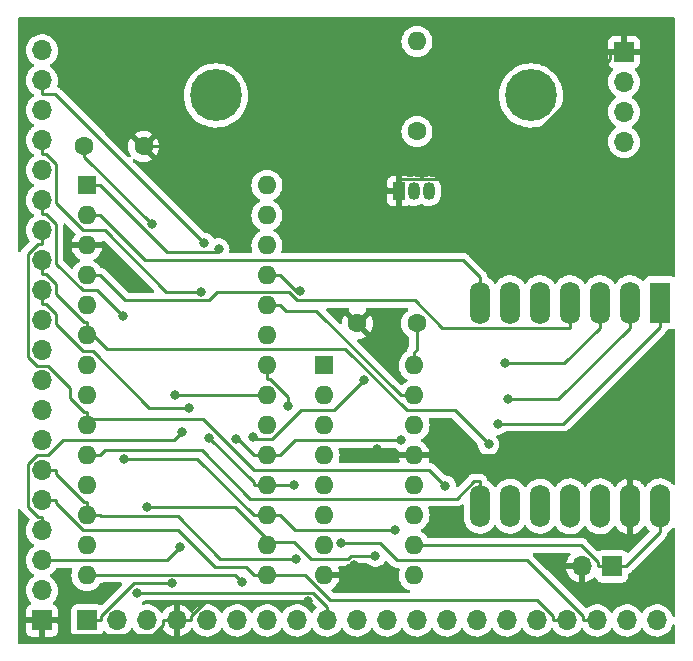
<source format=gtl>
G04 #@! TF.GenerationSoftware,KiCad,Pcbnew,(6.0.11)*
G04 #@! TF.CreationDate,2024-10-09T23:17:59+02:00*
G04 #@! TF.ProjectId,kicad-c128keyb,6b696361-642d-4633-9132-386b6579622e,rev?*
G04 #@! TF.SameCoordinates,Original*
G04 #@! TF.FileFunction,Copper,L1,Top*
G04 #@! TF.FilePolarity,Positive*
%FSLAX46Y46*%
G04 Gerber Fmt 4.6, Leading zero omitted, Abs format (unit mm)*
G04 Created by KiCad (PCBNEW (6.0.11)) date 2024-10-09 23:17:59*
%MOMM*%
%LPD*%
G01*
G04 APERTURE LIST*
G04 #@! TA.AperFunction,ComponentPad*
%ADD10R,1.600000X1.600000*%
G04 #@! TD*
G04 #@! TA.AperFunction,ComponentPad*
%ADD11O,1.600000X1.600000*%
G04 #@! TD*
G04 #@! TA.AperFunction,ComponentPad*
%ADD12O,1.700000X1.700000*%
G04 #@! TD*
G04 #@! TA.AperFunction,ComponentPad*
%ADD13R,1.700000X1.700000*%
G04 #@! TD*
G04 #@! TA.AperFunction,ComponentPad*
%ADD14C,1.600000*%
G04 #@! TD*
G04 #@! TA.AperFunction,ComponentPad*
%ADD15R,1.050000X1.500000*%
G04 #@! TD*
G04 #@! TA.AperFunction,ComponentPad*
%ADD16O,1.050000X1.500000*%
G04 #@! TD*
G04 #@! TA.AperFunction,ComponentPad*
%ADD17O,1.700000X3.700000*%
G04 #@! TD*
G04 #@! TA.AperFunction,ComponentPad*
%ADD18O,1.700000X3.600000*%
G04 #@! TD*
G04 #@! TA.AperFunction,ComponentPad*
%ADD19R,1.700000X3.500000*%
G04 #@! TD*
G04 #@! TA.AperFunction,ComponentPad*
%ADD20C,0.700000*%
G04 #@! TD*
G04 #@! TA.AperFunction,ComponentPad*
%ADD21C,4.400000*%
G04 #@! TD*
G04 #@! TA.AperFunction,ViaPad*
%ADD22C,0.800000*%
G04 #@! TD*
G04 #@! TA.AperFunction,Conductor*
%ADD23C,0.250000*%
G04 #@! TD*
G04 APERTURE END LIST*
D10*
X110993000Y-79741000D03*
D11*
X110993000Y-82281000D03*
X110993000Y-84821000D03*
X110993000Y-87361000D03*
X110993000Y-89901000D03*
X110993000Y-92441000D03*
X110993000Y-94981000D03*
X110993000Y-97521000D03*
X110993000Y-100061000D03*
X110993000Y-102601000D03*
X110993000Y-105141000D03*
X110993000Y-107681000D03*
X110993000Y-110221000D03*
X110993000Y-112761000D03*
X126233000Y-112761000D03*
X126233000Y-110221000D03*
X126233000Y-107681000D03*
X126233000Y-105141000D03*
X126233000Y-102601000D03*
X126233000Y-100061000D03*
X126233000Y-97521000D03*
X126233000Y-94981000D03*
X126233000Y-92441000D03*
X126233000Y-89901000D03*
X126233000Y-87361000D03*
X126233000Y-84821000D03*
X126233000Y-82281000D03*
X126233000Y-79741000D03*
D12*
X159258000Y-116586000D03*
X156718000Y-116586000D03*
X154178000Y-116586000D03*
X151638000Y-116586000D03*
X149098000Y-116586000D03*
X146558000Y-116586000D03*
X144018000Y-116586000D03*
X141478000Y-116586000D03*
X138938000Y-116586000D03*
X136398000Y-116586000D03*
X133858000Y-116586000D03*
X131318000Y-116586000D03*
X128778000Y-116586000D03*
X126238000Y-116586000D03*
X123698000Y-116586000D03*
X121158000Y-116586000D03*
X118618000Y-116586000D03*
X116078000Y-116586000D03*
X113538000Y-116586000D03*
D13*
X110998000Y-116586000D03*
X107188000Y-116586000D03*
D12*
X107188000Y-114046000D03*
X107188000Y-111506000D03*
X107188000Y-108966000D03*
X107188000Y-106426000D03*
X107188000Y-103886000D03*
X107188000Y-101346000D03*
X107188000Y-98806000D03*
X107188000Y-96266000D03*
X107188000Y-93726000D03*
X107188000Y-91186000D03*
X107188000Y-88646000D03*
X107188000Y-86106000D03*
X107188000Y-83566000D03*
X107188000Y-81026000D03*
X107188000Y-78486000D03*
X107188000Y-75946000D03*
X107188000Y-73406000D03*
X107188000Y-70866000D03*
X107188000Y-68326000D03*
D14*
X110784000Y-76454000D03*
X115784000Y-76454000D03*
X138938000Y-75184000D03*
D11*
X138938000Y-67564000D03*
D10*
X131074000Y-94986000D03*
D11*
X131074000Y-97526000D03*
X131074000Y-100066000D03*
X131074000Y-102606000D03*
X131074000Y-105146000D03*
X131074000Y-107686000D03*
X131074000Y-110226000D03*
X131074000Y-112766000D03*
X138694000Y-112766000D03*
X138694000Y-110226000D03*
X138694000Y-107686000D03*
X138694000Y-105146000D03*
X138694000Y-102606000D03*
X138694000Y-100066000D03*
X138694000Y-97526000D03*
X138694000Y-94986000D03*
D13*
X156464000Y-68453000D03*
D12*
X156464000Y-70993000D03*
X156464000Y-73533000D03*
X156464000Y-76073000D03*
D14*
X138898000Y-91440000D03*
X133898000Y-91440000D03*
D15*
X137414000Y-80243000D03*
D16*
X138684000Y-80243000D03*
X139954000Y-80243000D03*
D17*
X159512000Y-106923000D03*
X156972000Y-106923000D03*
X154432000Y-106923000D03*
X151892000Y-106923000D03*
D18*
X149352000Y-106923000D03*
X146812000Y-106923000D03*
X144272000Y-106923000D03*
X144272000Y-89673000D03*
X146812000Y-89673000D03*
X149352000Y-89673000D03*
X151892000Y-89673000D03*
X154432000Y-89673000D03*
X156972000Y-89673000D03*
D19*
X159512000Y-89673000D03*
D20*
X121920000Y-70486000D03*
X123086726Y-70969274D03*
X123570000Y-72136000D03*
D21*
X121920000Y-72136000D03*
D20*
X123086726Y-73302726D03*
X121920000Y-73786000D03*
X120753274Y-70969274D03*
X120753274Y-73302726D03*
X120270000Y-72136000D03*
X149756726Y-70969274D03*
X147423274Y-73302726D03*
X148590000Y-70486000D03*
X148590000Y-73786000D03*
X146940000Y-72136000D03*
X147423274Y-70969274D03*
X149756726Y-73302726D03*
X150240000Y-72136000D03*
D21*
X148590000Y-72136000D03*
D13*
X155453000Y-112014000D03*
D12*
X152913000Y-112014000D03*
D22*
X122155100Y-85127800D03*
X146413300Y-94816500D03*
X146666100Y-97857700D03*
X145767500Y-99943400D03*
X129046100Y-88702300D03*
X120914200Y-84649700D03*
X120676300Y-88745900D03*
X128037700Y-98424400D03*
X118418500Y-97521000D03*
X114025500Y-90808200D03*
X118203900Y-113435200D03*
X141333900Y-105220000D03*
X145002600Y-101679400D03*
X128556300Y-105141000D03*
X132518000Y-110040500D03*
X119597400Y-98561000D03*
X121370500Y-101119000D03*
X137065100Y-108958100D03*
X114129700Y-102915900D03*
X116101800Y-106968500D03*
X135416500Y-111124000D03*
X124101500Y-113290000D03*
X115207900Y-114251500D03*
X128655100Y-111360200D03*
X123581400Y-101261800D03*
X119035100Y-100669800D03*
X116503100Y-83027100D03*
X137544600Y-101316600D03*
X134430800Y-96252500D03*
X125013000Y-101073400D03*
X118871100Y-110384400D03*
X135545700Y-102044300D03*
X129696800Y-114978400D03*
X133645300Y-111850900D03*
D23*
X127826800Y-90367900D02*
X127359900Y-89901000D01*
X130409000Y-90367900D02*
X127826800Y-90367900D01*
X137567100Y-97526000D02*
X130409000Y-90367900D01*
X138694000Y-97526000D02*
X137567100Y-97526000D01*
X126233000Y-89901000D02*
X127359900Y-89901000D01*
X110993000Y-79741000D02*
X112119900Y-79741000D01*
X121906300Y-85376600D02*
X122155100Y-85127800D01*
X117755500Y-85376600D02*
X121906300Y-85376600D01*
X112119900Y-79741000D02*
X117755500Y-85376600D01*
X151415400Y-94816500D02*
X146413300Y-94816500D01*
X154432000Y-91799900D02*
X151415400Y-94816500D01*
X154432000Y-90673000D02*
X154432000Y-91799900D01*
X150914200Y-97857700D02*
X146666100Y-97857700D01*
X156972000Y-91799900D02*
X150914200Y-97857700D01*
X156972000Y-90673000D02*
X156972000Y-91799900D01*
X151318500Y-99943400D02*
X145767500Y-99943400D01*
X159512000Y-91749900D02*
X151318500Y-99943400D01*
X159512000Y-90673000D02*
X159512000Y-91749900D01*
X151892000Y-90673000D02*
X151892000Y-91799900D01*
X110993000Y-87361000D02*
X112119900Y-87361000D01*
X141058100Y-91799900D02*
X151892000Y-91799900D01*
X138749500Y-89491300D02*
X141058100Y-91799900D01*
X128807000Y-89491300D02*
X138749500Y-89491300D01*
X128062200Y-88746500D02*
X128807000Y-89491300D01*
X122030300Y-88746500D02*
X128062200Y-88746500D01*
X121304000Y-89472800D02*
X122030300Y-88746500D01*
X114231700Y-89472800D02*
X121304000Y-89472800D01*
X112119900Y-87361000D02*
X114231700Y-89472800D01*
X144272000Y-90673000D02*
X144272000Y-87546100D01*
X110993000Y-82281000D02*
X112119900Y-82281000D01*
X115926900Y-86088000D02*
X112119900Y-82281000D01*
X142813900Y-86088000D02*
X115926900Y-86088000D01*
X144272000Y-87546100D02*
X142813900Y-86088000D01*
X112533900Y-102187000D02*
X112119900Y-102601000D01*
X120739200Y-102187000D02*
X112533900Y-102187000D01*
X124837100Y-106284900D02*
X120739200Y-102187000D01*
X142295700Y-106284900D02*
X124837100Y-106284900D01*
X143784500Y-104796100D02*
X142295700Y-106284900D01*
X144272000Y-104796100D02*
X143784500Y-104796100D01*
X144272000Y-105923000D02*
X144272000Y-104796100D01*
X110993000Y-102601000D02*
X112119900Y-102601000D01*
X126233000Y-87361000D02*
X127359900Y-87361000D01*
X128701200Y-88702300D02*
X129046100Y-88702300D01*
X127359900Y-87361000D02*
X128701200Y-88702300D01*
X108307400Y-72042900D02*
X120914200Y-84649700D01*
X107188000Y-72042900D02*
X108307400Y-72042900D01*
X107188000Y-70866000D02*
X107188000Y-72042900D01*
X117684900Y-88745900D02*
X120676300Y-88745900D01*
X112490000Y-83551000D02*
X117684900Y-88745900D01*
X110665000Y-83551000D02*
X112490000Y-83551000D01*
X108364900Y-81250900D02*
X110665000Y-83551000D01*
X108364900Y-77931900D02*
X108364900Y-81250900D01*
X107555900Y-77122900D02*
X108364900Y-77931900D01*
X107188000Y-77122900D02*
X107555900Y-77122900D01*
X107188000Y-75946000D02*
X107188000Y-77122900D01*
X128037700Y-97630900D02*
X128037700Y-98424400D01*
X126514700Y-96107900D02*
X128037700Y-97630900D01*
X126233000Y-96107900D02*
X126514700Y-96107900D01*
X126233000Y-94981000D02*
X126233000Y-96107900D01*
X126233000Y-97521000D02*
X125106100Y-97521000D01*
X125106100Y-97521000D02*
X118418500Y-97521000D01*
X111848300Y-88631000D02*
X114025500Y-90808200D01*
X110632300Y-88631000D02*
X111848300Y-88631000D01*
X108364900Y-86363600D02*
X110632300Y-88631000D01*
X108364900Y-83011900D02*
X108364900Y-86363600D01*
X107555900Y-82202900D02*
X108364900Y-83011900D01*
X107188000Y-82202900D02*
X107555900Y-82202900D01*
X107188000Y-81026000D02*
X107188000Y-82202900D01*
X110998000Y-116586000D02*
X112174900Y-116586000D01*
X112174900Y-116218200D02*
X112174900Y-116586000D01*
X114957900Y-113435200D02*
X112174900Y-116218200D01*
X118203900Y-113435200D02*
X114957900Y-113435200D01*
X107188000Y-83566000D02*
X107188000Y-84742900D01*
X110993000Y-100061000D02*
X110993000Y-99497500D01*
X110993000Y-99497500D02*
X110993000Y-98934100D01*
X110759500Y-98934100D02*
X110993000Y-98934100D01*
X109578400Y-97753000D02*
X110759500Y-98934100D01*
X109578400Y-96943400D02*
X109578400Y-97753000D01*
X107703500Y-95068500D02*
X109578400Y-96943400D01*
X106798400Y-95068500D02*
X107703500Y-95068500D01*
X105998800Y-94268900D02*
X106798400Y-95068500D01*
X105998800Y-85564300D02*
X105998800Y-94268900D01*
X106820200Y-84742900D02*
X105998800Y-85564300D01*
X107188000Y-84742900D02*
X106820200Y-84742900D01*
X120789000Y-99497500D02*
X110993000Y-99497500D01*
X125164500Y-103873000D02*
X120789000Y-99497500D01*
X139986900Y-103873000D02*
X125164500Y-103873000D01*
X141333900Y-105220000D02*
X139986900Y-103873000D01*
X110759500Y-91314100D02*
X110993000Y-91314100D01*
X108364900Y-88919500D02*
X110759500Y-91314100D01*
X108364900Y-88091900D02*
X108364900Y-88919500D01*
X107555900Y-87282900D02*
X108364900Y-88091900D01*
X107188000Y-87282900D02*
X107555900Y-87282900D01*
X107188000Y-86106000D02*
X107188000Y-87282900D01*
X110993000Y-92441000D02*
X110993000Y-91877500D01*
X110993000Y-91877500D02*
X110993000Y-91314100D01*
X142119200Y-98796000D02*
X145002600Y-101679400D01*
X138105700Y-98796000D02*
X142119200Y-98796000D01*
X132882300Y-93572600D02*
X138105700Y-98796000D01*
X112688100Y-93572600D02*
X132882300Y-93572600D01*
X110993000Y-91877500D02*
X112688100Y-93572600D01*
X154178000Y-116586000D02*
X153001100Y-116586000D01*
X126233000Y-105141000D02*
X128556300Y-105141000D01*
X125106100Y-104854600D02*
X125106100Y-105141000D01*
X121370500Y-101119000D02*
X125106100Y-104854600D01*
X126233000Y-105141000D02*
X125106100Y-105141000D01*
X107188000Y-88646000D02*
X107188000Y-89822900D01*
X116230900Y-98561000D02*
X119597400Y-98561000D01*
X111466100Y-93796200D02*
X116230900Y-98561000D01*
X110662800Y-93796200D02*
X111466100Y-93796200D01*
X108364900Y-91498300D02*
X110662800Y-93796200D01*
X108364900Y-90631900D02*
X108364900Y-91498300D01*
X107555900Y-89822900D02*
X108364900Y-90631900D01*
X107188000Y-89822900D02*
X107555900Y-89822900D01*
X135808000Y-110040500D02*
X132518000Y-110040500D01*
X137263500Y-111496000D02*
X135808000Y-110040500D01*
X148276900Y-111496000D02*
X137263500Y-111496000D01*
X153001100Y-116220200D02*
X148276900Y-111496000D01*
X153001100Y-116586000D02*
X153001100Y-116220200D01*
X126233000Y-107681000D02*
X127359900Y-107681000D01*
X126233000Y-107681000D02*
X125106100Y-107681000D01*
X120341000Y-102915900D02*
X125106100Y-107681000D01*
X114129700Y-102915900D02*
X120341000Y-102915900D01*
X128637000Y-108958100D02*
X137065100Y-108958100D01*
X127359900Y-107681000D02*
X128637000Y-108958100D01*
X126233000Y-110221000D02*
X126233000Y-109949400D01*
X126233000Y-109949400D02*
X126233000Y-109677900D01*
X123523600Y-106968500D02*
X116101800Y-106968500D01*
X126233000Y-109677900D02*
X123523600Y-106968500D01*
X128522700Y-109949400D02*
X126233000Y-109949400D01*
X129935300Y-111362000D02*
X128522700Y-109949400D01*
X133103100Y-111362000D02*
X129935300Y-111362000D01*
X133341100Y-111124000D02*
X133103100Y-111362000D01*
X135416500Y-111124000D02*
X133341100Y-111124000D01*
X110993000Y-112761000D02*
X112119900Y-112761000D01*
X112172600Y-112708300D02*
X112119900Y-112761000D01*
X123519800Y-112708300D02*
X112172600Y-112708300D01*
X124101500Y-113290000D02*
X123519800Y-112708300D01*
X131318000Y-116586000D02*
X131318000Y-115409100D01*
X130160400Y-114251500D02*
X115207900Y-114251500D01*
X131318000Y-115409100D02*
X130160400Y-114251500D01*
X110993000Y-107681000D02*
X112119900Y-107681000D01*
X110759500Y-106554100D02*
X110993000Y-106554100D01*
X108364900Y-104159500D02*
X110759500Y-106554100D01*
X108364900Y-103886000D02*
X108364900Y-104159500D01*
X107188000Y-103886000D02*
X108364900Y-103886000D01*
X110993000Y-107681000D02*
X110993000Y-106554100D01*
X112214300Y-107775400D02*
X112119900Y-107681000D01*
X118717400Y-107775400D02*
X112214300Y-107775400D01*
X122302200Y-111360200D02*
X118717400Y-107775400D01*
X128655100Y-111360200D02*
X122302200Y-111360200D01*
X150461100Y-116220200D02*
X150461100Y-116586000D01*
X149129800Y-114888900D02*
X150461100Y-116220200D01*
X131603200Y-114888900D02*
X149129800Y-114888900D01*
X129475300Y-112761000D02*
X131603200Y-114888900D01*
X126233000Y-112761000D02*
X129475300Y-112761000D01*
X151638000Y-116586000D02*
X150461100Y-116586000D01*
X107188000Y-106426000D02*
X108364900Y-106426000D01*
X126233000Y-112761000D02*
X125106100Y-112761000D01*
X108364900Y-106646700D02*
X108364900Y-106426000D01*
X110684200Y-108966000D02*
X108364900Y-106646700D01*
X118728000Y-108966000D02*
X110684200Y-108966000D01*
X121847600Y-112085600D02*
X118728000Y-108966000D01*
X124430700Y-112085600D02*
X121847600Y-112085600D01*
X125106100Y-112761000D02*
X124430700Y-112085600D01*
X126233000Y-102601000D02*
X125106100Y-102601000D01*
X159512000Y-105923000D02*
X159512000Y-109099900D01*
X138898000Y-93655100D02*
X138898000Y-91440000D01*
X138694000Y-93859100D02*
X138898000Y-93655100D01*
X138694000Y-94986000D02*
X138694000Y-93859100D01*
X152855900Y-110226000D02*
X138694000Y-110226000D01*
X154276100Y-111646200D02*
X152855900Y-110226000D01*
X154276100Y-112014000D02*
X154276100Y-111646200D01*
X156629900Y-111982000D02*
X159512000Y-109099900D01*
X156629900Y-112014000D02*
X156629900Y-111982000D01*
X155453000Y-112014000D02*
X156629900Y-112014000D01*
X155453000Y-112014000D02*
X154276100Y-112014000D01*
X107188000Y-108966000D02*
X107188000Y-107789100D01*
X110784000Y-77308000D02*
X110784000Y-76454000D01*
X116503100Y-83027100D02*
X110784000Y-77308000D01*
X106822200Y-107789100D02*
X107188000Y-107789100D01*
X105994500Y-106961400D02*
X106822200Y-107789100D01*
X105994500Y-103357700D02*
X105994500Y-106961400D01*
X106736200Y-102616000D02*
X105994500Y-103357700D01*
X107666500Y-102616000D02*
X106736200Y-102616000D01*
X108953000Y-101329500D02*
X107666500Y-102616000D01*
X118375400Y-101329500D02*
X108953000Y-101329500D01*
X119035100Y-100669800D02*
X118375400Y-101329500D01*
X123766900Y-101261800D02*
X123581400Y-101261800D01*
X125106100Y-102601000D02*
X123766900Y-101261800D01*
X126233000Y-102601000D02*
X127359900Y-102601000D01*
X128644300Y-101316600D02*
X127359900Y-102601000D01*
X137544600Y-101316600D02*
X128644300Y-101316600D01*
X117749500Y-111506000D02*
X107188000Y-111506000D01*
X118871100Y-110384400D02*
X117749500Y-111506000D01*
X131887300Y-98796000D02*
X134430800Y-96252500D01*
X129091700Y-98796000D02*
X131887300Y-98796000D01*
X126699800Y-101187900D02*
X129091700Y-98796000D01*
X125127500Y-101187900D02*
X126699800Y-101187900D01*
X125013000Y-101073400D02*
X125127500Y-101187900D01*
X138694000Y-102606000D02*
X137567100Y-102606000D01*
X119794900Y-116220200D02*
X119794900Y-116586000D01*
X121036700Y-114978400D02*
X119794900Y-116220200D01*
X129696800Y-114978400D02*
X121036700Y-114978400D01*
X118618000Y-116586000D02*
X119794900Y-116586000D01*
X117441100Y-116951800D02*
X117441100Y-116586000D01*
X116583600Y-117809300D02*
X117441100Y-116951800D01*
X109588200Y-117809300D02*
X116583600Y-117809300D01*
X108364900Y-116586000D02*
X109588200Y-117809300D01*
X107188000Y-116586000D02*
X108364900Y-116586000D01*
X118618000Y-116586000D02*
X117441100Y-116586000D01*
X132773100Y-76454000D02*
X115784000Y-76454000D01*
X136562100Y-80243000D02*
X132773100Y-76454000D01*
X137414000Y-80243000D02*
X136562100Y-80243000D01*
X145162400Y-79166100D02*
X137414000Y-79166100D01*
X155287100Y-69041400D02*
X145162400Y-79166100D01*
X155287100Y-68453000D02*
X155287100Y-69041400D01*
X156464000Y-68453000D02*
X155287100Y-68453000D01*
X137414000Y-80243000D02*
X137414000Y-79166100D01*
X154831900Y-102606000D02*
X139820900Y-102606000D01*
X156972000Y-104746100D02*
X154831900Y-102606000D01*
X156972000Y-105923000D02*
X156972000Y-104746100D01*
X138694000Y-102606000D02*
X139820900Y-102606000D01*
X131074000Y-112766000D02*
X132200900Y-112766000D01*
X133116000Y-111850900D02*
X133645300Y-111850900D01*
X132200900Y-112766000D02*
X133116000Y-111850900D01*
X137005400Y-102044300D02*
X135545700Y-102044300D01*
X137567100Y-102606000D02*
X137005400Y-102044300D01*
G04 #@! TA.AperFunction,Conductor*
G36*
X105365012Y-107137762D02*
G01*
X105403497Y-107197834D01*
X105408482Y-107214993D01*
X105412515Y-107221812D01*
X105412517Y-107221817D01*
X105418793Y-107232428D01*
X105427488Y-107250176D01*
X105434948Y-107269017D01*
X105439610Y-107275433D01*
X105439610Y-107275434D01*
X105460936Y-107304787D01*
X105467452Y-107314707D01*
X105489958Y-107352762D01*
X105504279Y-107367083D01*
X105517119Y-107382116D01*
X105529028Y-107398507D01*
X105563105Y-107426698D01*
X105571884Y-107434688D01*
X106102119Y-107964923D01*
X106136145Y-108027235D01*
X106131080Y-108098050D01*
X106117114Y-108125019D01*
X106002743Y-108292680D01*
X105987336Y-108325872D01*
X105913630Y-108484659D01*
X105908688Y-108495305D01*
X105848989Y-108710570D01*
X105825251Y-108932695D01*
X105825548Y-108937848D01*
X105825548Y-108937851D01*
X105837767Y-109149758D01*
X105838110Y-109155715D01*
X105839247Y-109160761D01*
X105839248Y-109160767D01*
X105859119Y-109248939D01*
X105887222Y-109373639D01*
X105941557Y-109507451D01*
X105967970Y-109572498D01*
X105971266Y-109580616D01*
X105973965Y-109585020D01*
X106085201Y-109766541D01*
X106087987Y-109771088D01*
X106234250Y-109939938D01*
X106406126Y-110082632D01*
X106427254Y-110094978D01*
X106479445Y-110125476D01*
X106528169Y-110177114D01*
X106541240Y-110246897D01*
X106514509Y-110312669D01*
X106474055Y-110346027D01*
X106461607Y-110352507D01*
X106457474Y-110355610D01*
X106457471Y-110355612D01*
X106325899Y-110454399D01*
X106282965Y-110486635D01*
X106128629Y-110648138D01*
X106125715Y-110652410D01*
X106125714Y-110652411D01*
X106080446Y-110718771D01*
X106002743Y-110832680D01*
X105975750Y-110890832D01*
X105918696Y-111013745D01*
X105908688Y-111035305D01*
X105848989Y-111250570D01*
X105825251Y-111472695D01*
X105825548Y-111477848D01*
X105825548Y-111477851D01*
X105829620Y-111548470D01*
X105838110Y-111695715D01*
X105839247Y-111700761D01*
X105839248Y-111700767D01*
X105849934Y-111748183D01*
X105887222Y-111913639D01*
X105931364Y-112022348D01*
X105965345Y-112106033D01*
X105971266Y-112120616D01*
X106003825Y-112173748D01*
X106085207Y-112306551D01*
X106087987Y-112311088D01*
X106234250Y-112479938D01*
X106406126Y-112622632D01*
X106476595Y-112663811D01*
X106479445Y-112665476D01*
X106528169Y-112717114D01*
X106541240Y-112786897D01*
X106514509Y-112852669D01*
X106474055Y-112886027D01*
X106461607Y-112892507D01*
X106457474Y-112895610D01*
X106457471Y-112895612D01*
X106325895Y-112994402D01*
X106282965Y-113026635D01*
X106128629Y-113188138D01*
X106125715Y-113192410D01*
X106125714Y-113192411D01*
X106110139Y-113215243D01*
X106002743Y-113372680D01*
X105977409Y-113427257D01*
X105917234Y-113556895D01*
X105908688Y-113575305D01*
X105848989Y-113790570D01*
X105825251Y-114012695D01*
X105825548Y-114017848D01*
X105825548Y-114017851D01*
X105830946Y-114111468D01*
X105838110Y-114235715D01*
X105839247Y-114240761D01*
X105839248Y-114240767D01*
X105851517Y-114295205D01*
X105887222Y-114453639D01*
X105971266Y-114660616D01*
X106087987Y-114851088D01*
X106234250Y-115019938D01*
X106238225Y-115023238D01*
X106238231Y-115023244D01*
X106243425Y-115027556D01*
X106283059Y-115086460D01*
X106284555Y-115157441D01*
X106247439Y-115217962D01*
X106207168Y-115242480D01*
X106099946Y-115282676D01*
X106084351Y-115291214D01*
X105982276Y-115367715D01*
X105969715Y-115380276D01*
X105893214Y-115482351D01*
X105884676Y-115497946D01*
X105839522Y-115618394D01*
X105835895Y-115633649D01*
X105830369Y-115684514D01*
X105830000Y-115691328D01*
X105830000Y-116313885D01*
X105834475Y-116329124D01*
X105835865Y-116330329D01*
X105843548Y-116332000D01*
X108527884Y-116332000D01*
X108543123Y-116327525D01*
X108544328Y-116326135D01*
X108545999Y-116318452D01*
X108545999Y-115691331D01*
X108545629Y-115684510D01*
X108540105Y-115633648D01*
X108536479Y-115618396D01*
X108491324Y-115497946D01*
X108482786Y-115482351D01*
X108406285Y-115380276D01*
X108393724Y-115367715D01*
X108291649Y-115291214D01*
X108276054Y-115282676D01*
X108165813Y-115241348D01*
X108109049Y-115198706D01*
X108084349Y-115132145D01*
X108099557Y-115062796D01*
X108121104Y-115034115D01*
X108222430Y-114933144D01*
X108222440Y-114933132D01*
X108226096Y-114929489D01*
X108254868Y-114889449D01*
X108353435Y-114752277D01*
X108356453Y-114748077D01*
X108455430Y-114547811D01*
X108520370Y-114334069D01*
X108549529Y-114112590D01*
X108550460Y-114074498D01*
X108551074Y-114049365D01*
X108551074Y-114049361D01*
X108551156Y-114046000D01*
X108532852Y-113823361D01*
X108478431Y-113606702D01*
X108389354Y-113401840D01*
X108329441Y-113309229D01*
X108270822Y-113218617D01*
X108270820Y-113218614D01*
X108268014Y-113214277D01*
X108117670Y-113049051D01*
X108113619Y-113045852D01*
X108113615Y-113045848D01*
X107946414Y-112913800D01*
X107946410Y-112913798D01*
X107942359Y-112910598D01*
X107901053Y-112887796D01*
X107851084Y-112837364D01*
X107836312Y-112767921D01*
X107861428Y-112701516D01*
X107888780Y-112674909D01*
X107947823Y-112632794D01*
X108067860Y-112547173D01*
X108076846Y-112538219D01*
X108189181Y-112426275D01*
X108226096Y-112389489D01*
X108281943Y-112311770D01*
X108353435Y-112212277D01*
X108356453Y-112208077D01*
X108358746Y-112203437D01*
X108360446Y-112200608D01*
X108412674Y-112152518D01*
X108468451Y-112139500D01*
X109641976Y-112139500D01*
X109710097Y-112159502D01*
X109756590Y-112213158D01*
X109766694Y-112283432D01*
X109760596Y-112307726D01*
X109758716Y-112311757D01*
X109699457Y-112532913D01*
X109679502Y-112761000D01*
X109699457Y-112989087D01*
X109700881Y-112994400D01*
X109700881Y-112994402D01*
X109751792Y-113184401D01*
X109758716Y-113210243D01*
X109761039Y-113215224D01*
X109761039Y-113215225D01*
X109853151Y-113412762D01*
X109853154Y-113412767D01*
X109855477Y-113417749D01*
X109928902Y-113522611D01*
X109969295Y-113580297D01*
X109986802Y-113605300D01*
X110148700Y-113767198D01*
X110153208Y-113770355D01*
X110153211Y-113770357D01*
X110189415Y-113795707D01*
X110336251Y-113898523D01*
X110341233Y-113900846D01*
X110341238Y-113900849D01*
X110538775Y-113992961D01*
X110543757Y-113995284D01*
X110549065Y-113996706D01*
X110549067Y-113996707D01*
X110759598Y-114053119D01*
X110759600Y-114053119D01*
X110764913Y-114054543D01*
X110993000Y-114074498D01*
X111221087Y-114054543D01*
X111226400Y-114053119D01*
X111226402Y-114053119D01*
X111436933Y-113996707D01*
X111436935Y-113996706D01*
X111442243Y-113995284D01*
X111447225Y-113992961D01*
X111644762Y-113900849D01*
X111644767Y-113900846D01*
X111649749Y-113898523D01*
X111796585Y-113795707D01*
X111832789Y-113770357D01*
X111832792Y-113770355D01*
X111837300Y-113767198D01*
X111999198Y-113605300D01*
X112016706Y-113580297D01*
X112049913Y-113532872D01*
X112110994Y-113445639D01*
X112166450Y-113401312D01*
X112204056Y-113393293D01*
X112204035Y-113393163D01*
X112206490Y-113392774D01*
X112210247Y-113391973D01*
X112211870Y-113391922D01*
X112219789Y-113391673D01*
X112239243Y-113386021D01*
X112258600Y-113382013D01*
X112270830Y-113380468D01*
X112270831Y-113380468D01*
X112278697Y-113379474D01*
X112286068Y-113376555D01*
X112286070Y-113376555D01*
X112319812Y-113363196D01*
X112331042Y-113359351D01*
X112345925Y-113355027D01*
X112373492Y-113347018D01*
X112374085Y-113349058D01*
X112409142Y-113341800D01*
X113851205Y-113341800D01*
X113919326Y-113361802D01*
X113965819Y-113415458D01*
X113975923Y-113485732D01*
X113946429Y-113550312D01*
X113940300Y-113556895D01*
X112236215Y-115260980D01*
X112173903Y-115295006D01*
X112103088Y-115289941D01*
X112097176Y-115287237D01*
X112094705Y-115285385D01*
X111958316Y-115234255D01*
X111896134Y-115227500D01*
X110099866Y-115227500D01*
X110037684Y-115234255D01*
X109901295Y-115285385D01*
X109784739Y-115372739D01*
X109697385Y-115489295D01*
X109646255Y-115625684D01*
X109639500Y-115687866D01*
X109639500Y-117484134D01*
X109646255Y-117546316D01*
X109697385Y-117682705D01*
X109784739Y-117799261D01*
X109901295Y-117886615D01*
X110037684Y-117937745D01*
X110099866Y-117944500D01*
X111896134Y-117944500D01*
X111958316Y-117937745D01*
X112094705Y-117886615D01*
X112211261Y-117799261D01*
X112298615Y-117682705D01*
X112320799Y-117623529D01*
X112342598Y-117565382D01*
X112385240Y-117508618D01*
X112451802Y-117483918D01*
X112521150Y-117499126D01*
X112555817Y-117527114D01*
X112584250Y-117559938D01*
X112756126Y-117702632D01*
X112949000Y-117815338D01*
X113157692Y-117895030D01*
X113162760Y-117896061D01*
X113162763Y-117896062D01*
X113257862Y-117915410D01*
X113376597Y-117939567D01*
X113381772Y-117939757D01*
X113381774Y-117939757D01*
X113594673Y-117947564D01*
X113594677Y-117947564D01*
X113599837Y-117947753D01*
X113604957Y-117947097D01*
X113604959Y-117947097D01*
X113816288Y-117920025D01*
X113816289Y-117920025D01*
X113821416Y-117919368D01*
X113826366Y-117917883D01*
X114030429Y-117856661D01*
X114030434Y-117856659D01*
X114035384Y-117855174D01*
X114235994Y-117756896D01*
X114417860Y-117627173D01*
X114576096Y-117469489D01*
X114706453Y-117288077D01*
X114707776Y-117289028D01*
X114754645Y-117245857D01*
X114824580Y-117233625D01*
X114890026Y-117261144D01*
X114917875Y-117292994D01*
X114977987Y-117391088D01*
X115124250Y-117559938D01*
X115296126Y-117702632D01*
X115489000Y-117815338D01*
X115697692Y-117895030D01*
X115702760Y-117896061D01*
X115702763Y-117896062D01*
X115797862Y-117915410D01*
X115916597Y-117939567D01*
X115921772Y-117939757D01*
X115921774Y-117939757D01*
X116134673Y-117947564D01*
X116134677Y-117947564D01*
X116139837Y-117947753D01*
X116144957Y-117947097D01*
X116144959Y-117947097D01*
X116356288Y-117920025D01*
X116356289Y-117920025D01*
X116361416Y-117919368D01*
X116366366Y-117917883D01*
X116570429Y-117856661D01*
X116570434Y-117856659D01*
X116575384Y-117855174D01*
X116775994Y-117756896D01*
X116957860Y-117627173D01*
X117116096Y-117469489D01*
X117246453Y-117288077D01*
X117247640Y-117288930D01*
X117294960Y-117245362D01*
X117364897Y-117233145D01*
X117430338Y-117260678D01*
X117458166Y-117292511D01*
X117515694Y-117386388D01*
X117521777Y-117394699D01*
X117661213Y-117555667D01*
X117668580Y-117562883D01*
X117832434Y-117698916D01*
X117840881Y-117704831D01*
X118024756Y-117812279D01*
X118034042Y-117816729D01*
X118233001Y-117892703D01*
X118242899Y-117895579D01*
X118346250Y-117916606D01*
X118360299Y-117915410D01*
X118364000Y-117905065D01*
X118364000Y-115269102D01*
X118360082Y-115255758D01*
X118345806Y-115253771D01*
X118307324Y-115259660D01*
X118297288Y-115262051D01*
X118094868Y-115328212D01*
X118085359Y-115332209D01*
X117896463Y-115430542D01*
X117887738Y-115436036D01*
X117717433Y-115563905D01*
X117709726Y-115570748D01*
X117562590Y-115724717D01*
X117556109Y-115732722D01*
X117451498Y-115886074D01*
X117396587Y-115931076D01*
X117326062Y-115939247D01*
X117262315Y-115907993D01*
X117241618Y-115883509D01*
X117160822Y-115758617D01*
X117160820Y-115758614D01*
X117158014Y-115754277D01*
X117007670Y-115589051D01*
X117003619Y-115585852D01*
X117003615Y-115585848D01*
X116836414Y-115453800D01*
X116836410Y-115453798D01*
X116832359Y-115450598D01*
X116796028Y-115430542D01*
X116704970Y-115380276D01*
X116636789Y-115342638D01*
X116631920Y-115340914D01*
X116631916Y-115340912D01*
X116431087Y-115269795D01*
X116431083Y-115269794D01*
X116426212Y-115268069D01*
X116421119Y-115267162D01*
X116421116Y-115267161D01*
X116211373Y-115229800D01*
X116211367Y-115229799D01*
X116206284Y-115228894D01*
X116132452Y-115227992D01*
X115988081Y-115226228D01*
X115988079Y-115226228D01*
X115982911Y-115226165D01*
X115834447Y-115248883D01*
X115772572Y-115258351D01*
X115702209Y-115248883D01*
X115648135Y-115202877D01*
X115627518Y-115134940D01*
X115646903Y-115066641D01*
X115679452Y-115031865D01*
X115813814Y-114934245D01*
X115819153Y-114930366D01*
X115823568Y-114925463D01*
X115828480Y-114921040D01*
X115829605Y-114922289D01*
X115882914Y-114889449D01*
X115916100Y-114885000D01*
X129845806Y-114885000D01*
X129913927Y-114905002D01*
X129934901Y-114921905D01*
X130407310Y-115394314D01*
X130441336Y-115456626D01*
X130436271Y-115527441D01*
X130409309Y-115570460D01*
X130363607Y-115618285D01*
X130258629Y-115728138D01*
X130151201Y-115885621D01*
X130096293Y-115930621D01*
X130025768Y-115938792D01*
X129962021Y-115907538D01*
X129941324Y-115883054D01*
X129860822Y-115758617D01*
X129860820Y-115758614D01*
X129858014Y-115754277D01*
X129707670Y-115589051D01*
X129703619Y-115585852D01*
X129703615Y-115585848D01*
X129536414Y-115453800D01*
X129536410Y-115453798D01*
X129532359Y-115450598D01*
X129496028Y-115430542D01*
X129404970Y-115380276D01*
X129336789Y-115342638D01*
X129331920Y-115340914D01*
X129331916Y-115340912D01*
X129131087Y-115269795D01*
X129131083Y-115269794D01*
X129126212Y-115268069D01*
X129121119Y-115267162D01*
X129121116Y-115267161D01*
X128911373Y-115229800D01*
X128911367Y-115229799D01*
X128906284Y-115228894D01*
X128832452Y-115227992D01*
X128688081Y-115226228D01*
X128688079Y-115226228D01*
X128682911Y-115226165D01*
X128462091Y-115259955D01*
X128249756Y-115329357D01*
X128051607Y-115432507D01*
X128047474Y-115435610D01*
X128047471Y-115435612D01*
X127877100Y-115563530D01*
X127872965Y-115566635D01*
X127718629Y-115728138D01*
X127611201Y-115885621D01*
X127556293Y-115930621D01*
X127485768Y-115938792D01*
X127422021Y-115907538D01*
X127401324Y-115883054D01*
X127320822Y-115758617D01*
X127320820Y-115758614D01*
X127318014Y-115754277D01*
X127167670Y-115589051D01*
X127163619Y-115585852D01*
X127163615Y-115585848D01*
X126996414Y-115453800D01*
X126996410Y-115453798D01*
X126992359Y-115450598D01*
X126956028Y-115430542D01*
X126864970Y-115380276D01*
X126796789Y-115342638D01*
X126791920Y-115340914D01*
X126791916Y-115340912D01*
X126591087Y-115269795D01*
X126591083Y-115269794D01*
X126586212Y-115268069D01*
X126581119Y-115267162D01*
X126581116Y-115267161D01*
X126371373Y-115229800D01*
X126371367Y-115229799D01*
X126366284Y-115228894D01*
X126292452Y-115227992D01*
X126148081Y-115226228D01*
X126148079Y-115226228D01*
X126142911Y-115226165D01*
X125922091Y-115259955D01*
X125709756Y-115329357D01*
X125511607Y-115432507D01*
X125507474Y-115435610D01*
X125507471Y-115435612D01*
X125337100Y-115563530D01*
X125332965Y-115566635D01*
X125178629Y-115728138D01*
X125071201Y-115885621D01*
X125016293Y-115930621D01*
X124945768Y-115938792D01*
X124882021Y-115907538D01*
X124861324Y-115883054D01*
X124780822Y-115758617D01*
X124780820Y-115758614D01*
X124778014Y-115754277D01*
X124627670Y-115589051D01*
X124623619Y-115585852D01*
X124623615Y-115585848D01*
X124456414Y-115453800D01*
X124456410Y-115453798D01*
X124452359Y-115450598D01*
X124416028Y-115430542D01*
X124324970Y-115380276D01*
X124256789Y-115342638D01*
X124251920Y-115340914D01*
X124251916Y-115340912D01*
X124051087Y-115269795D01*
X124051083Y-115269794D01*
X124046212Y-115268069D01*
X124041119Y-115267162D01*
X124041116Y-115267161D01*
X123831373Y-115229800D01*
X123831367Y-115229799D01*
X123826284Y-115228894D01*
X123752452Y-115227992D01*
X123608081Y-115226228D01*
X123608079Y-115226228D01*
X123602911Y-115226165D01*
X123382091Y-115259955D01*
X123169756Y-115329357D01*
X122971607Y-115432507D01*
X122967474Y-115435610D01*
X122967471Y-115435612D01*
X122797100Y-115563530D01*
X122792965Y-115566635D01*
X122638629Y-115728138D01*
X122531201Y-115885621D01*
X122476293Y-115930621D01*
X122405768Y-115938792D01*
X122342021Y-115907538D01*
X122321324Y-115883054D01*
X122240822Y-115758617D01*
X122240820Y-115758614D01*
X122238014Y-115754277D01*
X122087670Y-115589051D01*
X122083619Y-115585852D01*
X122083615Y-115585848D01*
X121916414Y-115453800D01*
X121916410Y-115453798D01*
X121912359Y-115450598D01*
X121876028Y-115430542D01*
X121784970Y-115380276D01*
X121716789Y-115342638D01*
X121711920Y-115340914D01*
X121711916Y-115340912D01*
X121511087Y-115269795D01*
X121511083Y-115269794D01*
X121506212Y-115268069D01*
X121501119Y-115267162D01*
X121501116Y-115267161D01*
X121291373Y-115229800D01*
X121291367Y-115229799D01*
X121286284Y-115228894D01*
X121212452Y-115227992D01*
X121068081Y-115226228D01*
X121068079Y-115226228D01*
X121062911Y-115226165D01*
X120842091Y-115259955D01*
X120629756Y-115329357D01*
X120431607Y-115432507D01*
X120427474Y-115435610D01*
X120427471Y-115435612D01*
X120257100Y-115563530D01*
X120252965Y-115566635D01*
X120098629Y-115728138D01*
X119991204Y-115885618D01*
X119990898Y-115886066D01*
X119935987Y-115931069D01*
X119865462Y-115939240D01*
X119801715Y-115907986D01*
X119781018Y-115883502D01*
X119700426Y-115758926D01*
X119694136Y-115750757D01*
X119550806Y-115593240D01*
X119543273Y-115586215D01*
X119376139Y-115454222D01*
X119367552Y-115448517D01*
X119181117Y-115345599D01*
X119171705Y-115341369D01*
X118970959Y-115270280D01*
X118960988Y-115267646D01*
X118889837Y-115254972D01*
X118876540Y-115256432D01*
X118872000Y-115270989D01*
X118872000Y-117904517D01*
X118876064Y-117918359D01*
X118889478Y-117920393D01*
X118896184Y-117919534D01*
X118906262Y-117917392D01*
X119110255Y-117856191D01*
X119119842Y-117852433D01*
X119311095Y-117758739D01*
X119319945Y-117753464D01*
X119493328Y-117629792D01*
X119501200Y-117623139D01*
X119652052Y-117472812D01*
X119658730Y-117464965D01*
X119786022Y-117287819D01*
X119787279Y-117288722D01*
X119834373Y-117245362D01*
X119904311Y-117233145D01*
X119969751Y-117260678D01*
X119997579Y-117292511D01*
X120057987Y-117391088D01*
X120204250Y-117559938D01*
X120376126Y-117702632D01*
X120569000Y-117815338D01*
X120777692Y-117895030D01*
X120782760Y-117896061D01*
X120782763Y-117896062D01*
X120877862Y-117915410D01*
X120996597Y-117939567D01*
X121001772Y-117939757D01*
X121001774Y-117939757D01*
X121214673Y-117947564D01*
X121214677Y-117947564D01*
X121219837Y-117947753D01*
X121224957Y-117947097D01*
X121224959Y-117947097D01*
X121436288Y-117920025D01*
X121436289Y-117920025D01*
X121441416Y-117919368D01*
X121446366Y-117917883D01*
X121650429Y-117856661D01*
X121650434Y-117856659D01*
X121655384Y-117855174D01*
X121855994Y-117756896D01*
X122037860Y-117627173D01*
X122196096Y-117469489D01*
X122326453Y-117288077D01*
X122327776Y-117289028D01*
X122374645Y-117245857D01*
X122444580Y-117233625D01*
X122510026Y-117261144D01*
X122537875Y-117292994D01*
X122597987Y-117391088D01*
X122744250Y-117559938D01*
X122916126Y-117702632D01*
X123109000Y-117815338D01*
X123317692Y-117895030D01*
X123322760Y-117896061D01*
X123322763Y-117896062D01*
X123417862Y-117915410D01*
X123536597Y-117939567D01*
X123541772Y-117939757D01*
X123541774Y-117939757D01*
X123754673Y-117947564D01*
X123754677Y-117947564D01*
X123759837Y-117947753D01*
X123764957Y-117947097D01*
X123764959Y-117947097D01*
X123976288Y-117920025D01*
X123976289Y-117920025D01*
X123981416Y-117919368D01*
X123986366Y-117917883D01*
X124190429Y-117856661D01*
X124190434Y-117856659D01*
X124195384Y-117855174D01*
X124395994Y-117756896D01*
X124577860Y-117627173D01*
X124736096Y-117469489D01*
X124866453Y-117288077D01*
X124867776Y-117289028D01*
X124914645Y-117245857D01*
X124984580Y-117233625D01*
X125050026Y-117261144D01*
X125077875Y-117292994D01*
X125137987Y-117391088D01*
X125284250Y-117559938D01*
X125456126Y-117702632D01*
X125649000Y-117815338D01*
X125857692Y-117895030D01*
X125862760Y-117896061D01*
X125862763Y-117896062D01*
X125957862Y-117915410D01*
X126076597Y-117939567D01*
X126081772Y-117939757D01*
X126081774Y-117939757D01*
X126294673Y-117947564D01*
X126294677Y-117947564D01*
X126299837Y-117947753D01*
X126304957Y-117947097D01*
X126304959Y-117947097D01*
X126516288Y-117920025D01*
X126516289Y-117920025D01*
X126521416Y-117919368D01*
X126526366Y-117917883D01*
X126730429Y-117856661D01*
X126730434Y-117856659D01*
X126735384Y-117855174D01*
X126935994Y-117756896D01*
X127117860Y-117627173D01*
X127276096Y-117469489D01*
X127406453Y-117288077D01*
X127407776Y-117289028D01*
X127454645Y-117245857D01*
X127524580Y-117233625D01*
X127590026Y-117261144D01*
X127617875Y-117292994D01*
X127677987Y-117391088D01*
X127824250Y-117559938D01*
X127996126Y-117702632D01*
X128189000Y-117815338D01*
X128397692Y-117895030D01*
X128402760Y-117896061D01*
X128402763Y-117896062D01*
X128497862Y-117915410D01*
X128616597Y-117939567D01*
X128621772Y-117939757D01*
X128621774Y-117939757D01*
X128834673Y-117947564D01*
X128834677Y-117947564D01*
X128839837Y-117947753D01*
X128844957Y-117947097D01*
X128844959Y-117947097D01*
X129056288Y-117920025D01*
X129056289Y-117920025D01*
X129061416Y-117919368D01*
X129066366Y-117917883D01*
X129270429Y-117856661D01*
X129270434Y-117856659D01*
X129275384Y-117855174D01*
X129475994Y-117756896D01*
X129657860Y-117627173D01*
X129816096Y-117469489D01*
X129946453Y-117288077D01*
X129947776Y-117289028D01*
X129994645Y-117245857D01*
X130064580Y-117233625D01*
X130130026Y-117261144D01*
X130157875Y-117292994D01*
X130217987Y-117391088D01*
X130364250Y-117559938D01*
X130536126Y-117702632D01*
X130729000Y-117815338D01*
X130937692Y-117895030D01*
X130942760Y-117896061D01*
X130942763Y-117896062D01*
X131037862Y-117915410D01*
X131156597Y-117939567D01*
X131161772Y-117939757D01*
X131161774Y-117939757D01*
X131374673Y-117947564D01*
X131374677Y-117947564D01*
X131379837Y-117947753D01*
X131384957Y-117947097D01*
X131384959Y-117947097D01*
X131596288Y-117920025D01*
X131596289Y-117920025D01*
X131601416Y-117919368D01*
X131606366Y-117917883D01*
X131810429Y-117856661D01*
X131810434Y-117856659D01*
X131815384Y-117855174D01*
X132015994Y-117756896D01*
X132197860Y-117627173D01*
X132356096Y-117469489D01*
X132486453Y-117288077D01*
X132487776Y-117289028D01*
X132534645Y-117245857D01*
X132604580Y-117233625D01*
X132670026Y-117261144D01*
X132697875Y-117292994D01*
X132757987Y-117391088D01*
X132904250Y-117559938D01*
X133076126Y-117702632D01*
X133269000Y-117815338D01*
X133477692Y-117895030D01*
X133482760Y-117896061D01*
X133482763Y-117896062D01*
X133577862Y-117915410D01*
X133696597Y-117939567D01*
X133701772Y-117939757D01*
X133701774Y-117939757D01*
X133914673Y-117947564D01*
X133914677Y-117947564D01*
X133919837Y-117947753D01*
X133924957Y-117947097D01*
X133924959Y-117947097D01*
X134136288Y-117920025D01*
X134136289Y-117920025D01*
X134141416Y-117919368D01*
X134146366Y-117917883D01*
X134350429Y-117856661D01*
X134350434Y-117856659D01*
X134355384Y-117855174D01*
X134555994Y-117756896D01*
X134737860Y-117627173D01*
X134896096Y-117469489D01*
X135026453Y-117288077D01*
X135027776Y-117289028D01*
X135074645Y-117245857D01*
X135144580Y-117233625D01*
X135210026Y-117261144D01*
X135237875Y-117292994D01*
X135297987Y-117391088D01*
X135444250Y-117559938D01*
X135616126Y-117702632D01*
X135809000Y-117815338D01*
X136017692Y-117895030D01*
X136022760Y-117896061D01*
X136022763Y-117896062D01*
X136117862Y-117915410D01*
X136236597Y-117939567D01*
X136241772Y-117939757D01*
X136241774Y-117939757D01*
X136454673Y-117947564D01*
X136454677Y-117947564D01*
X136459837Y-117947753D01*
X136464957Y-117947097D01*
X136464959Y-117947097D01*
X136676288Y-117920025D01*
X136676289Y-117920025D01*
X136681416Y-117919368D01*
X136686366Y-117917883D01*
X136890429Y-117856661D01*
X136890434Y-117856659D01*
X136895384Y-117855174D01*
X137095994Y-117756896D01*
X137277860Y-117627173D01*
X137436096Y-117469489D01*
X137566453Y-117288077D01*
X137567776Y-117289028D01*
X137614645Y-117245857D01*
X137684580Y-117233625D01*
X137750026Y-117261144D01*
X137777875Y-117292994D01*
X137837987Y-117391088D01*
X137984250Y-117559938D01*
X138156126Y-117702632D01*
X138349000Y-117815338D01*
X138557692Y-117895030D01*
X138562760Y-117896061D01*
X138562763Y-117896062D01*
X138657862Y-117915410D01*
X138776597Y-117939567D01*
X138781772Y-117939757D01*
X138781774Y-117939757D01*
X138994673Y-117947564D01*
X138994677Y-117947564D01*
X138999837Y-117947753D01*
X139004957Y-117947097D01*
X139004959Y-117947097D01*
X139216288Y-117920025D01*
X139216289Y-117920025D01*
X139221416Y-117919368D01*
X139226366Y-117917883D01*
X139430429Y-117856661D01*
X139430434Y-117856659D01*
X139435384Y-117855174D01*
X139635994Y-117756896D01*
X139817860Y-117627173D01*
X139976096Y-117469489D01*
X140106453Y-117288077D01*
X140107776Y-117289028D01*
X140154645Y-117245857D01*
X140224580Y-117233625D01*
X140290026Y-117261144D01*
X140317875Y-117292994D01*
X140377987Y-117391088D01*
X140524250Y-117559938D01*
X140696126Y-117702632D01*
X140889000Y-117815338D01*
X141097692Y-117895030D01*
X141102760Y-117896061D01*
X141102763Y-117896062D01*
X141197862Y-117915410D01*
X141316597Y-117939567D01*
X141321772Y-117939757D01*
X141321774Y-117939757D01*
X141534673Y-117947564D01*
X141534677Y-117947564D01*
X141539837Y-117947753D01*
X141544957Y-117947097D01*
X141544959Y-117947097D01*
X141756288Y-117920025D01*
X141756289Y-117920025D01*
X141761416Y-117919368D01*
X141766366Y-117917883D01*
X141970429Y-117856661D01*
X141970434Y-117856659D01*
X141975384Y-117855174D01*
X142175994Y-117756896D01*
X142357860Y-117627173D01*
X142516096Y-117469489D01*
X142646453Y-117288077D01*
X142647776Y-117289028D01*
X142694645Y-117245857D01*
X142764580Y-117233625D01*
X142830026Y-117261144D01*
X142857875Y-117292994D01*
X142917987Y-117391088D01*
X143064250Y-117559938D01*
X143236126Y-117702632D01*
X143429000Y-117815338D01*
X143637692Y-117895030D01*
X143642760Y-117896061D01*
X143642763Y-117896062D01*
X143737862Y-117915410D01*
X143856597Y-117939567D01*
X143861772Y-117939757D01*
X143861774Y-117939757D01*
X144074673Y-117947564D01*
X144074677Y-117947564D01*
X144079837Y-117947753D01*
X144084957Y-117947097D01*
X144084959Y-117947097D01*
X144296288Y-117920025D01*
X144296289Y-117920025D01*
X144301416Y-117919368D01*
X144306366Y-117917883D01*
X144510429Y-117856661D01*
X144510434Y-117856659D01*
X144515384Y-117855174D01*
X144715994Y-117756896D01*
X144897860Y-117627173D01*
X145056096Y-117469489D01*
X145186453Y-117288077D01*
X145187776Y-117289028D01*
X145234645Y-117245857D01*
X145304580Y-117233625D01*
X145370026Y-117261144D01*
X145397875Y-117292994D01*
X145457987Y-117391088D01*
X145604250Y-117559938D01*
X145776126Y-117702632D01*
X145969000Y-117815338D01*
X146177692Y-117895030D01*
X146182760Y-117896061D01*
X146182763Y-117896062D01*
X146277862Y-117915410D01*
X146396597Y-117939567D01*
X146401772Y-117939757D01*
X146401774Y-117939757D01*
X146614673Y-117947564D01*
X146614677Y-117947564D01*
X146619837Y-117947753D01*
X146624957Y-117947097D01*
X146624959Y-117947097D01*
X146836288Y-117920025D01*
X146836289Y-117920025D01*
X146841416Y-117919368D01*
X146846366Y-117917883D01*
X147050429Y-117856661D01*
X147050434Y-117856659D01*
X147055384Y-117855174D01*
X147255994Y-117756896D01*
X147437860Y-117627173D01*
X147596096Y-117469489D01*
X147726453Y-117288077D01*
X147727776Y-117289028D01*
X147774645Y-117245857D01*
X147844580Y-117233625D01*
X147910026Y-117261144D01*
X147937875Y-117292994D01*
X147997987Y-117391088D01*
X148144250Y-117559938D01*
X148316126Y-117702632D01*
X148509000Y-117815338D01*
X148717692Y-117895030D01*
X148722760Y-117896061D01*
X148722763Y-117896062D01*
X148817862Y-117915410D01*
X148936597Y-117939567D01*
X148941772Y-117939757D01*
X148941774Y-117939757D01*
X149154673Y-117947564D01*
X149154677Y-117947564D01*
X149159837Y-117947753D01*
X149164957Y-117947097D01*
X149164959Y-117947097D01*
X149376288Y-117920025D01*
X149376289Y-117920025D01*
X149381416Y-117919368D01*
X149386366Y-117917883D01*
X149590429Y-117856661D01*
X149590434Y-117856659D01*
X149595384Y-117855174D01*
X149795994Y-117756896D01*
X149977860Y-117627173D01*
X150136096Y-117469489D01*
X150266453Y-117288077D01*
X150267774Y-117289026D01*
X150314663Y-117245849D01*
X150384600Y-117233628D01*
X150450042Y-117261158D01*
X150477874Y-117292995D01*
X150535285Y-117386680D01*
X150535290Y-117386687D01*
X150537987Y-117391088D01*
X150684250Y-117559938D01*
X150856126Y-117702632D01*
X151049000Y-117815338D01*
X151257692Y-117895030D01*
X151262760Y-117896061D01*
X151262763Y-117896062D01*
X151357862Y-117915410D01*
X151476597Y-117939567D01*
X151481772Y-117939757D01*
X151481774Y-117939757D01*
X151694673Y-117947564D01*
X151694677Y-117947564D01*
X151699837Y-117947753D01*
X151704957Y-117947097D01*
X151704959Y-117947097D01*
X151916288Y-117920025D01*
X151916289Y-117920025D01*
X151921416Y-117919368D01*
X151926366Y-117917883D01*
X152130429Y-117856661D01*
X152130434Y-117856659D01*
X152135384Y-117855174D01*
X152335994Y-117756896D01*
X152517860Y-117627173D01*
X152676096Y-117469489D01*
X152806453Y-117288077D01*
X152807774Y-117289026D01*
X152854663Y-117245849D01*
X152924600Y-117233628D01*
X152990042Y-117261158D01*
X153017874Y-117292995D01*
X153075285Y-117386680D01*
X153075290Y-117386687D01*
X153077987Y-117391088D01*
X153224250Y-117559938D01*
X153396126Y-117702632D01*
X153589000Y-117815338D01*
X153797692Y-117895030D01*
X153802760Y-117896061D01*
X153802763Y-117896062D01*
X153897862Y-117915410D01*
X154016597Y-117939567D01*
X154021772Y-117939757D01*
X154021774Y-117939757D01*
X154234673Y-117947564D01*
X154234677Y-117947564D01*
X154239837Y-117947753D01*
X154244957Y-117947097D01*
X154244959Y-117947097D01*
X154456288Y-117920025D01*
X154456289Y-117920025D01*
X154461416Y-117919368D01*
X154466366Y-117917883D01*
X154670429Y-117856661D01*
X154670434Y-117856659D01*
X154675384Y-117855174D01*
X154875994Y-117756896D01*
X155057860Y-117627173D01*
X155216096Y-117469489D01*
X155346453Y-117288077D01*
X155347776Y-117289028D01*
X155394645Y-117245857D01*
X155464580Y-117233625D01*
X155530026Y-117261144D01*
X155557875Y-117292994D01*
X155617987Y-117391088D01*
X155764250Y-117559938D01*
X155936126Y-117702632D01*
X156129000Y-117815338D01*
X156337692Y-117895030D01*
X156342760Y-117896061D01*
X156342763Y-117896062D01*
X156437862Y-117915410D01*
X156556597Y-117939567D01*
X156561772Y-117939757D01*
X156561774Y-117939757D01*
X156774673Y-117947564D01*
X156774677Y-117947564D01*
X156779837Y-117947753D01*
X156784957Y-117947097D01*
X156784959Y-117947097D01*
X156996288Y-117920025D01*
X156996289Y-117920025D01*
X157001416Y-117919368D01*
X157006366Y-117917883D01*
X157210429Y-117856661D01*
X157210434Y-117856659D01*
X157215384Y-117855174D01*
X157415994Y-117756896D01*
X157597860Y-117627173D01*
X157756096Y-117469489D01*
X157886453Y-117288077D01*
X157887776Y-117289028D01*
X157934645Y-117245857D01*
X158004580Y-117233625D01*
X158070026Y-117261144D01*
X158097875Y-117292994D01*
X158157987Y-117391088D01*
X158304250Y-117559938D01*
X158476126Y-117702632D01*
X158669000Y-117815338D01*
X158877692Y-117895030D01*
X158882760Y-117896061D01*
X158882763Y-117896062D01*
X158977862Y-117915410D01*
X159096597Y-117939567D01*
X159101772Y-117939757D01*
X159101774Y-117939757D01*
X159314673Y-117947564D01*
X159314677Y-117947564D01*
X159319837Y-117947753D01*
X159324957Y-117947097D01*
X159324959Y-117947097D01*
X159536288Y-117920025D01*
X159536289Y-117920025D01*
X159541416Y-117919368D01*
X159546366Y-117917883D01*
X159750429Y-117856661D01*
X159750434Y-117856659D01*
X159755384Y-117855174D01*
X159955994Y-117756896D01*
X160137860Y-117627173D01*
X160296096Y-117469489D01*
X160426453Y-117288077D01*
X160439995Y-117260678D01*
X160523136Y-117092453D01*
X160523137Y-117092451D01*
X160525430Y-117087811D01*
X160556532Y-116985443D01*
X160595473Y-116926079D01*
X160660327Y-116897192D01*
X160730503Y-116907953D01*
X160783721Y-116954947D01*
X160803090Y-117022072D01*
X160803090Y-118433810D01*
X160783088Y-118501931D01*
X160729432Y-118548424D01*
X160677090Y-118559810D01*
X105282500Y-118559810D01*
X105214379Y-118539808D01*
X105167886Y-118486152D01*
X105156500Y-118433810D01*
X105156500Y-117480669D01*
X105830001Y-117480669D01*
X105830371Y-117487490D01*
X105835895Y-117538352D01*
X105839521Y-117553604D01*
X105884676Y-117674054D01*
X105893214Y-117689649D01*
X105969715Y-117791724D01*
X105982276Y-117804285D01*
X106084351Y-117880786D01*
X106099946Y-117889324D01*
X106220394Y-117934478D01*
X106235649Y-117938105D01*
X106286514Y-117943631D01*
X106293328Y-117944000D01*
X106915885Y-117944000D01*
X106931124Y-117939525D01*
X106932329Y-117938135D01*
X106934000Y-117930452D01*
X106934000Y-117925884D01*
X107442000Y-117925884D01*
X107446475Y-117941123D01*
X107447865Y-117942328D01*
X107455548Y-117943999D01*
X108082669Y-117943999D01*
X108089490Y-117943629D01*
X108140352Y-117938105D01*
X108155604Y-117934479D01*
X108276054Y-117889324D01*
X108291649Y-117880786D01*
X108393724Y-117804285D01*
X108406285Y-117791724D01*
X108482786Y-117689649D01*
X108491324Y-117674054D01*
X108536478Y-117553606D01*
X108540105Y-117538351D01*
X108545631Y-117487486D01*
X108546000Y-117480672D01*
X108546000Y-116858115D01*
X108541525Y-116842876D01*
X108540135Y-116841671D01*
X108532452Y-116840000D01*
X107460115Y-116840000D01*
X107444876Y-116844475D01*
X107443671Y-116845865D01*
X107442000Y-116853548D01*
X107442000Y-117925884D01*
X106934000Y-117925884D01*
X106934000Y-116858115D01*
X106929525Y-116842876D01*
X106928135Y-116841671D01*
X106920452Y-116840000D01*
X105848116Y-116840000D01*
X105832877Y-116844475D01*
X105831672Y-116845865D01*
X105830001Y-116853548D01*
X105830001Y-117480669D01*
X105156500Y-117480669D01*
X105156500Y-107232986D01*
X105176502Y-107164865D01*
X105230158Y-107118372D01*
X105300432Y-107108268D01*
X105365012Y-107137762D01*
G37*
G04 #@! TD.AperFunction*
G04 #@! TA.AperFunction,Conductor*
G36*
X160770034Y-108758321D02*
G01*
X160801273Y-108822076D01*
X160803090Y-108843394D01*
X160803090Y-116141704D01*
X160783088Y-116209825D01*
X160729432Y-116256318D01*
X160659158Y-116266422D01*
X160594578Y-116236928D01*
X160554886Y-116172400D01*
X160549691Y-116151720D01*
X160548431Y-116146702D01*
X160459354Y-115941840D01*
X160338014Y-115754277D01*
X160187670Y-115589051D01*
X160183619Y-115585852D01*
X160183615Y-115585848D01*
X160016414Y-115453800D01*
X160016410Y-115453798D01*
X160012359Y-115450598D01*
X159976028Y-115430542D01*
X159884970Y-115380276D01*
X159816789Y-115342638D01*
X159811920Y-115340914D01*
X159811916Y-115340912D01*
X159611087Y-115269795D01*
X159611083Y-115269794D01*
X159606212Y-115268069D01*
X159601119Y-115267162D01*
X159601116Y-115267161D01*
X159391373Y-115229800D01*
X159391367Y-115229799D01*
X159386284Y-115228894D01*
X159312452Y-115227992D01*
X159168081Y-115226228D01*
X159168079Y-115226228D01*
X159162911Y-115226165D01*
X158942091Y-115259955D01*
X158729756Y-115329357D01*
X158531607Y-115432507D01*
X158527474Y-115435610D01*
X158527471Y-115435612D01*
X158357100Y-115563530D01*
X158352965Y-115566635D01*
X158198629Y-115728138D01*
X158091201Y-115885621D01*
X158036293Y-115930621D01*
X157965768Y-115938792D01*
X157902021Y-115907538D01*
X157881324Y-115883054D01*
X157800822Y-115758617D01*
X157800820Y-115758614D01*
X157798014Y-115754277D01*
X157647670Y-115589051D01*
X157643619Y-115585852D01*
X157643615Y-115585848D01*
X157476414Y-115453800D01*
X157476410Y-115453798D01*
X157472359Y-115450598D01*
X157436028Y-115430542D01*
X157344970Y-115380276D01*
X157276789Y-115342638D01*
X157271920Y-115340914D01*
X157271916Y-115340912D01*
X157071087Y-115269795D01*
X157071083Y-115269794D01*
X157066212Y-115268069D01*
X157061119Y-115267162D01*
X157061116Y-115267161D01*
X156851373Y-115229800D01*
X156851367Y-115229799D01*
X156846284Y-115228894D01*
X156772452Y-115227992D01*
X156628081Y-115226228D01*
X156628079Y-115226228D01*
X156622911Y-115226165D01*
X156402091Y-115259955D01*
X156189756Y-115329357D01*
X155991607Y-115432507D01*
X155987474Y-115435610D01*
X155987471Y-115435612D01*
X155817100Y-115563530D01*
X155812965Y-115566635D01*
X155658629Y-115728138D01*
X155551201Y-115885621D01*
X155496293Y-115930621D01*
X155425768Y-115938792D01*
X155362021Y-115907538D01*
X155341324Y-115883054D01*
X155260822Y-115758617D01*
X155260820Y-115758614D01*
X155258014Y-115754277D01*
X155107670Y-115589051D01*
X155103619Y-115585852D01*
X155103615Y-115585848D01*
X154936414Y-115453800D01*
X154936410Y-115453798D01*
X154932359Y-115450598D01*
X154896028Y-115430542D01*
X154804970Y-115380276D01*
X154736789Y-115342638D01*
X154731920Y-115340914D01*
X154731916Y-115340912D01*
X154531087Y-115269795D01*
X154531083Y-115269794D01*
X154526212Y-115268069D01*
X154521119Y-115267162D01*
X154521116Y-115267161D01*
X154311373Y-115229800D01*
X154311367Y-115229799D01*
X154306284Y-115228894D01*
X154232452Y-115227992D01*
X154088081Y-115226228D01*
X154088079Y-115226228D01*
X154082911Y-115226165D01*
X153862091Y-115259955D01*
X153649756Y-115329357D01*
X153451607Y-115432507D01*
X153447474Y-115435610D01*
X153447471Y-115435612D01*
X153343536Y-115513649D01*
X153277051Y-115538555D01*
X153207656Y-115523563D01*
X153178788Y-115501984D01*
X151009870Y-113333065D01*
X149958771Y-112281966D01*
X151581257Y-112281966D01*
X151611565Y-112416446D01*
X151614645Y-112426275D01*
X151694770Y-112623603D01*
X151699413Y-112632794D01*
X151810694Y-112814388D01*
X151816777Y-112822699D01*
X151956213Y-112983667D01*
X151963580Y-112990883D01*
X152127434Y-113126916D01*
X152135881Y-113132831D01*
X152319756Y-113240279D01*
X152329042Y-113244729D01*
X152528001Y-113320703D01*
X152537899Y-113323579D01*
X152641250Y-113344606D01*
X152655299Y-113343410D01*
X152659000Y-113333065D01*
X152659000Y-112286115D01*
X152654525Y-112270876D01*
X152653135Y-112269671D01*
X152645452Y-112268000D01*
X151596225Y-112268000D01*
X151582694Y-112271973D01*
X151581257Y-112281966D01*
X149958771Y-112281966D01*
X148780552Y-111103747D01*
X148773012Y-111095461D01*
X148768900Y-111088982D01*
X148756514Y-111077351D01*
X148720548Y-111016138D01*
X148723385Y-110945198D01*
X148764125Y-110887054D01*
X148829833Y-110860165D01*
X148842766Y-110859500D01*
X151843104Y-110859500D01*
X151911225Y-110879502D01*
X151957718Y-110933158D01*
X151967822Y-111003432D01*
X151934198Y-111072551D01*
X151857591Y-111152717D01*
X151851104Y-111160727D01*
X151731098Y-111336649D01*
X151726000Y-111345623D01*
X151636338Y-111538783D01*
X151632775Y-111548470D01*
X151577389Y-111748183D01*
X151578912Y-111756607D01*
X151591292Y-111760000D01*
X153041000Y-111760000D01*
X153109121Y-111780002D01*
X153155614Y-111833658D01*
X153167000Y-111886000D01*
X153167000Y-113332517D01*
X153171064Y-113346359D01*
X153184478Y-113348393D01*
X153191184Y-113347534D01*
X153201262Y-113345392D01*
X153405255Y-113284191D01*
X153414842Y-113280433D01*
X153606095Y-113186739D01*
X153614945Y-113181464D01*
X153788328Y-113057792D01*
X153796193Y-113051145D01*
X153900897Y-112946805D01*
X153963268Y-112912889D01*
X154034075Y-112918077D01*
X154090837Y-112960723D01*
X154107819Y-112991826D01*
X154128071Y-113045848D01*
X154152385Y-113110705D01*
X154239739Y-113227261D01*
X154356295Y-113314615D01*
X154492684Y-113365745D01*
X154554866Y-113372500D01*
X156351134Y-113372500D01*
X156413316Y-113365745D01*
X156549705Y-113314615D01*
X156666261Y-113227261D01*
X156753615Y-113110705D01*
X156804745Y-112974316D01*
X156811500Y-112912134D01*
X156811500Y-112712640D01*
X156831502Y-112644519D01*
X156885158Y-112598026D01*
X156890804Y-112595828D01*
X156894232Y-112594215D01*
X156901775Y-112591764D01*
X156908472Y-112587514D01*
X156908731Y-112587350D01*
X156929858Y-112576585D01*
X156930146Y-112576471D01*
X156930151Y-112576468D01*
X156937517Y-112573552D01*
X156943925Y-112568896D01*
X156943931Y-112568893D01*
X156982952Y-112540542D01*
X156989489Y-112536099D01*
X157036918Y-112506000D01*
X157042559Y-112499993D01*
X157060346Y-112484312D01*
X157060591Y-112484134D01*
X157060593Y-112484132D01*
X157067007Y-112479472D01*
X157072062Y-112473362D01*
X157102803Y-112436204D01*
X157108034Y-112430270D01*
X157141058Y-112395102D01*
X157141060Y-112395099D01*
X157146486Y-112389321D01*
X157150458Y-112382097D01*
X157163781Y-112362494D01*
X157163980Y-112362254D01*
X157163984Y-112362247D01*
X157169033Y-112356144D01*
X157175111Y-112343228D01*
X157200024Y-112307780D01*
X159904253Y-109603552D01*
X159912539Y-109596012D01*
X159919018Y-109591900D01*
X159965644Y-109542248D01*
X159968398Y-109539407D01*
X159988135Y-109519670D01*
X159990615Y-109516473D01*
X159998320Y-109507451D01*
X160023159Y-109481000D01*
X160028586Y-109475221D01*
X160032405Y-109468275D01*
X160032407Y-109468272D01*
X160038348Y-109457466D01*
X160049199Y-109440947D01*
X160056758Y-109431201D01*
X160061614Y-109424941D01*
X160064759Y-109417672D01*
X160064762Y-109417668D01*
X160079174Y-109384363D01*
X160084391Y-109373713D01*
X160105695Y-109334960D01*
X160110733Y-109315337D01*
X160117137Y-109296634D01*
X160122033Y-109285320D01*
X160122033Y-109285319D01*
X160125181Y-109278045D01*
X160126420Y-109270222D01*
X160126423Y-109270212D01*
X160132099Y-109234376D01*
X160134505Y-109222756D01*
X160140501Y-109199399D01*
X160145500Y-109179931D01*
X160145831Y-109180016D01*
X160172325Y-109119273D01*
X160203581Y-109092426D01*
X160204886Y-109091634D01*
X160315317Y-109024623D01*
X160359001Y-108986716D01*
X160485412Y-108877023D01*
X160485414Y-108877021D01*
X160489445Y-108873523D01*
X160565416Y-108780870D01*
X160579656Y-108763503D01*
X160638316Y-108723508D01*
X160709286Y-108721577D01*
X160770034Y-108758321D01*
G37*
G04 #@! TD.AperFunction*
G04 #@! TA.AperFunction,Conductor*
G36*
X136398435Y-111528099D02*
G01*
X136409642Y-111538047D01*
X136759848Y-111888253D01*
X136767388Y-111896539D01*
X136771500Y-111903018D01*
X136777277Y-111908443D01*
X136821151Y-111949643D01*
X136823993Y-111952398D01*
X136843730Y-111972135D01*
X136846927Y-111974615D01*
X136855947Y-111982318D01*
X136888179Y-112012586D01*
X136895125Y-112016405D01*
X136895128Y-112016407D01*
X136905934Y-112022348D01*
X136922453Y-112033199D01*
X136938459Y-112045614D01*
X136945728Y-112048759D01*
X136945732Y-112048762D01*
X136979037Y-112063174D01*
X136989687Y-112068391D01*
X137028440Y-112089695D01*
X137036115Y-112091666D01*
X137036116Y-112091666D01*
X137048062Y-112094733D01*
X137066766Y-112101137D01*
X137074672Y-112104558D01*
X137085355Y-112109181D01*
X137093178Y-112110420D01*
X137093188Y-112110423D01*
X137129024Y-112116099D01*
X137140644Y-112118505D01*
X137175680Y-112127500D01*
X137183470Y-112129500D01*
X137203724Y-112129500D01*
X137223434Y-112131051D01*
X137243443Y-112134220D01*
X137251335Y-112133474D01*
X137287461Y-112130059D01*
X137299319Y-112129500D01*
X137349255Y-112129500D01*
X137417376Y-112149502D01*
X137463869Y-112203158D01*
X137473973Y-112273432D01*
X137463448Y-112308753D01*
X137462048Y-112311757D01*
X137459716Y-112316757D01*
X137458294Y-112322065D01*
X137458293Y-112322067D01*
X137403221Y-112527598D01*
X137400457Y-112537913D01*
X137380502Y-112766000D01*
X137400457Y-112994087D01*
X137401881Y-112999400D01*
X137401881Y-112999402D01*
X137437634Y-113132831D01*
X137459716Y-113215243D01*
X137462039Y-113220224D01*
X137462039Y-113220225D01*
X137554151Y-113417762D01*
X137554154Y-113417767D01*
X137556477Y-113422749D01*
X137595747Y-113478832D01*
X137666794Y-113580297D01*
X137687802Y-113610300D01*
X137849700Y-113772198D01*
X137854208Y-113775355D01*
X137854211Y-113775357D01*
X137883274Y-113795707D01*
X138037251Y-113903523D01*
X138042233Y-113905846D01*
X138042238Y-113905849D01*
X138234034Y-113995284D01*
X138244757Y-114000284D01*
X138250065Y-114001706D01*
X138250067Y-114001707D01*
X138272408Y-114007693D01*
X138333031Y-114044645D01*
X138364052Y-114108505D01*
X138355624Y-114179000D01*
X138310421Y-114233747D01*
X138239797Y-114255400D01*
X131917794Y-114255400D01*
X131849673Y-114235398D01*
X131828699Y-114218495D01*
X131708555Y-114098351D01*
X131674529Y-114036039D01*
X131679594Y-113965224D01*
X131722141Y-113908388D01*
X131734657Y-113900133D01*
X131735005Y-113899932D01*
X131913467Y-113774972D01*
X131921875Y-113767916D01*
X132075916Y-113613875D01*
X132082972Y-113605467D01*
X132207931Y-113427007D01*
X132213414Y-113417511D01*
X132305490Y-113220053D01*
X132309236Y-113209761D01*
X132355394Y-113037497D01*
X132355058Y-113023401D01*
X132347116Y-113020000D01*
X130946000Y-113020000D01*
X130877879Y-112999998D01*
X130831386Y-112946342D01*
X130820000Y-112894000D01*
X130820000Y-112638000D01*
X130840002Y-112569879D01*
X130893658Y-112523386D01*
X130946000Y-112512000D01*
X132341967Y-112512000D01*
X132355498Y-112508027D01*
X132356727Y-112499478D01*
X132309236Y-112322239D01*
X132305490Y-112311947D01*
X132241514Y-112174750D01*
X132230853Y-112104558D01*
X132259833Y-112039745D01*
X132319253Y-112000889D01*
X132355709Y-111995500D01*
X133024333Y-111995500D01*
X133035516Y-111996027D01*
X133043009Y-111997702D01*
X133050935Y-111997453D01*
X133050936Y-111997453D01*
X133111086Y-111995562D01*
X133115045Y-111995500D01*
X133142956Y-111995500D01*
X133146891Y-111995003D01*
X133146956Y-111994995D01*
X133158793Y-111994062D01*
X133191051Y-111993048D01*
X133195070Y-111992922D01*
X133202989Y-111992673D01*
X133222443Y-111987021D01*
X133241800Y-111983013D01*
X133254030Y-111981468D01*
X133254031Y-111981468D01*
X133261897Y-111980474D01*
X133269268Y-111977555D01*
X133269270Y-111977555D01*
X133303012Y-111964196D01*
X133314242Y-111960351D01*
X133349083Y-111950229D01*
X133349084Y-111950229D01*
X133356693Y-111948018D01*
X133363512Y-111943985D01*
X133363517Y-111943983D01*
X133374128Y-111937707D01*
X133391876Y-111929012D01*
X133410717Y-111921552D01*
X133421609Y-111913639D01*
X133446487Y-111895564D01*
X133456407Y-111889048D01*
X133487635Y-111870580D01*
X133487638Y-111870578D01*
X133494462Y-111866542D01*
X133508786Y-111852218D01*
X133523813Y-111839383D01*
X133540207Y-111827472D01*
X133560301Y-111803183D01*
X133619133Y-111763446D01*
X133657384Y-111757500D01*
X134708300Y-111757500D01*
X134776421Y-111777502D01*
X134795647Y-111793843D01*
X134795920Y-111793540D01*
X134800832Y-111797963D01*
X134805247Y-111802866D01*
X134824679Y-111816984D01*
X134950784Y-111908605D01*
X134959748Y-111915118D01*
X134965776Y-111917802D01*
X134965778Y-111917803D01*
X135126155Y-111989207D01*
X135134212Y-111992794D01*
X135227326Y-112012586D01*
X135314556Y-112031128D01*
X135314561Y-112031128D01*
X135321013Y-112032500D01*
X135511987Y-112032500D01*
X135518439Y-112031128D01*
X135518444Y-112031128D01*
X135605674Y-112012586D01*
X135698788Y-111992794D01*
X135706845Y-111989207D01*
X135867222Y-111917803D01*
X135867224Y-111917802D01*
X135873252Y-111915118D01*
X135882217Y-111908605D01*
X135949521Y-111859705D01*
X136027753Y-111802866D01*
X136124232Y-111695715D01*
X136151121Y-111665852D01*
X136151122Y-111665851D01*
X136155540Y-111660944D01*
X136211430Y-111564140D01*
X136262810Y-111515149D01*
X136332523Y-111501712D01*
X136398435Y-111528099D01*
G37*
G04 #@! TD.AperFunction*
G04 #@! TA.AperFunction,Conductor*
G36*
X160752485Y-91877419D02*
G01*
X160795096Y-91934206D01*
X160803090Y-91978372D01*
X160803090Y-104995840D01*
X160783088Y-105063961D01*
X160729432Y-105110454D01*
X160659158Y-105120558D01*
X160594578Y-105091064D01*
X160578891Y-105074789D01*
X160577539Y-105073107D01*
X160574559Y-105068681D01*
X160570057Y-105063961D01*
X160442431Y-104930176D01*
X160415424Y-104901865D01*
X160230458Y-104764246D01*
X160225707Y-104761830D01*
X160225703Y-104761828D01*
X160107588Y-104701776D01*
X160024949Y-104659760D01*
X160019855Y-104658178D01*
X160019852Y-104658177D01*
X159809871Y-104592976D01*
X159804773Y-104591393D01*
X159799484Y-104590692D01*
X159581511Y-104561802D01*
X159581506Y-104561802D01*
X159576226Y-104561102D01*
X159570897Y-104561302D01*
X159570895Y-104561302D01*
X159461034Y-104565427D01*
X159345842Y-104569751D01*
X159340623Y-104570846D01*
X159306560Y-104577993D01*
X159120209Y-104617093D01*
X159115250Y-104619051D01*
X159115248Y-104619052D01*
X158910744Y-104699815D01*
X158910742Y-104699816D01*
X158905779Y-104701776D01*
X158901220Y-104704543D01*
X158901217Y-104704544D01*
X158783908Y-104775729D01*
X158708683Y-104821377D01*
X158704653Y-104824874D01*
X158545017Y-104963399D01*
X158534555Y-104972477D01*
X158531168Y-104976608D01*
X158391760Y-105146627D01*
X158391756Y-105146633D01*
X158388376Y-105150755D01*
X158351860Y-105214906D01*
X158351847Y-105214928D01*
X158300765Y-105264234D01*
X158231135Y-105278096D01*
X158165064Y-105252113D01*
X158137825Y-105222963D01*
X158037150Y-105073425D01*
X158030481Y-105065130D01*
X157878772Y-104906100D01*
X157870814Y-104899059D01*
X157694475Y-104767859D01*
X157685438Y-104762255D01*
X157489516Y-104662643D01*
X157479665Y-104658643D01*
X157269760Y-104593466D01*
X157259376Y-104591183D01*
X157243957Y-104589139D01*
X157229793Y-104591335D01*
X157226000Y-104604522D01*
X157226000Y-109239192D01*
X157229973Y-109252723D01*
X157240580Y-109254248D01*
X157358421Y-109229523D01*
X157368617Y-109226463D01*
X157573029Y-109145737D01*
X157582561Y-109141006D01*
X157770462Y-109026984D01*
X157779052Y-109020720D01*
X157945052Y-108876673D01*
X157952472Y-108869042D01*
X158091826Y-108699089D01*
X158097850Y-108690322D01*
X158131565Y-108631094D01*
X158182647Y-108581788D01*
X158252277Y-108567926D01*
X158318348Y-108593909D01*
X158345587Y-108623059D01*
X158449441Y-108777319D01*
X158453120Y-108781176D01*
X158453122Y-108781178D01*
X158603348Y-108938655D01*
X158635895Y-109001752D01*
X158629164Y-109072429D01*
X158601273Y-109114722D01*
X156875693Y-110840302D01*
X156813381Y-110874328D01*
X156742566Y-110869263D01*
X156685772Y-110826773D01*
X156672407Y-110808940D01*
X156666261Y-110800739D01*
X156549705Y-110713385D01*
X156413316Y-110662255D01*
X156351134Y-110655500D01*
X154554866Y-110655500D01*
X154492684Y-110662255D01*
X154356295Y-110713385D01*
X154355875Y-110712265D01*
X154295041Y-110725575D01*
X154228491Y-110700843D01*
X154214785Y-110688980D01*
X153359552Y-109833747D01*
X153352012Y-109825461D01*
X153347900Y-109818982D01*
X153298248Y-109772356D01*
X153295407Y-109769602D01*
X153275670Y-109749865D01*
X153272473Y-109747385D01*
X153263451Y-109739680D01*
X153237000Y-109714841D01*
X153231221Y-109709414D01*
X153224275Y-109705595D01*
X153224272Y-109705593D01*
X153213466Y-109699652D01*
X153196947Y-109688801D01*
X153196483Y-109688441D01*
X153180941Y-109676386D01*
X153173672Y-109673241D01*
X153173668Y-109673238D01*
X153140363Y-109658826D01*
X153129713Y-109653609D01*
X153090960Y-109632305D01*
X153071337Y-109627267D01*
X153052634Y-109620863D01*
X153041320Y-109615967D01*
X153041319Y-109615967D01*
X153034045Y-109612819D01*
X153026222Y-109611580D01*
X153026212Y-109611577D01*
X152990376Y-109605901D01*
X152978756Y-109603495D01*
X152943611Y-109594472D01*
X152943610Y-109594472D01*
X152935930Y-109592500D01*
X152915676Y-109592500D01*
X152895965Y-109590949D01*
X152883786Y-109589020D01*
X152875957Y-109587780D01*
X152832151Y-109591921D01*
X152831939Y-109591941D01*
X152820081Y-109592500D01*
X139913394Y-109592500D01*
X139845273Y-109572498D01*
X139810181Y-109538771D01*
X139703357Y-109386211D01*
X139703355Y-109386208D01*
X139700198Y-109381700D01*
X139538300Y-109219802D01*
X139533792Y-109216645D01*
X139533789Y-109216643D01*
X139453990Y-109160767D01*
X139350749Y-109088477D01*
X139345767Y-109086154D01*
X139345762Y-109086151D01*
X139311543Y-109070195D01*
X139258258Y-109023278D01*
X139238797Y-108955001D01*
X139259339Y-108887041D01*
X139311543Y-108841805D01*
X139345762Y-108825849D01*
X139345767Y-108825846D01*
X139350749Y-108823523D01*
X139504726Y-108715707D01*
X139533789Y-108695357D01*
X139533792Y-108695355D01*
X139538300Y-108692198D01*
X139700198Y-108530300D01*
X139708539Y-108518389D01*
X139828366Y-108347257D01*
X139831523Y-108342749D01*
X139833846Y-108337767D01*
X139833849Y-108337762D01*
X139925961Y-108140225D01*
X139925961Y-108140224D01*
X139928284Y-108135243D01*
X139939874Y-108091991D01*
X139986119Y-107919402D01*
X139986119Y-107919400D01*
X139987543Y-107914087D01*
X140007498Y-107686000D01*
X139987543Y-107457913D01*
X139986119Y-107452598D01*
X139929707Y-107242067D01*
X139929706Y-107242065D01*
X139928284Y-107236757D01*
X139923901Y-107227357D01*
X139863418Y-107097649D01*
X139852757Y-107027458D01*
X139881737Y-106962645D01*
X139941157Y-106923789D01*
X139977613Y-106918400D01*
X142216933Y-106918400D01*
X142228116Y-106918927D01*
X142235609Y-106920602D01*
X142243535Y-106920353D01*
X142243536Y-106920353D01*
X142303686Y-106918462D01*
X142307645Y-106918400D01*
X142335556Y-106918400D01*
X142339491Y-106917903D01*
X142339556Y-106917895D01*
X142351393Y-106916962D01*
X142383651Y-106915948D01*
X142387670Y-106915822D01*
X142395589Y-106915573D01*
X142415043Y-106909921D01*
X142434400Y-106905913D01*
X142446630Y-106904368D01*
X142446631Y-106904368D01*
X142454497Y-106903374D01*
X142461868Y-106900455D01*
X142461870Y-106900455D01*
X142495612Y-106887096D01*
X142506842Y-106883251D01*
X142541683Y-106873129D01*
X142541684Y-106873129D01*
X142549293Y-106870918D01*
X142556112Y-106866885D01*
X142556117Y-106866883D01*
X142566728Y-106860607D01*
X142584476Y-106851912D01*
X142603317Y-106844452D01*
X142639087Y-106818464D01*
X142649007Y-106811948D01*
X142680235Y-106793480D01*
X142680238Y-106793478D01*
X142687062Y-106789442D01*
X142698405Y-106778099D01*
X142760717Y-106744073D01*
X142831532Y-106749138D01*
X142888368Y-106791685D01*
X142913179Y-106858205D01*
X142913500Y-106867194D01*
X142913500Y-107930890D01*
X142913725Y-107933539D01*
X142927170Y-108091991D01*
X142928080Y-108102720D01*
X142929418Y-108107875D01*
X142929419Y-108107881D01*
X142980477Y-108304598D01*
X142985999Y-108325872D01*
X143080688Y-108536075D01*
X143209441Y-108727319D01*
X143213120Y-108731176D01*
X143213122Y-108731178D01*
X143257139Y-108777319D01*
X143368576Y-108894135D01*
X143553542Y-109031754D01*
X143558293Y-109034170D01*
X143558297Y-109034172D01*
X143645618Y-109078568D01*
X143759051Y-109136240D01*
X143764145Y-109137822D01*
X143764148Y-109137823D01*
X143906363Y-109181982D01*
X143979227Y-109204607D01*
X143984516Y-109205308D01*
X144202489Y-109234198D01*
X144202494Y-109234198D01*
X144207774Y-109234898D01*
X144213103Y-109234698D01*
X144213105Y-109234698D01*
X144338189Y-109230002D01*
X144438158Y-109226249D01*
X144450312Y-109223699D01*
X144649135Y-109181982D01*
X144663791Y-109178907D01*
X144668750Y-109176949D01*
X144668752Y-109176948D01*
X144873256Y-109096185D01*
X144873258Y-109096184D01*
X144878221Y-109094224D01*
X144894787Y-109084172D01*
X145070757Y-108977390D01*
X145070756Y-108977390D01*
X145075317Y-108974623D01*
X145096778Y-108956000D01*
X145245412Y-108827023D01*
X145245414Y-108827021D01*
X145249445Y-108823523D01*
X145319289Y-108738342D01*
X145392240Y-108649373D01*
X145392244Y-108649367D01*
X145395624Y-108645245D01*
X145431878Y-108581556D01*
X145482959Y-108532251D01*
X145552589Y-108518389D01*
X145618660Y-108544372D01*
X145645898Y-108573521D01*
X145749441Y-108727319D01*
X145753120Y-108731176D01*
X145753122Y-108731178D01*
X145797139Y-108777319D01*
X145908576Y-108894135D01*
X146093542Y-109031754D01*
X146098293Y-109034170D01*
X146098297Y-109034172D01*
X146185618Y-109078568D01*
X146299051Y-109136240D01*
X146304145Y-109137822D01*
X146304148Y-109137823D01*
X146446363Y-109181982D01*
X146519227Y-109204607D01*
X146524516Y-109205308D01*
X146742489Y-109234198D01*
X146742494Y-109234198D01*
X146747774Y-109234898D01*
X146753103Y-109234698D01*
X146753105Y-109234698D01*
X146878189Y-109230002D01*
X146978158Y-109226249D01*
X146990312Y-109223699D01*
X147189135Y-109181982D01*
X147203791Y-109178907D01*
X147208750Y-109176949D01*
X147208752Y-109176948D01*
X147413256Y-109096185D01*
X147413258Y-109096184D01*
X147418221Y-109094224D01*
X147434787Y-109084172D01*
X147610757Y-108977390D01*
X147610756Y-108977390D01*
X147615317Y-108974623D01*
X147636778Y-108956000D01*
X147785412Y-108827023D01*
X147785414Y-108827021D01*
X147789445Y-108823523D01*
X147859289Y-108738342D01*
X147932240Y-108649373D01*
X147932244Y-108649367D01*
X147935624Y-108645245D01*
X147971878Y-108581556D01*
X148022959Y-108532251D01*
X148092589Y-108518389D01*
X148158660Y-108544372D01*
X148185898Y-108573521D01*
X148289441Y-108727319D01*
X148293120Y-108731176D01*
X148293122Y-108731178D01*
X148337139Y-108777319D01*
X148448576Y-108894135D01*
X148633542Y-109031754D01*
X148638293Y-109034170D01*
X148638297Y-109034172D01*
X148725618Y-109078568D01*
X148839051Y-109136240D01*
X148844145Y-109137822D01*
X148844148Y-109137823D01*
X148986363Y-109181982D01*
X149059227Y-109204607D01*
X149064516Y-109205308D01*
X149282489Y-109234198D01*
X149282494Y-109234198D01*
X149287774Y-109234898D01*
X149293103Y-109234698D01*
X149293105Y-109234698D01*
X149418189Y-109230002D01*
X149518158Y-109226249D01*
X149530312Y-109223699D01*
X149729135Y-109181982D01*
X149743791Y-109178907D01*
X149748750Y-109176949D01*
X149748752Y-109176948D01*
X149953256Y-109096185D01*
X149953258Y-109096184D01*
X149958221Y-109094224D01*
X149974787Y-109084172D01*
X150150757Y-108977390D01*
X150150756Y-108977390D01*
X150155317Y-108974623D01*
X150176778Y-108956000D01*
X150325412Y-108827023D01*
X150325414Y-108827021D01*
X150329445Y-108823523D01*
X150399289Y-108738342D01*
X150472240Y-108649373D01*
X150472244Y-108649367D01*
X150475624Y-108645245D01*
X150496455Y-108608650D01*
X150547537Y-108559344D01*
X150617167Y-108545482D01*
X150683238Y-108571465D01*
X150710477Y-108600615D01*
X150829441Y-108777319D01*
X150833120Y-108781176D01*
X150833122Y-108781178D01*
X150875736Y-108825849D01*
X150988576Y-108944135D01*
X150992854Y-108947318D01*
X151022486Y-108969365D01*
X151173542Y-109081754D01*
X151178293Y-109084170D01*
X151178297Y-109084172D01*
X151259234Y-109125322D01*
X151379051Y-109186240D01*
X151384145Y-109187822D01*
X151384148Y-109187823D01*
X151532643Y-109233932D01*
X151599227Y-109254607D01*
X151604516Y-109255308D01*
X151822489Y-109284198D01*
X151822494Y-109284198D01*
X151827774Y-109284898D01*
X151833103Y-109284698D01*
X151833105Y-109284698D01*
X151942966Y-109280574D01*
X152058158Y-109276249D01*
X152086931Y-109270212D01*
X152256191Y-109234698D01*
X152283791Y-109228907D01*
X152288750Y-109226949D01*
X152288752Y-109226948D01*
X152493256Y-109146185D01*
X152493258Y-109146184D01*
X152498221Y-109144224D01*
X152503525Y-109141006D01*
X152690757Y-109027390D01*
X152690760Y-109027388D01*
X152695317Y-109024623D01*
X152739001Y-108986716D01*
X152865412Y-108877023D01*
X152865414Y-108877021D01*
X152869445Y-108873523D01*
X152908535Y-108825849D01*
X153012240Y-108699373D01*
X153012244Y-108699367D01*
X153015624Y-108695245D01*
X153051878Y-108631556D01*
X153102959Y-108582251D01*
X153172589Y-108568389D01*
X153238660Y-108594372D01*
X153265898Y-108623521D01*
X153369441Y-108777319D01*
X153373120Y-108781176D01*
X153373122Y-108781178D01*
X153415736Y-108825849D01*
X153528576Y-108944135D01*
X153532854Y-108947318D01*
X153562486Y-108969365D01*
X153713542Y-109081754D01*
X153718293Y-109084170D01*
X153718297Y-109084172D01*
X153799234Y-109125322D01*
X153919051Y-109186240D01*
X153924145Y-109187822D01*
X153924148Y-109187823D01*
X154072643Y-109233932D01*
X154139227Y-109254607D01*
X154144516Y-109255308D01*
X154362489Y-109284198D01*
X154362494Y-109284198D01*
X154367774Y-109284898D01*
X154373103Y-109284698D01*
X154373105Y-109284698D01*
X154482966Y-109280574D01*
X154598158Y-109276249D01*
X154626931Y-109270212D01*
X154796191Y-109234698D01*
X154823791Y-109228907D01*
X154828750Y-109226949D01*
X154828752Y-109226948D01*
X155033256Y-109146185D01*
X155033258Y-109146184D01*
X155038221Y-109144224D01*
X155043525Y-109141006D01*
X155230757Y-109027390D01*
X155230760Y-109027388D01*
X155235317Y-109024623D01*
X155279001Y-108986716D01*
X155405412Y-108877023D01*
X155405414Y-108877021D01*
X155409445Y-108873523D01*
X155448535Y-108825849D01*
X155552240Y-108699373D01*
X155552244Y-108699367D01*
X155555624Y-108695245D01*
X155592154Y-108631071D01*
X155643235Y-108581766D01*
X155712865Y-108567904D01*
X155778936Y-108593887D01*
X155806175Y-108623037D01*
X155906850Y-108772575D01*
X155913519Y-108780870D01*
X156065228Y-108939900D01*
X156073186Y-108946941D01*
X156249525Y-109078141D01*
X156258562Y-109083745D01*
X156454484Y-109183357D01*
X156464335Y-109187357D01*
X156674240Y-109252534D01*
X156684624Y-109254817D01*
X156700043Y-109256861D01*
X156714207Y-109254665D01*
X156718000Y-109241478D01*
X156718000Y-104606808D01*
X156714027Y-104593277D01*
X156703420Y-104591752D01*
X156585579Y-104616477D01*
X156575383Y-104619537D01*
X156370971Y-104700263D01*
X156361439Y-104704994D01*
X156173538Y-104819016D01*
X156164948Y-104825280D01*
X155998948Y-104969327D01*
X155991528Y-104976958D01*
X155852174Y-105146911D01*
X155846150Y-105155678D01*
X155812435Y-105214906D01*
X155761353Y-105264212D01*
X155691723Y-105278074D01*
X155625652Y-105252091D01*
X155598413Y-105222941D01*
X155553129Y-105155678D01*
X155494559Y-105068681D01*
X155490057Y-105063961D01*
X155362431Y-104930176D01*
X155335424Y-104901865D01*
X155150458Y-104764246D01*
X155145707Y-104761830D01*
X155145703Y-104761828D01*
X155027588Y-104701776D01*
X154944949Y-104659760D01*
X154939855Y-104658178D01*
X154939852Y-104658177D01*
X154729871Y-104592976D01*
X154724773Y-104591393D01*
X154719484Y-104590692D01*
X154501511Y-104561802D01*
X154501506Y-104561802D01*
X154496226Y-104561102D01*
X154490897Y-104561302D01*
X154490895Y-104561302D01*
X154381034Y-104565427D01*
X154265842Y-104569751D01*
X154260623Y-104570846D01*
X154226560Y-104577993D01*
X154040209Y-104617093D01*
X154035250Y-104619051D01*
X154035248Y-104619052D01*
X153830744Y-104699815D01*
X153830742Y-104699816D01*
X153825779Y-104701776D01*
X153821220Y-104704543D01*
X153821217Y-104704544D01*
X153703908Y-104775729D01*
X153628683Y-104821377D01*
X153624653Y-104824874D01*
X153465017Y-104963399D01*
X153454555Y-104972477D01*
X153451168Y-104976608D01*
X153311760Y-105146627D01*
X153311756Y-105146633D01*
X153308376Y-105150755D01*
X153278025Y-105204074D01*
X153272123Y-105214443D01*
X153221041Y-105263749D01*
X153151411Y-105277611D01*
X153085340Y-105251628D01*
X153058101Y-105222478D01*
X153052692Y-105214443D01*
X152954559Y-105068681D01*
X152950057Y-105063961D01*
X152822431Y-104930176D01*
X152795424Y-104901865D01*
X152610458Y-104764246D01*
X152605707Y-104761830D01*
X152605703Y-104761828D01*
X152487588Y-104701776D01*
X152404949Y-104659760D01*
X152399855Y-104658178D01*
X152399852Y-104658177D01*
X152189871Y-104592976D01*
X152184773Y-104591393D01*
X152179484Y-104590692D01*
X151961511Y-104561802D01*
X151961506Y-104561802D01*
X151956226Y-104561102D01*
X151950897Y-104561302D01*
X151950895Y-104561302D01*
X151841034Y-104565427D01*
X151725842Y-104569751D01*
X151720623Y-104570846D01*
X151686560Y-104577993D01*
X151500209Y-104617093D01*
X151495250Y-104619051D01*
X151495248Y-104619052D01*
X151290744Y-104699815D01*
X151290742Y-104699816D01*
X151285779Y-104701776D01*
X151281220Y-104704543D01*
X151281217Y-104704544D01*
X151163908Y-104775729D01*
X151088683Y-104821377D01*
X151084653Y-104824874D01*
X150925017Y-104963399D01*
X150914555Y-104972477D01*
X150911168Y-104976608D01*
X150771760Y-105146627D01*
X150771756Y-105146633D01*
X150768376Y-105150755D01*
X150765737Y-105155391D01*
X150765735Y-105155394D01*
X150716701Y-105241535D01*
X150665619Y-105290841D01*
X150595988Y-105304703D01*
X150529917Y-105278720D01*
X150502679Y-105249570D01*
X150439467Y-105155678D01*
X150414559Y-105118681D01*
X150371085Y-105073108D01*
X150319446Y-105018977D01*
X150255424Y-104951865D01*
X150070458Y-104814246D01*
X150065707Y-104811830D01*
X150065703Y-104811828D01*
X149875729Y-104715241D01*
X149864949Y-104709760D01*
X149859855Y-104708178D01*
X149859852Y-104708177D01*
X149649871Y-104642976D01*
X149644773Y-104641393D01*
X149613914Y-104637303D01*
X149421511Y-104611802D01*
X149421506Y-104611802D01*
X149416226Y-104611102D01*
X149410897Y-104611302D01*
X149410895Y-104611302D01*
X149301034Y-104615426D01*
X149185842Y-104619751D01*
X149180623Y-104620846D01*
X149102189Y-104637303D01*
X148960209Y-104667093D01*
X148955250Y-104669051D01*
X148955248Y-104669052D01*
X148750744Y-104749815D01*
X148750742Y-104749816D01*
X148745779Y-104751776D01*
X148741220Y-104754543D01*
X148741217Y-104754544D01*
X148642832Y-104814246D01*
X148548683Y-104871377D01*
X148544653Y-104874874D01*
X148400331Y-105000110D01*
X148374555Y-105022477D01*
X148367909Y-105030582D01*
X148231760Y-105196627D01*
X148231756Y-105196633D01*
X148228376Y-105200755D01*
X148192518Y-105263749D01*
X148192123Y-105264443D01*
X148141041Y-105313749D01*
X148071411Y-105327611D01*
X148005340Y-105301628D01*
X147978101Y-105272478D01*
X147972536Y-105264212D01*
X147874559Y-105118681D01*
X147831085Y-105073108D01*
X147779446Y-105018977D01*
X147715424Y-104951865D01*
X147530458Y-104814246D01*
X147525707Y-104811830D01*
X147525703Y-104811828D01*
X147335729Y-104715241D01*
X147324949Y-104709760D01*
X147319855Y-104708178D01*
X147319852Y-104708177D01*
X147109871Y-104642976D01*
X147104773Y-104641393D01*
X147073914Y-104637303D01*
X146881511Y-104611802D01*
X146881506Y-104611802D01*
X146876226Y-104611102D01*
X146870897Y-104611302D01*
X146870895Y-104611302D01*
X146761034Y-104615426D01*
X146645842Y-104619751D01*
X146640623Y-104620846D01*
X146562189Y-104637303D01*
X146420209Y-104667093D01*
X146415250Y-104669051D01*
X146415248Y-104669052D01*
X146210744Y-104749815D01*
X146210742Y-104749816D01*
X146205779Y-104751776D01*
X146201220Y-104754543D01*
X146201217Y-104754544D01*
X146102832Y-104814246D01*
X146008683Y-104871377D01*
X146004653Y-104874874D01*
X145860331Y-105000110D01*
X145834555Y-105022477D01*
X145827909Y-105030582D01*
X145691760Y-105196627D01*
X145691756Y-105196633D01*
X145688376Y-105200755D01*
X145652518Y-105263749D01*
X145652123Y-105264443D01*
X145601041Y-105313749D01*
X145531411Y-105327611D01*
X145465340Y-105301628D01*
X145438101Y-105272478D01*
X145432536Y-105264212D01*
X145334559Y-105118681D01*
X145291085Y-105073108D01*
X145239446Y-105018977D01*
X145175424Y-104951865D01*
X144990458Y-104814246D01*
X144985706Y-104811830D01*
X144985698Y-104811825D01*
X144969294Y-104803485D01*
X144917637Y-104754782D01*
X144900649Y-104699082D01*
X144899723Y-104684363D01*
X144899723Y-104684362D01*
X144899225Y-104676450D01*
X144896679Y-104668613D01*
X144891506Y-104645469D01*
X144891468Y-104645165D01*
X144891467Y-104645160D01*
X144890474Y-104637303D01*
X144887558Y-104629938D01*
X144887557Y-104629934D01*
X144869801Y-104585089D01*
X144867129Y-104577670D01*
X144849764Y-104524225D01*
X144845514Y-104517528D01*
X144845350Y-104517269D01*
X144834585Y-104496142D01*
X144834471Y-104495854D01*
X144834468Y-104495849D01*
X144831552Y-104488483D01*
X144826896Y-104482075D01*
X144826893Y-104482069D01*
X144798542Y-104443048D01*
X144794092Y-104436501D01*
X144787553Y-104426197D01*
X144764000Y-104389082D01*
X144757993Y-104383441D01*
X144742312Y-104365654D01*
X144742134Y-104365409D01*
X144742132Y-104365407D01*
X144737472Y-104358993D01*
X144731305Y-104353891D01*
X144694204Y-104323197D01*
X144688270Y-104317966D01*
X144653102Y-104284942D01*
X144653099Y-104284940D01*
X144647321Y-104279514D01*
X144640097Y-104275542D01*
X144620494Y-104262219D01*
X144620254Y-104262020D01*
X144620247Y-104262016D01*
X144614144Y-104256967D01*
X144563324Y-104233053D01*
X144556292Y-104229471D01*
X144507060Y-104202405D01*
X144499385Y-104200435D01*
X144499379Y-104200432D01*
X144499081Y-104200356D01*
X144476772Y-104192324D01*
X144476497Y-104192194D01*
X144476489Y-104192191D01*
X144469318Y-104188817D01*
X144414151Y-104178294D01*
X144406442Y-104176571D01*
X144371651Y-104167638D01*
X144359707Y-104164571D01*
X144359706Y-104164571D01*
X144352030Y-104162600D01*
X144343793Y-104162600D01*
X144320184Y-104160368D01*
X144319881Y-104160310D01*
X144319877Y-104160310D01*
X144312094Y-104158825D01*
X144256049Y-104162351D01*
X144248138Y-104162600D01*
X143863267Y-104162600D01*
X143852084Y-104162073D01*
X143844591Y-104160398D01*
X143836665Y-104160647D01*
X143836664Y-104160647D01*
X143776514Y-104162538D01*
X143772555Y-104162600D01*
X143744644Y-104162600D01*
X143740710Y-104163097D01*
X143740709Y-104163097D01*
X143740644Y-104163105D01*
X143728807Y-104164038D01*
X143696990Y-104165038D01*
X143692529Y-104165178D01*
X143684610Y-104165427D01*
X143666954Y-104170556D01*
X143665158Y-104171078D01*
X143645806Y-104175086D01*
X143638735Y-104175980D01*
X143625703Y-104177626D01*
X143618334Y-104180543D01*
X143618332Y-104180544D01*
X143584597Y-104193900D01*
X143573369Y-104197745D01*
X143530907Y-104210082D01*
X143524084Y-104214117D01*
X143524082Y-104214118D01*
X143513472Y-104220393D01*
X143495724Y-104229088D01*
X143476883Y-104236548D01*
X143470467Y-104241210D01*
X143470466Y-104241210D01*
X143441113Y-104262536D01*
X143431193Y-104269052D01*
X143399965Y-104287520D01*
X143399962Y-104287522D01*
X143393138Y-104291558D01*
X143378817Y-104305879D01*
X143363784Y-104318719D01*
X143347393Y-104330628D01*
X143328148Y-104353891D01*
X143319202Y-104364705D01*
X143311212Y-104373484D01*
X142454861Y-105229834D01*
X142392551Y-105263859D01*
X142321736Y-105258794D01*
X142264900Y-105216247D01*
X142240458Y-105153909D01*
X142228132Y-105036635D01*
X142228132Y-105036633D01*
X142227442Y-105030072D01*
X142168427Y-104848444D01*
X142072940Y-104683056D01*
X142059936Y-104668613D01*
X141949575Y-104546045D01*
X141949574Y-104546044D01*
X141945153Y-104541134D01*
X141790652Y-104428882D01*
X141784624Y-104426198D01*
X141784622Y-104426197D01*
X141622219Y-104353891D01*
X141622218Y-104353891D01*
X141616188Y-104351206D01*
X141519377Y-104330628D01*
X141435844Y-104312872D01*
X141435839Y-104312872D01*
X141429387Y-104311500D01*
X141373495Y-104311500D01*
X141305374Y-104291498D01*
X141284399Y-104274595D01*
X140490547Y-103480742D01*
X140483013Y-103472463D01*
X140478900Y-103465982D01*
X140429248Y-103419356D01*
X140426407Y-103416602D01*
X140406670Y-103396865D01*
X140403473Y-103394385D01*
X140394451Y-103386680D01*
X140381845Y-103374842D01*
X140362221Y-103356414D01*
X140355275Y-103352595D01*
X140355272Y-103352593D01*
X140344466Y-103346652D01*
X140327947Y-103335801D01*
X140327483Y-103335441D01*
X140311941Y-103323386D01*
X140304672Y-103320241D01*
X140304668Y-103320238D01*
X140271363Y-103305826D01*
X140260713Y-103300609D01*
X140221960Y-103279305D01*
X140213883Y-103277231D01*
X140202338Y-103274267D01*
X140183634Y-103267863D01*
X140172320Y-103262967D01*
X140172319Y-103262967D01*
X140165045Y-103259819D01*
X140157222Y-103258580D01*
X140157212Y-103258577D01*
X140121376Y-103252901D01*
X140109756Y-103250495D01*
X140074611Y-103241472D01*
X140074610Y-103241472D01*
X140066930Y-103239500D01*
X140046676Y-103239500D01*
X140026960Y-103237948D01*
X140020364Y-103236903D01*
X139956212Y-103206488D01*
X139918688Y-103146218D01*
X139919705Y-103075229D01*
X139924339Y-103063216D01*
X139929236Y-103049761D01*
X139975394Y-102877497D01*
X139975058Y-102863401D01*
X139967116Y-102860000D01*
X137426033Y-102860000D01*
X137412502Y-102863973D01*
X137411273Y-102872522D01*
X137458764Y-103049761D01*
X137462510Y-103060053D01*
X137462602Y-103060250D01*
X137462616Y-103060345D01*
X137464393Y-103065226D01*
X137463412Y-103065583D01*
X137473263Y-103130442D01*
X137444283Y-103195255D01*
X137384863Y-103234111D01*
X137348407Y-103239500D01*
X132420144Y-103239500D01*
X132352023Y-103219498D01*
X132305530Y-103165842D01*
X132295426Y-103095568D01*
X132304383Y-103065509D01*
X132304078Y-103065398D01*
X132305941Y-103060279D01*
X132305951Y-103060246D01*
X132305961Y-103060225D01*
X132305961Y-103060224D01*
X132308284Y-103055243D01*
X132314336Y-103032659D01*
X132366119Y-102839402D01*
X132366119Y-102839400D01*
X132367543Y-102834087D01*
X132387498Y-102606000D01*
X132367543Y-102377913D01*
X132360600Y-102352000D01*
X132309707Y-102162067D01*
X132309706Y-102162065D01*
X132308284Y-102156757D01*
X132305953Y-102151757D01*
X132295504Y-102129350D01*
X132284843Y-102059158D01*
X132313823Y-101994345D01*
X132373243Y-101955489D01*
X132409699Y-101950100D01*
X136836400Y-101950100D01*
X136904521Y-101970102D01*
X136923747Y-101986443D01*
X136924020Y-101986140D01*
X136928932Y-101990563D01*
X136933347Y-101995466D01*
X136938686Y-101999345D01*
X137001072Y-102044671D01*
X137087848Y-102107718D01*
X137093876Y-102110402D01*
X137093878Y-102110403D01*
X137256281Y-102182709D01*
X137262312Y-102185394D01*
X137268767Y-102186766D01*
X137268776Y-102186769D01*
X137312434Y-102196049D01*
X137374907Y-102229777D01*
X137409228Y-102291927D01*
X137408725Y-102316472D01*
X137412175Y-102316390D01*
X137412942Y-102348599D01*
X137420884Y-102352000D01*
X139961967Y-102352000D01*
X139975498Y-102348027D01*
X139976727Y-102339478D01*
X139929236Y-102162239D01*
X139925490Y-102151947D01*
X139833414Y-101954489D01*
X139827931Y-101944993D01*
X139702972Y-101766533D01*
X139695916Y-101758125D01*
X139541875Y-101604084D01*
X139533467Y-101597028D01*
X139355007Y-101472069D01*
X139345511Y-101466586D01*
X139310951Y-101450471D01*
X139257666Y-101403554D01*
X139238205Y-101335277D01*
X139258747Y-101267317D01*
X139310951Y-101222081D01*
X139345762Y-101205849D01*
X139345767Y-101205846D01*
X139350749Y-101203523D01*
X139504726Y-101095707D01*
X139533789Y-101075357D01*
X139533792Y-101075355D01*
X139538300Y-101072198D01*
X139700198Y-100910300D01*
X139705539Y-100902673D01*
X139806251Y-100758841D01*
X139831523Y-100722749D01*
X139833846Y-100717767D01*
X139833849Y-100717762D01*
X139925961Y-100520225D01*
X139925961Y-100520224D01*
X139928284Y-100515243D01*
X139931578Y-100502952D01*
X139986119Y-100299402D01*
X139986119Y-100299400D01*
X139987543Y-100294087D01*
X140007498Y-100066000D01*
X139987543Y-99837913D01*
X139928284Y-99616757D01*
X139925953Y-99611757D01*
X139924552Y-99608753D01*
X139924331Y-99607296D01*
X139924078Y-99606602D01*
X139924218Y-99606551D01*
X139913889Y-99538562D01*
X139942867Y-99473748D01*
X140002285Y-99434890D01*
X140038745Y-99429500D01*
X141804606Y-99429500D01*
X141872727Y-99449502D01*
X141893701Y-99466405D01*
X144055478Y-101628182D01*
X144089504Y-101690494D01*
X144091692Y-101704103D01*
X144109058Y-101869328D01*
X144168073Y-102050956D01*
X144263560Y-102216344D01*
X144267978Y-102221251D01*
X144267979Y-102221252D01*
X144374430Y-102339478D01*
X144391347Y-102358266D01*
X144545848Y-102470518D01*
X144551876Y-102473202D01*
X144551878Y-102473203D01*
X144714281Y-102545509D01*
X144720312Y-102548194D01*
X144813713Y-102568047D01*
X144900656Y-102586528D01*
X144900661Y-102586528D01*
X144907113Y-102587900D01*
X145098087Y-102587900D01*
X145104539Y-102586528D01*
X145104544Y-102586528D01*
X145191487Y-102568047D01*
X145284888Y-102548194D01*
X145290919Y-102545509D01*
X145453322Y-102473203D01*
X145453324Y-102473202D01*
X145459352Y-102470518D01*
X145613853Y-102358266D01*
X145630770Y-102339478D01*
X145737221Y-102221252D01*
X145737222Y-102221251D01*
X145741640Y-102216344D01*
X145837127Y-102050956D01*
X145896142Y-101869328D01*
X145916104Y-101679400D01*
X145908188Y-101604084D01*
X145896832Y-101496035D01*
X145896832Y-101496033D01*
X145896142Y-101489472D01*
X145837127Y-101307844D01*
X145741640Y-101142456D01*
X145669385Y-101062208D01*
X145638669Y-100998203D01*
X145647433Y-100927749D01*
X145692895Y-100873218D01*
X145763022Y-100851900D01*
X145862987Y-100851900D01*
X145869439Y-100850528D01*
X145869444Y-100850528D01*
X145956387Y-100832047D01*
X146049788Y-100812194D01*
X146058759Y-100808200D01*
X146218222Y-100737203D01*
X146218224Y-100737202D01*
X146224252Y-100734518D01*
X146229670Y-100730582D01*
X146373414Y-100626145D01*
X146378753Y-100622266D01*
X146383168Y-100617363D01*
X146388080Y-100612940D01*
X146389205Y-100614189D01*
X146442514Y-100581349D01*
X146475700Y-100576900D01*
X151239733Y-100576900D01*
X151250916Y-100577427D01*
X151258409Y-100579102D01*
X151266335Y-100578853D01*
X151266336Y-100578853D01*
X151326486Y-100576962D01*
X151330445Y-100576900D01*
X151358356Y-100576900D01*
X151362291Y-100576403D01*
X151362356Y-100576395D01*
X151374193Y-100575462D01*
X151406451Y-100574448D01*
X151410470Y-100574322D01*
X151418389Y-100574073D01*
X151437843Y-100568421D01*
X151457200Y-100564413D01*
X151469430Y-100562868D01*
X151469431Y-100562868D01*
X151477297Y-100561874D01*
X151484668Y-100558955D01*
X151484670Y-100558955D01*
X151518412Y-100545596D01*
X151529642Y-100541751D01*
X151564483Y-100531629D01*
X151564484Y-100531629D01*
X151572093Y-100529418D01*
X151578912Y-100525385D01*
X151578917Y-100525383D01*
X151589528Y-100519107D01*
X151607276Y-100510412D01*
X151626117Y-100502952D01*
X151648853Y-100486434D01*
X151661887Y-100476964D01*
X151671807Y-100470448D01*
X151703035Y-100451980D01*
X151703038Y-100451978D01*
X151709862Y-100447942D01*
X151724183Y-100433621D01*
X151739217Y-100420780D01*
X151749194Y-100413531D01*
X151755607Y-100408872D01*
X151783798Y-100374795D01*
X151791788Y-100366016D01*
X159904253Y-92253552D01*
X159912539Y-92246012D01*
X159919018Y-92241900D01*
X159932848Y-92227173D01*
X159965643Y-92192249D01*
X159968398Y-92189407D01*
X159988135Y-92169670D01*
X159990615Y-92166473D01*
X159998320Y-92157451D01*
X160028586Y-92125221D01*
X160032405Y-92118275D01*
X160032407Y-92118272D01*
X160038348Y-92107466D01*
X160049199Y-92090947D01*
X160051760Y-92087645D01*
X160061614Y-92074941D01*
X160064759Y-92067672D01*
X160064762Y-92067668D01*
X160079174Y-92034363D01*
X160084391Y-92023713D01*
X160099187Y-91996798D01*
X160149532Y-91946741D01*
X160209601Y-91931500D01*
X160410134Y-91931500D01*
X160472316Y-91924745D01*
X160554187Y-91894053D01*
X160600303Y-91876765D01*
X160600304Y-91876764D01*
X160608705Y-91873615D01*
X160615887Y-91868233D01*
X160616580Y-91867853D01*
X160685937Y-91852683D01*
X160752485Y-91877419D01*
G37*
G04 #@! TD.AperFunction*
G04 #@! TA.AperFunction,Conductor*
G36*
X133165072Y-90144802D02*
G01*
X133211565Y-90198458D01*
X133221669Y-90268732D01*
X133195374Y-90329470D01*
X133176576Y-90352988D01*
X133183644Y-90366434D01*
X133885188Y-91067978D01*
X133899132Y-91075592D01*
X133900965Y-91075461D01*
X133907580Y-91071210D01*
X134613077Y-90365713D01*
X134619507Y-90353938D01*
X134599363Y-90327900D01*
X134573499Y-90261782D01*
X134587488Y-90192177D01*
X134636888Y-90141184D01*
X134699020Y-90124800D01*
X138095379Y-90124800D01*
X138163500Y-90144802D01*
X138209993Y-90198458D01*
X138220097Y-90268732D01*
X138190603Y-90333312D01*
X138167650Y-90354013D01*
X138058211Y-90430643D01*
X138058208Y-90430645D01*
X138053700Y-90433802D01*
X137891802Y-90595700D01*
X137888645Y-90600208D01*
X137888643Y-90600211D01*
X137834377Y-90677711D01*
X137760477Y-90783251D01*
X137758154Y-90788233D01*
X137758151Y-90788238D01*
X137673815Y-90969099D01*
X137663716Y-90990757D01*
X137662294Y-90996065D01*
X137662293Y-90996067D01*
X137612015Y-91183705D01*
X137604457Y-91211913D01*
X137584502Y-91440000D01*
X137604457Y-91668087D01*
X137605881Y-91673400D01*
X137605881Y-91673402D01*
X137661244Y-91880016D01*
X137663716Y-91889243D01*
X137666039Y-91894224D01*
X137666039Y-91894225D01*
X137758151Y-92091762D01*
X137758154Y-92091767D01*
X137760477Y-92096749D01*
X137833423Y-92200926D01*
X137887746Y-92278507D01*
X137891802Y-92284300D01*
X138053700Y-92446198D01*
X138058208Y-92449355D01*
X138058211Y-92449357D01*
X138210771Y-92556181D01*
X138255099Y-92611638D01*
X138264500Y-92659394D01*
X138264500Y-93340505D01*
X138244498Y-93408626D01*
X138227595Y-93429600D01*
X138217865Y-93439330D01*
X138215385Y-93442527D01*
X138207682Y-93451547D01*
X138177414Y-93483779D01*
X138173595Y-93490725D01*
X138173593Y-93490728D01*
X138167652Y-93501534D01*
X138156801Y-93518053D01*
X138144386Y-93534059D01*
X138141241Y-93541328D01*
X138141238Y-93541332D01*
X138126826Y-93574637D01*
X138121609Y-93585287D01*
X138100305Y-93624040D01*
X138098334Y-93631715D01*
X138098334Y-93631716D01*
X138095267Y-93643662D01*
X138088863Y-93662366D01*
X138080819Y-93680955D01*
X138079580Y-93688778D01*
X138079577Y-93688788D01*
X138073901Y-93724624D01*
X138071495Y-93736244D01*
X138060500Y-93779070D01*
X138060500Y-93782871D01*
X138032852Y-93846265D01*
X138008498Y-93868610D01*
X137854211Y-93976643D01*
X137854208Y-93976645D01*
X137849700Y-93979802D01*
X137687802Y-94141700D01*
X137684645Y-94146208D01*
X137684643Y-94146211D01*
X137642484Y-94206421D01*
X137556477Y-94329251D01*
X137554154Y-94334233D01*
X137554151Y-94334238D01*
X137462039Y-94531775D01*
X137459716Y-94536757D01*
X137458294Y-94542065D01*
X137458293Y-94542067D01*
X137403221Y-94747598D01*
X137400457Y-94757913D01*
X137380502Y-94986000D01*
X137400457Y-95214087D01*
X137401881Y-95219400D01*
X137401881Y-95219402D01*
X137442607Y-95371390D01*
X137459716Y-95435243D01*
X137462039Y-95440224D01*
X137462039Y-95440225D01*
X137554151Y-95637762D01*
X137554154Y-95637767D01*
X137556477Y-95642749D01*
X137587228Y-95686666D01*
X137666794Y-95800297D01*
X137687802Y-95830300D01*
X137849700Y-95992198D01*
X137854208Y-95995355D01*
X137854211Y-95995357D01*
X137883274Y-96015707D01*
X138037251Y-96123523D01*
X138042233Y-96125846D01*
X138042238Y-96125849D01*
X138076457Y-96141805D01*
X138129742Y-96188722D01*
X138149203Y-96256999D01*
X138128661Y-96324959D01*
X138076457Y-96370195D01*
X138042238Y-96386151D01*
X138042233Y-96386154D01*
X138037251Y-96388477D01*
X137934010Y-96460767D01*
X137854211Y-96516643D01*
X137854208Y-96516645D01*
X137849700Y-96519802D01*
X137742348Y-96627154D01*
X137680036Y-96661180D01*
X137609221Y-96656115D01*
X137564158Y-96627154D01*
X133897800Y-92960795D01*
X133863774Y-92898483D01*
X133868839Y-92827667D01*
X133911386Y-92770832D01*
X133975914Y-92746179D01*
X134120520Y-92733528D01*
X134131312Y-92731625D01*
X134341761Y-92675236D01*
X134352053Y-92671490D01*
X134549511Y-92579414D01*
X134559006Y-92573931D01*
X134611048Y-92537491D01*
X134619424Y-92527012D01*
X134612356Y-92513566D01*
X133539922Y-91441132D01*
X134262408Y-91441132D01*
X134262539Y-91442965D01*
X134266790Y-91449580D01*
X134972287Y-92155077D01*
X134984062Y-92161507D01*
X134996077Y-92152211D01*
X135031931Y-92101006D01*
X135037414Y-92091511D01*
X135129490Y-91894053D01*
X135133236Y-91883761D01*
X135189625Y-91673312D01*
X135191528Y-91662519D01*
X135210517Y-91445475D01*
X135210517Y-91434525D01*
X135191528Y-91217481D01*
X135189625Y-91206688D01*
X135133236Y-90996239D01*
X135129490Y-90985947D01*
X135037414Y-90788489D01*
X135031931Y-90778994D01*
X134995491Y-90726952D01*
X134985012Y-90718576D01*
X134971566Y-90725644D01*
X134270022Y-91427188D01*
X134262408Y-91441132D01*
X133539922Y-91441132D01*
X132823713Y-90724923D01*
X132811938Y-90718493D01*
X132799923Y-90727789D01*
X132764069Y-90778994D01*
X132758586Y-90788489D01*
X132666510Y-90985947D01*
X132662764Y-90996239D01*
X132606375Y-91206688D01*
X132604472Y-91217480D01*
X132591821Y-91362086D01*
X132565958Y-91428204D01*
X132508454Y-91469844D01*
X132437567Y-91473785D01*
X132377205Y-91440200D01*
X131276900Y-90339895D01*
X131242874Y-90277583D01*
X131247939Y-90206768D01*
X131290486Y-90149932D01*
X131357006Y-90125121D01*
X131365995Y-90124800D01*
X133096951Y-90124800D01*
X133165072Y-90144802D01*
G37*
G04 #@! TD.AperFunction*
G04 #@! TA.AperFunction,Conductor*
G36*
X109214028Y-82995932D02*
G01*
X110002057Y-83783961D01*
X110036083Y-83846273D01*
X110031018Y-83917088D01*
X110002057Y-83962151D01*
X109991082Y-83973126D01*
X109984032Y-83981528D01*
X109859069Y-84159993D01*
X109853586Y-84169489D01*
X109761510Y-84366947D01*
X109757764Y-84377239D01*
X109711606Y-84549503D01*
X109711942Y-84563599D01*
X109719884Y-84567000D01*
X112260967Y-84567000D01*
X112274498Y-84563027D01*
X112279083Y-84531136D01*
X112280272Y-84531307D01*
X112283652Y-84490834D01*
X112326873Y-84434509D01*
X112393684Y-84410492D01*
X112462873Y-84426408D01*
X112490270Y-84447174D01*
X114718593Y-86675498D01*
X116667300Y-88624205D01*
X116701326Y-88686517D01*
X116696261Y-88757333D01*
X116653714Y-88814168D01*
X116587194Y-88838979D01*
X116578205Y-88839300D01*
X114546295Y-88839300D01*
X114478174Y-88819298D01*
X114457200Y-88802395D01*
X112623552Y-86968747D01*
X112616012Y-86960461D01*
X112611900Y-86953982D01*
X112606116Y-86948550D01*
X112562249Y-86907357D01*
X112559407Y-86904602D01*
X112539670Y-86884865D01*
X112536473Y-86882385D01*
X112527451Y-86874680D01*
X112501000Y-86849841D01*
X112495221Y-86844414D01*
X112488275Y-86840595D01*
X112488272Y-86840593D01*
X112477466Y-86834652D01*
X112460947Y-86823801D01*
X112460483Y-86823441D01*
X112444941Y-86811386D01*
X112437672Y-86808241D01*
X112437668Y-86808238D01*
X112404363Y-86793826D01*
X112393713Y-86788609D01*
X112354960Y-86767305D01*
X112335337Y-86762267D01*
X112316634Y-86755863D01*
X112305320Y-86750967D01*
X112305319Y-86750967D01*
X112298045Y-86747819D01*
X112290222Y-86746580D01*
X112290212Y-86746577D01*
X112254376Y-86740901D01*
X112242756Y-86738495D01*
X112207611Y-86729472D01*
X112207610Y-86729472D01*
X112199930Y-86727500D01*
X112196129Y-86727500D01*
X112132735Y-86699852D01*
X112110390Y-86675498D01*
X112002357Y-86521211D01*
X112002355Y-86521208D01*
X111999198Y-86516700D01*
X111837300Y-86354802D01*
X111832792Y-86351645D01*
X111832789Y-86351643D01*
X111754611Y-86296902D01*
X111649749Y-86223477D01*
X111644767Y-86221154D01*
X111644762Y-86221151D01*
X111609951Y-86204919D01*
X111556666Y-86158002D01*
X111537205Y-86089725D01*
X111557747Y-86021765D01*
X111609951Y-85976529D01*
X111644511Y-85960414D01*
X111654007Y-85954931D01*
X111832467Y-85829972D01*
X111840875Y-85822916D01*
X111994916Y-85668875D01*
X112001972Y-85660467D01*
X112126931Y-85482007D01*
X112132414Y-85472511D01*
X112224490Y-85275053D01*
X112228236Y-85264761D01*
X112274394Y-85092497D01*
X112274058Y-85078401D01*
X112266116Y-85075000D01*
X109725033Y-85075000D01*
X109711502Y-85078973D01*
X109710273Y-85087522D01*
X109757764Y-85264761D01*
X109761510Y-85275053D01*
X109853586Y-85472511D01*
X109859069Y-85482007D01*
X109984028Y-85660467D01*
X109991084Y-85668875D01*
X110145125Y-85822916D01*
X110153533Y-85829972D01*
X110331993Y-85954931D01*
X110341489Y-85960414D01*
X110376049Y-85976529D01*
X110429334Y-86023446D01*
X110448795Y-86091723D01*
X110428253Y-86159683D01*
X110376049Y-86204919D01*
X110341238Y-86221151D01*
X110341233Y-86221154D01*
X110336251Y-86223477D01*
X110231389Y-86296902D01*
X110153211Y-86351643D01*
X110153208Y-86351645D01*
X110148700Y-86354802D01*
X109986802Y-86516700D01*
X109855477Y-86704251D01*
X109853154Y-86709233D01*
X109853151Y-86709238D01*
X109850743Y-86714403D01*
X109803825Y-86767688D01*
X109735548Y-86787149D01*
X109667588Y-86766607D01*
X109647453Y-86750248D01*
X109035305Y-86138100D01*
X109001279Y-86075788D01*
X108998400Y-86049005D01*
X108998400Y-83090668D01*
X108998927Y-83079483D01*
X109000602Y-83071992D01*
X109000555Y-83070510D01*
X109025813Y-83007237D01*
X109083604Y-82965998D01*
X109154517Y-82962549D01*
X109214028Y-82995932D01*
G37*
G04 #@! TD.AperFunction*
G04 #@! TA.AperFunction,Conductor*
G36*
X160745211Y-65552502D02*
G01*
X160791704Y-65606158D01*
X160803090Y-65658500D01*
X160803090Y-87367628D01*
X160783088Y-87435749D01*
X160729432Y-87482242D01*
X160659158Y-87492346D01*
X160616580Y-87478147D01*
X160615887Y-87477767D01*
X160608705Y-87472385D01*
X160600304Y-87469236D01*
X160600303Y-87469235D01*
X160518562Y-87438592D01*
X160472316Y-87421255D01*
X160410134Y-87414500D01*
X158613866Y-87414500D01*
X158551684Y-87421255D01*
X158415295Y-87472385D01*
X158298739Y-87559739D01*
X158211385Y-87676295D01*
X158208233Y-87684704D01*
X158208232Y-87684705D01*
X158180232Y-87759395D01*
X158137591Y-87816160D01*
X158071029Y-87840860D01*
X158001680Y-87825653D01*
X157971080Y-87802138D01*
X157961963Y-87792581D01*
X157875424Y-87701865D01*
X157831399Y-87669109D01*
X157694740Y-87567432D01*
X157694741Y-87567432D01*
X157690458Y-87564246D01*
X157685707Y-87561830D01*
X157685703Y-87561828D01*
X157576376Y-87506244D01*
X157484949Y-87459760D01*
X157479855Y-87458178D01*
X157479852Y-87458177D01*
X157279980Y-87396115D01*
X157264773Y-87391393D01*
X157233914Y-87387303D01*
X157041511Y-87361802D01*
X157041506Y-87361802D01*
X157036226Y-87361102D01*
X157030897Y-87361302D01*
X157030895Y-87361302D01*
X156921034Y-87365427D01*
X156805842Y-87369751D01*
X156580209Y-87417093D01*
X156575250Y-87419051D01*
X156575248Y-87419052D01*
X156370744Y-87499815D01*
X156370742Y-87499816D01*
X156365779Y-87501776D01*
X156361220Y-87504543D01*
X156361217Y-87504544D01*
X156262832Y-87564246D01*
X156168683Y-87621377D01*
X156164653Y-87624874D01*
X156009631Y-87759395D01*
X155994555Y-87772477D01*
X155967943Y-87804933D01*
X155851760Y-87946627D01*
X155851756Y-87946633D01*
X155848376Y-87950755D01*
X155812123Y-88014443D01*
X155761041Y-88063749D01*
X155691411Y-88077611D01*
X155625340Y-88051628D01*
X155598101Y-88022478D01*
X155494559Y-87868681D01*
X155475286Y-87848477D01*
X155423126Y-87793800D01*
X155335424Y-87701865D01*
X155291399Y-87669109D01*
X155154740Y-87567432D01*
X155154741Y-87567432D01*
X155150458Y-87564246D01*
X155145707Y-87561830D01*
X155145703Y-87561828D01*
X155036376Y-87506244D01*
X154944949Y-87459760D01*
X154939855Y-87458178D01*
X154939852Y-87458177D01*
X154739980Y-87396115D01*
X154724773Y-87391393D01*
X154693914Y-87387303D01*
X154501511Y-87361802D01*
X154501506Y-87361802D01*
X154496226Y-87361102D01*
X154490897Y-87361302D01*
X154490895Y-87361302D01*
X154381034Y-87365427D01*
X154265842Y-87369751D01*
X154040209Y-87417093D01*
X154035250Y-87419051D01*
X154035248Y-87419052D01*
X153830744Y-87499815D01*
X153830742Y-87499816D01*
X153825779Y-87501776D01*
X153821220Y-87504543D01*
X153821217Y-87504544D01*
X153722832Y-87564246D01*
X153628683Y-87621377D01*
X153624653Y-87624874D01*
X153469631Y-87759395D01*
X153454555Y-87772477D01*
X153427943Y-87804933D01*
X153311760Y-87946627D01*
X153311756Y-87946633D01*
X153308376Y-87950755D01*
X153272123Y-88014443D01*
X153221041Y-88063749D01*
X153151411Y-88077611D01*
X153085340Y-88051628D01*
X153058101Y-88022478D01*
X152954559Y-87868681D01*
X152935286Y-87848477D01*
X152883126Y-87793800D01*
X152795424Y-87701865D01*
X152751399Y-87669109D01*
X152614740Y-87567432D01*
X152614741Y-87567432D01*
X152610458Y-87564246D01*
X152605707Y-87561830D01*
X152605703Y-87561828D01*
X152496376Y-87506244D01*
X152404949Y-87459760D01*
X152399855Y-87458178D01*
X152399852Y-87458177D01*
X152199980Y-87396115D01*
X152184773Y-87391393D01*
X152153914Y-87387303D01*
X151961511Y-87361802D01*
X151961506Y-87361802D01*
X151956226Y-87361102D01*
X151950897Y-87361302D01*
X151950895Y-87361302D01*
X151841034Y-87365427D01*
X151725842Y-87369751D01*
X151500209Y-87417093D01*
X151495250Y-87419051D01*
X151495248Y-87419052D01*
X151290744Y-87499815D01*
X151290742Y-87499816D01*
X151285779Y-87501776D01*
X151281220Y-87504543D01*
X151281217Y-87504544D01*
X151182832Y-87564246D01*
X151088683Y-87621377D01*
X151084653Y-87624874D01*
X150929631Y-87759395D01*
X150914555Y-87772477D01*
X150887943Y-87804933D01*
X150771760Y-87946627D01*
X150771756Y-87946633D01*
X150768376Y-87950755D01*
X150732123Y-88014443D01*
X150681041Y-88063749D01*
X150611411Y-88077611D01*
X150545340Y-88051628D01*
X150518101Y-88022478D01*
X150414559Y-87868681D01*
X150395286Y-87848477D01*
X150343126Y-87793800D01*
X150255424Y-87701865D01*
X150211399Y-87669109D01*
X150074740Y-87567432D01*
X150074741Y-87567432D01*
X150070458Y-87564246D01*
X150065707Y-87561830D01*
X150065703Y-87561828D01*
X149956376Y-87506244D01*
X149864949Y-87459760D01*
X149859855Y-87458178D01*
X149859852Y-87458177D01*
X149659980Y-87396115D01*
X149644773Y-87391393D01*
X149613914Y-87387303D01*
X149421511Y-87361802D01*
X149421506Y-87361802D01*
X149416226Y-87361102D01*
X149410897Y-87361302D01*
X149410895Y-87361302D01*
X149301034Y-87365427D01*
X149185842Y-87369751D01*
X148960209Y-87417093D01*
X148955250Y-87419051D01*
X148955248Y-87419052D01*
X148750744Y-87499815D01*
X148750742Y-87499816D01*
X148745779Y-87501776D01*
X148741220Y-87504543D01*
X148741217Y-87504544D01*
X148642832Y-87564246D01*
X148548683Y-87621377D01*
X148544653Y-87624874D01*
X148389631Y-87759395D01*
X148374555Y-87772477D01*
X148347943Y-87804933D01*
X148231760Y-87946627D01*
X148231756Y-87946633D01*
X148228376Y-87950755D01*
X148192123Y-88014443D01*
X148141041Y-88063749D01*
X148071411Y-88077611D01*
X148005340Y-88051628D01*
X147978101Y-88022478D01*
X147874559Y-87868681D01*
X147855286Y-87848477D01*
X147803126Y-87793800D01*
X147715424Y-87701865D01*
X147671399Y-87669109D01*
X147534740Y-87567432D01*
X147534741Y-87567432D01*
X147530458Y-87564246D01*
X147525707Y-87561830D01*
X147525703Y-87561828D01*
X147416376Y-87506244D01*
X147324949Y-87459760D01*
X147319855Y-87458178D01*
X147319852Y-87458177D01*
X147119980Y-87396115D01*
X147104773Y-87391393D01*
X147073914Y-87387303D01*
X146881511Y-87361802D01*
X146881506Y-87361802D01*
X146876226Y-87361102D01*
X146870897Y-87361302D01*
X146870895Y-87361302D01*
X146761034Y-87365427D01*
X146645842Y-87369751D01*
X146420209Y-87417093D01*
X146415250Y-87419051D01*
X146415248Y-87419052D01*
X146210744Y-87499815D01*
X146210742Y-87499816D01*
X146205779Y-87501776D01*
X146201220Y-87504543D01*
X146201217Y-87504544D01*
X146102832Y-87564246D01*
X146008683Y-87621377D01*
X146004653Y-87624874D01*
X145849631Y-87759395D01*
X145834555Y-87772477D01*
X145807943Y-87804933D01*
X145691760Y-87946627D01*
X145691756Y-87946633D01*
X145688376Y-87950755D01*
X145652123Y-88014443D01*
X145601041Y-88063749D01*
X145531411Y-88077611D01*
X145465340Y-88051628D01*
X145438101Y-88022478D01*
X145334559Y-87868681D01*
X145315286Y-87848477D01*
X145263126Y-87793800D01*
X145175424Y-87701865D01*
X145131399Y-87669109D01*
X144994740Y-87567432D01*
X144994741Y-87567432D01*
X144990458Y-87564246D01*
X144985706Y-87561830D01*
X144985698Y-87561825D01*
X144971507Y-87554610D01*
X144919850Y-87505906D01*
X144907242Y-87461476D01*
X144904163Y-87461964D01*
X144902923Y-87454136D01*
X144902674Y-87446211D01*
X144900462Y-87438597D01*
X144900461Y-87438592D01*
X144897023Y-87426759D01*
X144893012Y-87407395D01*
X144891467Y-87395164D01*
X144890474Y-87387303D01*
X144887557Y-87379936D01*
X144887556Y-87379931D01*
X144874198Y-87346192D01*
X144870354Y-87334965D01*
X144860230Y-87300122D01*
X144858018Y-87292507D01*
X144847707Y-87275072D01*
X144839012Y-87257324D01*
X144831552Y-87238483D01*
X144805564Y-87202713D01*
X144799048Y-87192793D01*
X144780580Y-87161565D01*
X144780578Y-87161562D01*
X144776542Y-87154738D01*
X144762221Y-87140417D01*
X144749380Y-87125383D01*
X144742131Y-87115406D01*
X144737472Y-87108993D01*
X144703395Y-87080802D01*
X144694616Y-87072812D01*
X143317552Y-85695747D01*
X143310012Y-85687461D01*
X143305900Y-85680982D01*
X143256248Y-85634356D01*
X143253407Y-85631602D01*
X143233670Y-85611865D01*
X143230473Y-85609385D01*
X143221451Y-85601680D01*
X143195000Y-85576841D01*
X143189221Y-85571414D01*
X143182275Y-85567595D01*
X143182272Y-85567593D01*
X143171466Y-85561652D01*
X143154947Y-85550801D01*
X143146492Y-85544243D01*
X143138941Y-85538386D01*
X143131672Y-85535241D01*
X143131668Y-85535238D01*
X143098363Y-85520826D01*
X143087713Y-85515609D01*
X143048960Y-85494305D01*
X143029337Y-85489267D01*
X143010634Y-85482863D01*
X142999320Y-85477967D01*
X142999319Y-85477967D01*
X142992045Y-85474819D01*
X142984222Y-85473580D01*
X142984212Y-85473577D01*
X142948376Y-85467901D01*
X142936756Y-85465495D01*
X142901611Y-85456472D01*
X142901610Y-85456472D01*
X142893930Y-85454500D01*
X142873676Y-85454500D01*
X142853965Y-85452949D01*
X142841786Y-85451020D01*
X142833957Y-85449780D01*
X142826065Y-85450526D01*
X142789939Y-85453941D01*
X142778081Y-85454500D01*
X127579144Y-85454500D01*
X127511023Y-85434498D01*
X127464530Y-85380842D01*
X127454426Y-85310568D01*
X127463383Y-85280509D01*
X127463078Y-85280398D01*
X127464941Y-85275279D01*
X127464951Y-85275246D01*
X127464961Y-85275225D01*
X127464961Y-85275224D01*
X127467284Y-85270243D01*
X127473638Y-85246532D01*
X127525119Y-85054402D01*
X127525119Y-85054400D01*
X127526543Y-85049087D01*
X127546498Y-84821000D01*
X127526543Y-84592913D01*
X127519600Y-84567000D01*
X127468707Y-84377067D01*
X127468706Y-84377065D01*
X127467284Y-84371757D01*
X127452738Y-84340563D01*
X127372849Y-84169238D01*
X127372846Y-84169233D01*
X127370523Y-84164251D01*
X127274513Y-84027135D01*
X127242357Y-83981211D01*
X127242355Y-83981208D01*
X127239198Y-83976700D01*
X127077300Y-83814802D01*
X127072792Y-83811645D01*
X127072789Y-83811643D01*
X126943620Y-83721198D01*
X126889749Y-83683477D01*
X126884767Y-83681154D01*
X126884762Y-83681151D01*
X126850543Y-83665195D01*
X126797258Y-83618278D01*
X126777797Y-83550001D01*
X126798339Y-83482041D01*
X126850543Y-83436805D01*
X126884762Y-83420849D01*
X126884767Y-83420846D01*
X126889749Y-83418523D01*
X127036585Y-83315707D01*
X127072789Y-83290357D01*
X127072792Y-83290355D01*
X127077300Y-83287198D01*
X127239198Y-83125300D01*
X127256706Y-83100297D01*
X127321867Y-83007237D01*
X127370523Y-82937749D01*
X127372846Y-82932767D01*
X127372849Y-82932762D01*
X127464961Y-82735225D01*
X127464961Y-82735224D01*
X127467284Y-82730243D01*
X127473321Y-82707715D01*
X127525119Y-82514402D01*
X127525119Y-82514400D01*
X127526543Y-82509087D01*
X127546498Y-82281000D01*
X127526543Y-82052913D01*
X127512348Y-81999938D01*
X127468707Y-81837067D01*
X127468706Y-81837065D01*
X127467284Y-81831757D01*
X127453591Y-81802392D01*
X127372849Y-81629238D01*
X127372846Y-81629233D01*
X127370523Y-81624251D01*
X127287605Y-81505832D01*
X127242357Y-81441211D01*
X127242355Y-81441208D01*
X127239198Y-81436700D01*
X127077300Y-81274802D01*
X127072792Y-81271645D01*
X127072789Y-81271643D01*
X126977987Y-81205262D01*
X126889749Y-81143477D01*
X126884767Y-81141154D01*
X126884762Y-81141151D01*
X126850543Y-81125195D01*
X126797258Y-81078278D01*
X126785683Y-81037669D01*
X136381001Y-81037669D01*
X136381371Y-81044490D01*
X136386895Y-81095352D01*
X136390521Y-81110604D01*
X136435676Y-81231054D01*
X136444214Y-81246649D01*
X136520715Y-81348724D01*
X136533276Y-81361285D01*
X136635351Y-81437786D01*
X136650946Y-81446324D01*
X136771394Y-81491478D01*
X136786649Y-81495105D01*
X136837514Y-81500631D01*
X136844328Y-81501000D01*
X137141885Y-81501000D01*
X137157124Y-81496525D01*
X137158329Y-81495135D01*
X137160000Y-81487452D01*
X137160000Y-80519004D01*
X137650500Y-80519004D01*
X137665277Y-80669713D01*
X137665968Y-80672002D01*
X137668000Y-80692724D01*
X137668000Y-81482884D01*
X137672475Y-81498123D01*
X137673865Y-81499328D01*
X137681548Y-81500999D01*
X137983669Y-81500999D01*
X137990490Y-81500629D01*
X138041352Y-81495105D01*
X138056604Y-81491479D01*
X138177056Y-81446323D01*
X138192466Y-81437886D01*
X138261823Y-81422716D01*
X138290235Y-81428040D01*
X138475180Y-81485290D01*
X138481305Y-81485934D01*
X138481306Y-81485934D01*
X138670622Y-81505832D01*
X138670623Y-81505832D01*
X138676750Y-81506476D01*
X138786090Y-81496525D01*
X138872457Y-81488665D01*
X138872460Y-81488664D01*
X138878596Y-81488106D01*
X138884502Y-81486368D01*
X138884506Y-81486367D01*
X139063658Y-81433639D01*
X139073029Y-81430881D01*
X139078486Y-81428028D01*
X139078489Y-81428027D01*
X139230182Y-81348724D01*
X139252460Y-81337077D01*
X139252462Y-81337077D01*
X139252645Y-81336981D01*
X139252663Y-81337016D01*
X139318441Y-81317111D01*
X139379409Y-81332271D01*
X139551565Y-81425356D01*
X139648373Y-81455323D01*
X139739293Y-81483468D01*
X139739296Y-81483469D01*
X139745180Y-81485290D01*
X139751305Y-81485934D01*
X139751306Y-81485934D01*
X139940622Y-81505832D01*
X139940623Y-81505832D01*
X139946750Y-81506476D01*
X140056090Y-81496525D01*
X140142457Y-81488665D01*
X140142460Y-81488664D01*
X140148596Y-81488106D01*
X140154502Y-81486368D01*
X140154506Y-81486367D01*
X140333658Y-81433639D01*
X140343029Y-81430881D01*
X140348486Y-81428028D01*
X140348489Y-81428027D01*
X140500182Y-81348724D01*
X140522645Y-81336981D01*
X140680601Y-81209981D01*
X140810881Y-81054719D01*
X140813845Y-81049327D01*
X140813848Y-81049323D01*
X140905556Y-80882506D01*
X140908523Y-80877109D01*
X140969807Y-80683916D01*
X140971401Y-80669713D01*
X140987107Y-80529683D01*
X140987500Y-80526183D01*
X140987500Y-79966996D01*
X140972723Y-79816287D01*
X140914142Y-79622258D01*
X140818990Y-79443302D01*
X140690890Y-79286237D01*
X140653066Y-79254946D01*
X140539472Y-79160973D01*
X140539469Y-79160971D01*
X140534722Y-79157044D01*
X140356435Y-79060644D01*
X140259628Y-79030677D01*
X140168707Y-79002532D01*
X140168704Y-79002531D01*
X140162820Y-79000710D01*
X140156695Y-79000066D01*
X140156694Y-79000066D01*
X139967378Y-78980168D01*
X139967377Y-78980168D01*
X139961250Y-78979524D01*
X139882709Y-78986672D01*
X139765543Y-78997335D01*
X139765540Y-78997336D01*
X139759404Y-78997894D01*
X139753498Y-78999632D01*
X139753494Y-78999633D01*
X139617442Y-79039676D01*
X139564971Y-79055119D01*
X139559514Y-79057972D01*
X139559511Y-79057973D01*
X139487099Y-79095829D01*
X139385540Y-79148923D01*
X139385538Y-79148923D01*
X139385355Y-79149019D01*
X139385337Y-79148984D01*
X139319559Y-79168889D01*
X139258591Y-79153729D01*
X139249815Y-79148984D01*
X139086435Y-79060644D01*
X138989628Y-79030677D01*
X138898707Y-79002532D01*
X138898704Y-79002531D01*
X138892820Y-79000710D01*
X138886695Y-79000066D01*
X138886694Y-79000066D01*
X138697378Y-78980168D01*
X138697377Y-78980168D01*
X138691250Y-78979524D01*
X138612709Y-78986672D01*
X138495543Y-78997335D01*
X138495540Y-78997336D01*
X138489404Y-78997894D01*
X138483498Y-78999632D01*
X138483494Y-78999633D01*
X138392188Y-79026506D01*
X138294971Y-79055119D01*
X138294771Y-79054441D01*
X138228727Y-79060956D01*
X138191677Y-79047680D01*
X138177063Y-79039679D01*
X138056606Y-78994522D01*
X138041351Y-78990895D01*
X137990486Y-78985369D01*
X137983672Y-78985000D01*
X137686115Y-78985000D01*
X137670876Y-78989475D01*
X137669671Y-78990865D01*
X137668000Y-78998548D01*
X137668000Y-79796758D01*
X137667215Y-79810803D01*
X137650500Y-79959817D01*
X137650500Y-80519004D01*
X137160000Y-80519004D01*
X137160000Y-80515115D01*
X137155525Y-80499876D01*
X137154135Y-80498671D01*
X137146452Y-80497000D01*
X136399116Y-80497000D01*
X136383877Y-80501475D01*
X136382672Y-80502865D01*
X136381001Y-80510548D01*
X136381001Y-81037669D01*
X126785683Y-81037669D01*
X126777797Y-81010001D01*
X126798339Y-80942041D01*
X126850543Y-80896805D01*
X126884762Y-80880849D01*
X126884767Y-80880846D01*
X126889749Y-80878523D01*
X127036585Y-80775707D01*
X127072789Y-80750357D01*
X127072792Y-80750355D01*
X127077300Y-80747198D01*
X127239198Y-80585300D01*
X127256706Y-80560297D01*
X127299856Y-80498671D01*
X127370523Y-80397749D01*
X127372846Y-80392767D01*
X127372849Y-80392762D01*
X127464961Y-80195225D01*
X127464961Y-80195224D01*
X127467284Y-80190243D01*
X127474209Y-80164401D01*
X127525119Y-79974402D01*
X127525119Y-79974400D01*
X127526061Y-79970885D01*
X136381000Y-79970885D01*
X136385475Y-79986124D01*
X136386865Y-79987329D01*
X136394548Y-79989000D01*
X137141885Y-79989000D01*
X137157124Y-79984525D01*
X137158329Y-79983135D01*
X137160000Y-79975452D01*
X137160000Y-79003116D01*
X137155525Y-78987877D01*
X137154135Y-78986672D01*
X137146452Y-78985001D01*
X136844331Y-78985001D01*
X136837510Y-78985371D01*
X136786648Y-78990895D01*
X136771396Y-78994521D01*
X136650946Y-79039676D01*
X136635351Y-79048214D01*
X136533276Y-79124715D01*
X136520715Y-79137276D01*
X136444214Y-79239351D01*
X136435676Y-79254946D01*
X136390522Y-79375394D01*
X136386895Y-79390649D01*
X136381369Y-79441514D01*
X136381000Y-79448328D01*
X136381000Y-79970885D01*
X127526061Y-79970885D01*
X127526543Y-79969087D01*
X127546498Y-79741000D01*
X127526543Y-79512913D01*
X127512348Y-79459938D01*
X127468707Y-79297067D01*
X127468706Y-79297065D01*
X127467284Y-79291757D01*
X127400725Y-79149019D01*
X127372849Y-79089238D01*
X127372846Y-79089233D01*
X127370523Y-79084251D01*
X127239198Y-78896700D01*
X127077300Y-78734802D01*
X127072792Y-78731645D01*
X127072789Y-78731643D01*
X126985535Y-78670547D01*
X126889749Y-78603477D01*
X126884767Y-78601154D01*
X126884762Y-78601151D01*
X126687225Y-78509039D01*
X126687224Y-78509039D01*
X126682243Y-78506716D01*
X126676935Y-78505294D01*
X126676933Y-78505293D01*
X126466402Y-78448881D01*
X126466400Y-78448881D01*
X126461087Y-78447457D01*
X126233000Y-78427502D01*
X126004913Y-78447457D01*
X125999600Y-78448881D01*
X125999598Y-78448881D01*
X125789067Y-78505293D01*
X125789065Y-78505294D01*
X125783757Y-78506716D01*
X125778776Y-78509039D01*
X125778775Y-78509039D01*
X125581238Y-78601151D01*
X125581233Y-78601154D01*
X125576251Y-78603477D01*
X125480465Y-78670547D01*
X125393211Y-78731643D01*
X125393208Y-78731645D01*
X125388700Y-78734802D01*
X125226802Y-78896700D01*
X125095477Y-79084251D01*
X125093154Y-79089233D01*
X125093151Y-79089238D01*
X125065275Y-79149019D01*
X124998716Y-79291757D01*
X124997294Y-79297065D01*
X124997293Y-79297067D01*
X124953652Y-79459938D01*
X124939457Y-79512913D01*
X124919502Y-79741000D01*
X124939457Y-79969087D01*
X124940881Y-79974400D01*
X124940881Y-79974402D01*
X124991792Y-80164401D01*
X124998716Y-80190243D01*
X125001039Y-80195224D01*
X125001039Y-80195225D01*
X125093151Y-80392762D01*
X125093154Y-80392767D01*
X125095477Y-80397749D01*
X125166144Y-80498671D01*
X125209295Y-80560297D01*
X125226802Y-80585300D01*
X125388700Y-80747198D01*
X125393208Y-80750355D01*
X125393211Y-80750357D01*
X125429415Y-80775707D01*
X125576251Y-80878523D01*
X125581233Y-80880846D01*
X125581238Y-80880849D01*
X125615457Y-80896805D01*
X125668742Y-80943722D01*
X125688203Y-81011999D01*
X125667661Y-81079959D01*
X125615457Y-81125195D01*
X125581238Y-81141151D01*
X125581233Y-81141154D01*
X125576251Y-81143477D01*
X125488013Y-81205262D01*
X125393211Y-81271643D01*
X125393208Y-81271645D01*
X125388700Y-81274802D01*
X125226802Y-81436700D01*
X125223645Y-81441208D01*
X125223643Y-81441211D01*
X125178395Y-81505832D01*
X125095477Y-81624251D01*
X125093154Y-81629233D01*
X125093151Y-81629238D01*
X125012409Y-81802392D01*
X124998716Y-81831757D01*
X124997294Y-81837065D01*
X124997293Y-81837067D01*
X124953652Y-81999938D01*
X124939457Y-82052913D01*
X124919502Y-82281000D01*
X124939457Y-82509087D01*
X124940881Y-82514400D01*
X124940881Y-82514402D01*
X124992680Y-82707715D01*
X124998716Y-82730243D01*
X125001039Y-82735224D01*
X125001039Y-82735225D01*
X125093151Y-82932762D01*
X125093154Y-82932767D01*
X125095477Y-82937749D01*
X125144133Y-83007237D01*
X125209295Y-83100297D01*
X125226802Y-83125300D01*
X125388700Y-83287198D01*
X125393208Y-83290355D01*
X125393211Y-83290357D01*
X125429415Y-83315707D01*
X125576251Y-83418523D01*
X125581233Y-83420846D01*
X125581238Y-83420849D01*
X125615457Y-83436805D01*
X125668742Y-83483722D01*
X125688203Y-83551999D01*
X125667661Y-83619959D01*
X125615457Y-83665195D01*
X125581238Y-83681151D01*
X125581233Y-83681154D01*
X125576251Y-83683477D01*
X125522380Y-83721198D01*
X125393211Y-83811643D01*
X125393208Y-83811645D01*
X125388700Y-83814802D01*
X125226802Y-83976700D01*
X125223645Y-83981208D01*
X125223643Y-83981211D01*
X125191487Y-84027135D01*
X125095477Y-84164251D01*
X125093154Y-84169233D01*
X125093151Y-84169238D01*
X125013262Y-84340563D01*
X124998716Y-84371757D01*
X124997294Y-84377065D01*
X124997293Y-84377067D01*
X124946400Y-84567000D01*
X124939457Y-84592913D01*
X124919502Y-84821000D01*
X124939457Y-85049087D01*
X124940881Y-85054400D01*
X124940881Y-85054402D01*
X124992363Y-85246532D01*
X124998716Y-85270243D01*
X125001039Y-85275224D01*
X125001039Y-85275225D01*
X125001049Y-85275246D01*
X125001051Y-85275256D01*
X125002922Y-85280398D01*
X125001889Y-85280774D01*
X125011712Y-85345438D01*
X124982735Y-85410251D01*
X124923316Y-85449110D01*
X124886856Y-85454500D01*
X123174204Y-85454500D01*
X123106083Y-85434498D01*
X123059590Y-85380842D01*
X123048894Y-85315330D01*
X123053104Y-85275279D01*
X123068604Y-85127800D01*
X123062386Y-85068637D01*
X123049332Y-84944435D01*
X123049332Y-84944433D01*
X123048642Y-84937872D01*
X122989627Y-84756244D01*
X122894140Y-84590856D01*
X122766353Y-84448934D01*
X122611852Y-84336682D01*
X122605824Y-84333998D01*
X122605822Y-84333997D01*
X122443419Y-84261691D01*
X122443418Y-84261691D01*
X122437388Y-84259006D01*
X122343988Y-84239153D01*
X122257044Y-84220672D01*
X122257039Y-84220672D01*
X122250587Y-84219300D01*
X122059613Y-84219300D01*
X122053161Y-84220672D01*
X122053156Y-84220672D01*
X121966212Y-84239153D01*
X121872812Y-84259006D01*
X121866780Y-84261692D01*
X121860500Y-84263732D01*
X121859916Y-84261936D01*
X121798582Y-84270158D01*
X121734286Y-84240049D01*
X121708585Y-84208617D01*
X121697387Y-84189220D01*
X121653240Y-84112756D01*
X121581654Y-84033251D01*
X121529875Y-83975745D01*
X121529874Y-83975744D01*
X121525453Y-83970834D01*
X121370952Y-83858582D01*
X121364924Y-83855898D01*
X121364922Y-83855897D01*
X121202519Y-83783591D01*
X121202518Y-83783591D01*
X121196488Y-83780906D01*
X121101742Y-83760767D01*
X121016144Y-83742572D01*
X121016139Y-83742572D01*
X121009687Y-83741200D01*
X120953794Y-83741200D01*
X120885673Y-83721198D01*
X120864699Y-83704295D01*
X114891633Y-77731228D01*
X114857607Y-77668916D01*
X114862672Y-77598101D01*
X114905219Y-77541265D01*
X114971739Y-77516454D01*
X115041113Y-77531545D01*
X115052999Y-77538920D01*
X115122994Y-77587931D01*
X115132489Y-77593414D01*
X115329947Y-77685490D01*
X115340239Y-77689236D01*
X115550688Y-77745625D01*
X115561481Y-77747528D01*
X115778525Y-77766517D01*
X115789475Y-77766517D01*
X116006519Y-77747528D01*
X116017312Y-77745625D01*
X116227761Y-77689236D01*
X116238053Y-77685490D01*
X116435511Y-77593414D01*
X116445006Y-77587931D01*
X116497048Y-77551491D01*
X116505424Y-77541012D01*
X116498356Y-77527566D01*
X115425922Y-76455132D01*
X116148408Y-76455132D01*
X116148539Y-76456965D01*
X116152790Y-76463580D01*
X116858287Y-77169077D01*
X116870062Y-77175507D01*
X116882077Y-77166211D01*
X116917931Y-77115006D01*
X116923414Y-77105511D01*
X117015490Y-76908053D01*
X117019236Y-76897761D01*
X117075625Y-76687312D01*
X117077528Y-76676519D01*
X117096517Y-76459475D01*
X117096517Y-76448525D01*
X117077528Y-76231481D01*
X117075625Y-76220688D01*
X117019236Y-76010239D01*
X117015490Y-75999947D01*
X116923414Y-75802489D01*
X116917931Y-75792994D01*
X116881491Y-75740952D01*
X116871012Y-75732576D01*
X116857566Y-75739644D01*
X116156022Y-76441188D01*
X116148408Y-76455132D01*
X115425922Y-76455132D01*
X114709713Y-75738923D01*
X114697938Y-75732493D01*
X114685923Y-75741789D01*
X114650069Y-75792994D01*
X114644586Y-75802489D01*
X114552510Y-75999947D01*
X114548764Y-76010239D01*
X114492375Y-76220688D01*
X114490472Y-76231481D01*
X114471483Y-76448525D01*
X114471483Y-76459475D01*
X114490472Y-76676519D01*
X114492375Y-76687312D01*
X114548764Y-76897761D01*
X114552510Y-76908053D01*
X114644586Y-77105511D01*
X114650069Y-77115006D01*
X114699080Y-77185001D01*
X114721768Y-77252275D01*
X114704483Y-77321135D01*
X114652714Y-77369720D01*
X114582896Y-77382603D01*
X114517196Y-77355694D01*
X114506772Y-77346367D01*
X112527393Y-75366988D01*
X115062576Y-75366988D01*
X115069644Y-75380434D01*
X115771188Y-76081978D01*
X115785132Y-76089592D01*
X115786965Y-76089461D01*
X115793580Y-76085210D01*
X116499077Y-75379713D01*
X116505507Y-75367938D01*
X116496211Y-75355923D01*
X116445006Y-75320069D01*
X116435511Y-75314586D01*
X116238053Y-75222510D01*
X116227761Y-75218764D01*
X116098019Y-75184000D01*
X137624502Y-75184000D01*
X137644457Y-75412087D01*
X137645881Y-75417400D01*
X137645881Y-75417402D01*
X137697408Y-75609700D01*
X137703716Y-75633243D01*
X137706039Y-75638224D01*
X137706039Y-75638225D01*
X137798151Y-75835762D01*
X137798154Y-75835767D01*
X137800477Y-75840749D01*
X137847260Y-75907562D01*
X137920802Y-76012590D01*
X137931802Y-76028300D01*
X138093700Y-76190198D01*
X138098208Y-76193355D01*
X138098211Y-76193357D01*
X138137244Y-76220688D01*
X138281251Y-76321523D01*
X138286233Y-76323846D01*
X138286238Y-76323849D01*
X138483775Y-76415961D01*
X138488757Y-76418284D01*
X138494065Y-76419706D01*
X138494067Y-76419707D01*
X138704598Y-76476119D01*
X138704600Y-76476119D01*
X138709913Y-76477543D01*
X138938000Y-76497498D01*
X139166087Y-76477543D01*
X139171400Y-76476119D01*
X139171402Y-76476119D01*
X139381933Y-76419707D01*
X139381935Y-76419706D01*
X139387243Y-76418284D01*
X139392225Y-76415961D01*
X139589762Y-76323849D01*
X139589767Y-76323846D01*
X139594749Y-76321523D01*
X139738756Y-76220688D01*
X139777789Y-76193357D01*
X139777792Y-76193355D01*
X139782300Y-76190198D01*
X139932803Y-76039695D01*
X155101251Y-76039695D01*
X155101548Y-76044848D01*
X155101548Y-76044851D01*
X155112304Y-76231393D01*
X155114110Y-76262715D01*
X155115247Y-76267761D01*
X155115248Y-76267767D01*
X155127363Y-76321523D01*
X155163222Y-76480639D01*
X155247266Y-76687616D01*
X155283466Y-76746689D01*
X155350958Y-76856826D01*
X155363987Y-76878088D01*
X155510250Y-77046938D01*
X155682126Y-77189632D01*
X155875000Y-77302338D01*
X155879825Y-77304180D01*
X155879826Y-77304181D01*
X155924224Y-77321135D01*
X156083692Y-77382030D01*
X156088760Y-77383061D01*
X156088763Y-77383062D01*
X156196017Y-77404883D01*
X156302597Y-77426567D01*
X156307772Y-77426757D01*
X156307774Y-77426757D01*
X156520673Y-77434564D01*
X156520677Y-77434564D01*
X156525837Y-77434753D01*
X156530957Y-77434097D01*
X156530959Y-77434097D01*
X156742288Y-77407025D01*
X156742289Y-77407025D01*
X156747416Y-77406368D01*
X156752366Y-77404883D01*
X156956429Y-77343661D01*
X156956434Y-77343659D01*
X156961384Y-77342174D01*
X157161994Y-77243896D01*
X157343860Y-77114173D01*
X157352301Y-77105762D01*
X157498435Y-76960137D01*
X157502096Y-76956489D01*
X157528361Y-76919938D01*
X157629435Y-76779277D01*
X157632453Y-76775077D01*
X157675785Y-76687402D01*
X157729136Y-76579453D01*
X157729137Y-76579451D01*
X157731430Y-76574811D01*
X157778987Y-76418284D01*
X157794865Y-76366023D01*
X157794865Y-76366021D01*
X157796370Y-76361069D01*
X157825529Y-76139590D01*
X157827156Y-76073000D01*
X157808852Y-75850361D01*
X157754431Y-75633702D01*
X157665354Y-75428840D01*
X157594987Y-75320069D01*
X157546822Y-75245617D01*
X157546820Y-75245614D01*
X157544014Y-75241277D01*
X157393670Y-75076051D01*
X157389619Y-75072852D01*
X157389615Y-75072848D01*
X157222414Y-74940800D01*
X157222410Y-74940798D01*
X157218359Y-74937598D01*
X157177053Y-74914796D01*
X157127084Y-74864364D01*
X157112312Y-74794921D01*
X157137428Y-74728516D01*
X157164780Y-74701909D01*
X157227329Y-74657293D01*
X157343860Y-74574173D01*
X157352588Y-74565476D01*
X157468296Y-74450171D01*
X157502096Y-74416489D01*
X157516754Y-74396091D01*
X157629435Y-74239277D01*
X157632453Y-74235077D01*
X157651425Y-74196691D01*
X157729136Y-74039453D01*
X157729137Y-74039451D01*
X157731430Y-74034811D01*
X157796370Y-73821069D01*
X157825529Y-73599590D01*
X157827156Y-73533000D01*
X157808852Y-73310361D01*
X157754431Y-73093702D01*
X157665354Y-72888840D01*
X157581526Y-72759261D01*
X157546822Y-72705617D01*
X157546820Y-72705614D01*
X157544014Y-72701277D01*
X157393670Y-72536051D01*
X157389619Y-72532852D01*
X157389615Y-72532848D01*
X157222414Y-72400800D01*
X157222410Y-72400798D01*
X157218359Y-72397598D01*
X157177053Y-72374796D01*
X157127084Y-72324364D01*
X157112312Y-72254921D01*
X157137428Y-72188516D01*
X157164780Y-72161909D01*
X157208603Y-72130650D01*
X157343860Y-72034173D01*
X157352588Y-72025476D01*
X157498435Y-71880137D01*
X157502096Y-71876489D01*
X157528361Y-71839938D01*
X157629435Y-71699277D01*
X157632453Y-71695077D01*
X157658751Y-71641868D01*
X157729136Y-71499453D01*
X157729137Y-71499451D01*
X157731430Y-71494811D01*
X157796370Y-71281069D01*
X157825529Y-71059590D01*
X157827156Y-70993000D01*
X157808852Y-70770361D01*
X157754431Y-70553702D01*
X157665354Y-70348840D01*
X157564330Y-70192680D01*
X157546822Y-70165617D01*
X157546820Y-70165614D01*
X157544014Y-70161277D01*
X157540540Y-70157459D01*
X157540533Y-70157450D01*
X157396435Y-69999088D01*
X157365383Y-69935242D01*
X157373779Y-69864744D01*
X157418956Y-69809976D01*
X157445400Y-69796307D01*
X157552052Y-69756325D01*
X157567649Y-69747786D01*
X157669724Y-69671285D01*
X157682285Y-69658724D01*
X157758786Y-69556649D01*
X157767324Y-69541054D01*
X157812478Y-69420606D01*
X157816105Y-69405351D01*
X157821631Y-69354486D01*
X157822000Y-69347672D01*
X157822000Y-68725115D01*
X157817525Y-68709876D01*
X157816135Y-68708671D01*
X157808452Y-68707000D01*
X155124116Y-68707000D01*
X155108877Y-68711475D01*
X155107672Y-68712865D01*
X155106001Y-68720548D01*
X155106001Y-69347669D01*
X155106371Y-69354490D01*
X155111895Y-69405352D01*
X155115521Y-69420604D01*
X155160676Y-69541054D01*
X155169214Y-69556649D01*
X155245715Y-69658724D01*
X155258276Y-69671285D01*
X155360351Y-69747786D01*
X155375946Y-69756324D01*
X155484827Y-69797142D01*
X155541591Y-69839784D01*
X155566291Y-69906345D01*
X155551083Y-69975694D01*
X155531691Y-70002175D01*
X155448794Y-70088922D01*
X155404629Y-70135138D01*
X155401715Y-70139410D01*
X155401714Y-70139411D01*
X155362174Y-70197375D01*
X155278743Y-70319680D01*
X155184688Y-70522305D01*
X155124989Y-70737570D01*
X155101251Y-70959695D01*
X155101548Y-70964848D01*
X155101548Y-70964851D01*
X155112243Y-71150336D01*
X155114110Y-71182715D01*
X155115247Y-71187761D01*
X155115248Y-71187767D01*
X155133464Y-71268596D01*
X155163222Y-71400639D01*
X155214253Y-71526314D01*
X155238693Y-71586502D01*
X155247266Y-71607616D01*
X155363987Y-71798088D01*
X155510250Y-71966938D01*
X155682126Y-72109632D01*
X155745898Y-72146897D01*
X155755445Y-72152476D01*
X155804169Y-72204114D01*
X155817240Y-72273897D01*
X155790509Y-72339669D01*
X155750055Y-72373027D01*
X155737607Y-72379507D01*
X155733474Y-72382610D01*
X155733471Y-72382612D01*
X155665350Y-72433759D01*
X155558965Y-72513635D01*
X155404629Y-72675138D01*
X155401715Y-72679410D01*
X155401714Y-72679411D01*
X155362174Y-72737375D01*
X155278743Y-72859680D01*
X155184688Y-73062305D01*
X155124989Y-73277570D01*
X155101251Y-73499695D01*
X155101548Y-73504848D01*
X155101548Y-73504851D01*
X155112458Y-73694069D01*
X155114110Y-73722715D01*
X155115247Y-73727761D01*
X155115248Y-73727767D01*
X155133464Y-73808596D01*
X155163222Y-73940639D01*
X155201461Y-74034811D01*
X155244268Y-74140232D01*
X155247266Y-74147616D01*
X155249965Y-74152020D01*
X155334206Y-74289489D01*
X155363987Y-74338088D01*
X155510250Y-74506938D01*
X155682126Y-74649632D01*
X155700016Y-74660086D01*
X155755445Y-74692476D01*
X155804169Y-74744114D01*
X155817240Y-74813897D01*
X155790509Y-74879669D01*
X155750055Y-74913027D01*
X155737607Y-74919507D01*
X155733474Y-74922610D01*
X155733471Y-74922612D01*
X155563100Y-75050530D01*
X155558965Y-75053635D01*
X155555393Y-75057373D01*
X155455051Y-75162375D01*
X155404629Y-75215138D01*
X155401715Y-75219410D01*
X155401714Y-75219411D01*
X155362174Y-75277375D01*
X155278743Y-75399680D01*
X155184688Y-75602305D01*
X155124989Y-75817570D01*
X155101251Y-76039695D01*
X139932803Y-76039695D01*
X139944198Y-76028300D01*
X139955199Y-76012590D01*
X140028740Y-75907562D01*
X140075523Y-75840749D01*
X140077846Y-75835767D01*
X140077849Y-75835762D01*
X140169961Y-75638225D01*
X140169961Y-75638224D01*
X140172284Y-75633243D01*
X140178593Y-75609700D01*
X140230119Y-75417402D01*
X140230119Y-75417400D01*
X140231543Y-75412087D01*
X140251498Y-75184000D01*
X140231543Y-74955913D01*
X140228846Y-74945848D01*
X140173707Y-74740067D01*
X140173706Y-74740065D01*
X140172284Y-74734757D01*
X140169374Y-74728516D01*
X140077849Y-74532238D01*
X140077846Y-74532233D01*
X140075523Y-74527251D01*
X139972373Y-74379938D01*
X139947357Y-74344211D01*
X139947355Y-74344208D01*
X139944198Y-74339700D01*
X139782300Y-74177802D01*
X139777792Y-74174645D01*
X139777789Y-74174643D01*
X139682723Y-74108077D01*
X139594749Y-74046477D01*
X139589767Y-74044154D01*
X139589762Y-74044151D01*
X139392225Y-73952039D01*
X139392224Y-73952039D01*
X139387243Y-73949716D01*
X139381935Y-73948294D01*
X139381933Y-73948293D01*
X139171402Y-73891881D01*
X139171400Y-73891881D01*
X139166087Y-73890457D01*
X138938000Y-73870502D01*
X138709913Y-73890457D01*
X138704600Y-73891881D01*
X138704598Y-73891881D01*
X138494067Y-73948293D01*
X138494065Y-73948294D01*
X138488757Y-73949716D01*
X138483776Y-73952039D01*
X138483775Y-73952039D01*
X138286238Y-74044151D01*
X138286233Y-74044154D01*
X138281251Y-74046477D01*
X138193277Y-74108077D01*
X138098211Y-74174643D01*
X138098208Y-74174645D01*
X138093700Y-74177802D01*
X137931802Y-74339700D01*
X137928645Y-74344208D01*
X137928643Y-74344211D01*
X137903627Y-74379938D01*
X137800477Y-74527251D01*
X137798154Y-74532233D01*
X137798151Y-74532238D01*
X137706626Y-74728516D01*
X137703716Y-74734757D01*
X137702294Y-74740065D01*
X137702293Y-74740067D01*
X137647154Y-74945848D01*
X137644457Y-74955913D01*
X137624502Y-75184000D01*
X116098019Y-75184000D01*
X116017312Y-75162375D01*
X116006519Y-75160472D01*
X115789475Y-75141483D01*
X115778525Y-75141483D01*
X115561481Y-75160472D01*
X115550688Y-75162375D01*
X115340239Y-75218764D01*
X115329947Y-75222510D01*
X115132489Y-75314586D01*
X115122994Y-75320069D01*
X115070952Y-75356509D01*
X115062576Y-75366988D01*
X112527393Y-75366988D01*
X109267990Y-72107585D01*
X119206698Y-72107585D01*
X119209434Y-72162550D01*
X119221012Y-72395104D01*
X119222936Y-72433759D01*
X119223577Y-72437490D01*
X119223578Y-72437498D01*
X119263770Y-72671401D01*
X119278241Y-72755619D01*
X119279329Y-72759258D01*
X119279330Y-72759261D01*
X119333472Y-72940297D01*
X119371814Y-73068504D01*
X119373327Y-73071975D01*
X119373329Y-73071981D01*
X119404929Y-73144482D01*
X119502297Y-73367881D01*
X119504220Y-73371152D01*
X119504222Y-73371156D01*
X119546584Y-73443215D01*
X119667802Y-73649414D01*
X119670103Y-73652429D01*
X119863631Y-73906012D01*
X119863636Y-73906017D01*
X119865931Y-73909025D01*
X119927931Y-73972670D01*
X120063931Y-74112277D01*
X120093814Y-74142953D01*
X120166635Y-74201607D01*
X120345196Y-74345431D01*
X120345201Y-74345435D01*
X120348149Y-74347809D01*
X120625253Y-74520627D01*
X120921112Y-74658903D01*
X121231440Y-74760634D01*
X121235154Y-74761373D01*
X121235155Y-74761373D01*
X121261532Y-74766620D01*
X121551742Y-74824346D01*
X121555514Y-74824633D01*
X121555522Y-74824634D01*
X121873602Y-74848829D01*
X121873607Y-74848829D01*
X121877379Y-74849116D01*
X122203633Y-74834586D01*
X122263425Y-74824634D01*
X122522037Y-74781590D01*
X122522042Y-74781589D01*
X122525778Y-74780967D01*
X122839149Y-74689034D01*
X122842616Y-74687544D01*
X122842620Y-74687543D01*
X123135721Y-74561616D01*
X123135723Y-74561615D01*
X123139205Y-74560119D01*
X123421601Y-74396091D01*
X123682245Y-74199324D01*
X123848086Y-74039453D01*
X123914632Y-73975303D01*
X123914635Y-73975300D01*
X123917363Y-73972670D01*
X124000601Y-73870429D01*
X124121155Y-73722351D01*
X124121158Y-73722347D01*
X124123549Y-73719410D01*
X124199150Y-73599590D01*
X124295788Y-73446428D01*
X124295790Y-73446425D01*
X124297815Y-73443215D01*
X124437638Y-73148084D01*
X124455781Y-73093702D01*
X124539790Y-72841897D01*
X124539792Y-72841891D01*
X124540992Y-72838293D01*
X124606381Y-72518329D01*
X124607016Y-72510530D01*
X124627002Y-72264797D01*
X124632856Y-72192826D01*
X124633231Y-72157059D01*
X124633428Y-72138221D01*
X124633428Y-72138214D01*
X124633451Y-72136000D01*
X124631862Y-72109632D01*
X124631739Y-72107585D01*
X145876698Y-72107585D01*
X145879434Y-72162550D01*
X145891012Y-72395104D01*
X145892936Y-72433759D01*
X145893577Y-72437490D01*
X145893578Y-72437498D01*
X145933770Y-72671401D01*
X145948241Y-72755619D01*
X145949329Y-72759258D01*
X145949330Y-72759261D01*
X146003472Y-72940297D01*
X146041814Y-73068504D01*
X146043327Y-73071975D01*
X146043329Y-73071981D01*
X146074929Y-73144482D01*
X146172297Y-73367881D01*
X146174220Y-73371152D01*
X146174222Y-73371156D01*
X146216584Y-73443215D01*
X146337802Y-73649414D01*
X146340103Y-73652429D01*
X146533631Y-73906012D01*
X146533636Y-73906017D01*
X146535931Y-73909025D01*
X146597931Y-73972670D01*
X146733931Y-74112277D01*
X146763814Y-74142953D01*
X146836635Y-74201607D01*
X147015196Y-74345431D01*
X147015201Y-74345435D01*
X147018149Y-74347809D01*
X147295253Y-74520627D01*
X147591112Y-74658903D01*
X147901440Y-74760634D01*
X147905154Y-74761373D01*
X147905155Y-74761373D01*
X147931532Y-74766620D01*
X148221742Y-74824346D01*
X148225514Y-74824633D01*
X148225522Y-74824634D01*
X148543602Y-74848829D01*
X148543607Y-74848829D01*
X148547379Y-74849116D01*
X148873633Y-74834586D01*
X148933425Y-74824634D01*
X149192037Y-74781590D01*
X149192042Y-74781589D01*
X149195778Y-74780967D01*
X149509149Y-74689034D01*
X149512616Y-74687544D01*
X149512620Y-74687543D01*
X149805721Y-74561616D01*
X149805723Y-74561615D01*
X149809205Y-74560119D01*
X150091601Y-74396091D01*
X150352245Y-74199324D01*
X150518086Y-74039453D01*
X150584632Y-73975303D01*
X150584635Y-73975300D01*
X150587363Y-73972670D01*
X150670601Y-73870429D01*
X150791155Y-73722351D01*
X150791158Y-73722347D01*
X150793549Y-73719410D01*
X150869150Y-73599590D01*
X150965788Y-73446428D01*
X150965790Y-73446425D01*
X150967815Y-73443215D01*
X151107638Y-73148084D01*
X151125781Y-73093702D01*
X151209790Y-72841897D01*
X151209792Y-72841891D01*
X151210992Y-72838293D01*
X151276381Y-72518329D01*
X151277016Y-72510530D01*
X151297002Y-72264797D01*
X151302856Y-72192826D01*
X151303231Y-72157059D01*
X151303428Y-72138221D01*
X151303428Y-72138214D01*
X151303451Y-72136000D01*
X151301862Y-72109632D01*
X151284026Y-71813793D01*
X151284026Y-71813789D01*
X151283798Y-71810015D01*
X151282333Y-71801990D01*
X151225805Y-71492473D01*
X151225804Y-71492469D01*
X151225125Y-71488751D01*
X151217722Y-71464907D01*
X151129404Y-71180477D01*
X151128282Y-71176863D01*
X150994670Y-70878869D01*
X150826226Y-70599084D01*
X150823899Y-70596100D01*
X150823894Y-70596093D01*
X150627726Y-70344558D01*
X150627724Y-70344556D01*
X150625390Y-70341563D01*
X150395070Y-70110034D01*
X150138603Y-69907852D01*
X149859705Y-69737945D01*
X149856261Y-69736379D01*
X149856257Y-69736377D01*
X149713094Y-69671285D01*
X149562414Y-69602775D01*
X149251037Y-69504300D01*
X149033492Y-69463390D01*
X148933809Y-69444645D01*
X148933807Y-69444645D01*
X148930086Y-69443945D01*
X148604208Y-69422586D01*
X148600428Y-69422794D01*
X148600427Y-69422794D01*
X148502897Y-69428162D01*
X148278124Y-69440532D01*
X148274397Y-69441193D01*
X148274393Y-69441193D01*
X148117340Y-69469027D01*
X147956557Y-69497522D01*
X147952941Y-69498624D01*
X147952933Y-69498626D01*
X147659949Y-69587921D01*
X147644167Y-69592731D01*
X147345477Y-69724781D01*
X147320041Y-69739914D01*
X147068074Y-69889817D01*
X147068068Y-69889821D01*
X147064814Y-69891757D01*
X147061812Y-69894073D01*
X146874457Y-70038617D01*
X146806244Y-70091243D01*
X146573513Y-70320347D01*
X146571149Y-70323314D01*
X146571146Y-70323317D01*
X146387561Y-70553702D01*
X146369991Y-70575751D01*
X146198626Y-70853757D01*
X146061902Y-71150336D01*
X146060741Y-71153940D01*
X146060741Y-71153941D01*
X146053139Y-71177547D01*
X145961797Y-71461192D01*
X145961079Y-71464903D01*
X145961078Y-71464907D01*
X145900482Y-71778105D01*
X145900481Y-71778114D01*
X145899763Y-71781824D01*
X145899496Y-71785600D01*
X145899495Y-71785605D01*
X145879406Y-72069334D01*
X145876698Y-72107585D01*
X124631739Y-72107585D01*
X124614026Y-71813793D01*
X124614026Y-71813789D01*
X124613798Y-71810015D01*
X124612333Y-71801990D01*
X124555805Y-71492473D01*
X124555804Y-71492469D01*
X124555125Y-71488751D01*
X124547722Y-71464907D01*
X124459404Y-71180477D01*
X124458282Y-71176863D01*
X124324670Y-70878869D01*
X124156226Y-70599084D01*
X124153899Y-70596100D01*
X124153894Y-70596093D01*
X123957726Y-70344558D01*
X123957724Y-70344556D01*
X123955390Y-70341563D01*
X123725070Y-70110034D01*
X123468603Y-69907852D01*
X123189705Y-69737945D01*
X123186261Y-69736379D01*
X123186257Y-69736377D01*
X123043094Y-69671285D01*
X122892414Y-69602775D01*
X122581037Y-69504300D01*
X122363492Y-69463390D01*
X122263809Y-69444645D01*
X122263807Y-69444645D01*
X122260086Y-69443945D01*
X121934208Y-69422586D01*
X121930428Y-69422794D01*
X121930427Y-69422794D01*
X121832897Y-69428162D01*
X121608124Y-69440532D01*
X121604397Y-69441193D01*
X121604393Y-69441193D01*
X121447341Y-69469027D01*
X121286557Y-69497522D01*
X121282941Y-69498624D01*
X121282933Y-69498626D01*
X120989949Y-69587921D01*
X120974167Y-69592731D01*
X120675477Y-69724781D01*
X120650041Y-69739914D01*
X120398074Y-69889817D01*
X120398068Y-69889821D01*
X120394814Y-69891757D01*
X120391812Y-69894073D01*
X120204457Y-70038617D01*
X120136244Y-70091243D01*
X119903513Y-70320347D01*
X119901149Y-70323314D01*
X119901146Y-70323317D01*
X119717561Y-70553702D01*
X119699991Y-70575751D01*
X119528626Y-70853757D01*
X119391902Y-71150336D01*
X119390741Y-71153940D01*
X119390741Y-71153941D01*
X119383139Y-71177547D01*
X119291797Y-71461192D01*
X119291079Y-71464903D01*
X119291078Y-71464907D01*
X119230482Y-71778105D01*
X119230481Y-71778114D01*
X119229763Y-71781824D01*
X119229496Y-71785600D01*
X119229495Y-71785605D01*
X119209406Y-72069334D01*
X119206698Y-72107585D01*
X109267990Y-72107585D01*
X108811052Y-71650647D01*
X108803512Y-71642361D01*
X108799400Y-71635882D01*
X108749748Y-71589256D01*
X108746907Y-71586502D01*
X108727170Y-71566765D01*
X108723973Y-71564285D01*
X108714951Y-71556580D01*
X108688500Y-71531741D01*
X108682721Y-71526314D01*
X108675775Y-71522495D01*
X108675772Y-71522493D01*
X108664966Y-71516552D01*
X108648447Y-71505701D01*
X108647983Y-71505341D01*
X108632441Y-71493286D01*
X108625172Y-71490141D01*
X108625168Y-71490138D01*
X108591863Y-71475726D01*
X108581213Y-71470509D01*
X108542460Y-71449205D01*
X108542459Y-71449205D01*
X108543211Y-71447837D01*
X108494350Y-71409710D01*
X108470876Y-71342706D01*
X108476152Y-71299607D01*
X108518865Y-71159023D01*
X108518865Y-71159021D01*
X108520370Y-71154069D01*
X108549529Y-70932590D01*
X108551156Y-70866000D01*
X108532852Y-70643361D01*
X108478431Y-70426702D01*
X108389354Y-70221840D01*
X108318761Y-70112720D01*
X108270822Y-70038617D01*
X108270820Y-70038614D01*
X108268014Y-70034277D01*
X108117670Y-69869051D01*
X108113619Y-69865852D01*
X108113615Y-69865848D01*
X107946414Y-69733800D01*
X107946410Y-69733798D01*
X107942359Y-69730598D01*
X107901053Y-69707796D01*
X107851084Y-69657364D01*
X107836312Y-69587921D01*
X107861428Y-69521516D01*
X107888780Y-69494909D01*
X107932603Y-69463650D01*
X108067860Y-69367173D01*
X108080588Y-69354490D01*
X108222435Y-69213137D01*
X108226096Y-69209489D01*
X108285594Y-69126689D01*
X108353435Y-69032277D01*
X108356453Y-69028077D01*
X108430874Y-68877498D01*
X108453136Y-68832453D01*
X108453137Y-68832451D01*
X108455430Y-68827811D01*
X108520370Y-68614069D01*
X108549529Y-68392590D01*
X108551156Y-68326000D01*
X108532852Y-68103361D01*
X108478431Y-67886702D01*
X108389354Y-67681840D01*
X108313120Y-67564000D01*
X137624502Y-67564000D01*
X137644457Y-67792087D01*
X137703716Y-68013243D01*
X137706039Y-68018224D01*
X137706039Y-68018225D01*
X137798151Y-68215762D01*
X137798154Y-68215767D01*
X137800477Y-68220749D01*
X137803634Y-68225257D01*
X137920802Y-68392590D01*
X137931802Y-68408300D01*
X138093700Y-68570198D01*
X138098208Y-68573355D01*
X138098211Y-68573357D01*
X138149028Y-68608939D01*
X138281251Y-68701523D01*
X138286233Y-68703846D01*
X138286238Y-68703849D01*
X138483775Y-68795961D01*
X138488757Y-68798284D01*
X138494065Y-68799706D01*
X138494067Y-68799707D01*
X138704598Y-68856119D01*
X138704600Y-68856119D01*
X138709913Y-68857543D01*
X138938000Y-68877498D01*
X139166087Y-68857543D01*
X139171400Y-68856119D01*
X139171402Y-68856119D01*
X139381933Y-68799707D01*
X139381935Y-68799706D01*
X139387243Y-68798284D01*
X139392225Y-68795961D01*
X139589762Y-68703849D01*
X139589767Y-68703846D01*
X139594749Y-68701523D01*
X139726972Y-68608939D01*
X139777789Y-68573357D01*
X139777792Y-68573355D01*
X139782300Y-68570198D01*
X139944198Y-68408300D01*
X139955199Y-68392590D01*
X140072366Y-68225257D01*
X140075523Y-68220749D01*
X140077846Y-68215767D01*
X140077849Y-68215762D01*
X140094112Y-68180885D01*
X155106000Y-68180885D01*
X155110475Y-68196124D01*
X155111865Y-68197329D01*
X155119548Y-68199000D01*
X156191885Y-68199000D01*
X156207124Y-68194525D01*
X156208329Y-68193135D01*
X156210000Y-68185452D01*
X156210000Y-68180885D01*
X156718000Y-68180885D01*
X156722475Y-68196124D01*
X156723865Y-68197329D01*
X156731548Y-68199000D01*
X157803884Y-68199000D01*
X157819123Y-68194525D01*
X157820328Y-68193135D01*
X157821999Y-68185452D01*
X157821999Y-67558331D01*
X157821629Y-67551510D01*
X157816105Y-67500648D01*
X157812479Y-67485396D01*
X157767324Y-67364946D01*
X157758786Y-67349351D01*
X157682285Y-67247276D01*
X157669724Y-67234715D01*
X157567649Y-67158214D01*
X157552054Y-67149676D01*
X157431606Y-67104522D01*
X157416351Y-67100895D01*
X157365486Y-67095369D01*
X157358672Y-67095000D01*
X156736115Y-67095000D01*
X156720876Y-67099475D01*
X156719671Y-67100865D01*
X156718000Y-67108548D01*
X156718000Y-68180885D01*
X156210000Y-68180885D01*
X156210000Y-67113116D01*
X156205525Y-67097877D01*
X156204135Y-67096672D01*
X156196452Y-67095001D01*
X155569331Y-67095001D01*
X155562510Y-67095371D01*
X155511648Y-67100895D01*
X155496396Y-67104521D01*
X155375946Y-67149676D01*
X155360351Y-67158214D01*
X155258276Y-67234715D01*
X155245715Y-67247276D01*
X155169214Y-67349351D01*
X155160676Y-67364946D01*
X155115522Y-67485394D01*
X155111895Y-67500649D01*
X155106369Y-67551514D01*
X155106000Y-67558328D01*
X155106000Y-68180885D01*
X140094112Y-68180885D01*
X140169961Y-68018225D01*
X140169961Y-68018224D01*
X140172284Y-68013243D01*
X140231543Y-67792087D01*
X140251498Y-67564000D01*
X140231543Y-67335913D01*
X140187118Y-67170118D01*
X140173707Y-67120067D01*
X140173706Y-67120065D01*
X140172284Y-67114757D01*
X140169389Y-67108548D01*
X140077849Y-66912238D01*
X140077846Y-66912233D01*
X140075523Y-66907251D01*
X139944198Y-66719700D01*
X139782300Y-66557802D01*
X139777792Y-66554645D01*
X139777789Y-66554643D01*
X139699611Y-66499902D01*
X139594749Y-66426477D01*
X139589767Y-66424154D01*
X139589762Y-66424151D01*
X139392225Y-66332039D01*
X139392224Y-66332039D01*
X139387243Y-66329716D01*
X139381935Y-66328294D01*
X139381933Y-66328293D01*
X139171402Y-66271881D01*
X139171400Y-66271881D01*
X139166087Y-66270457D01*
X138938000Y-66250502D01*
X138709913Y-66270457D01*
X138704600Y-66271881D01*
X138704598Y-66271881D01*
X138494067Y-66328293D01*
X138494065Y-66328294D01*
X138488757Y-66329716D01*
X138483776Y-66332039D01*
X138483775Y-66332039D01*
X138286238Y-66424151D01*
X138286233Y-66424154D01*
X138281251Y-66426477D01*
X138176389Y-66499902D01*
X138098211Y-66554643D01*
X138098208Y-66554645D01*
X138093700Y-66557802D01*
X137931802Y-66719700D01*
X137800477Y-66907251D01*
X137798154Y-66912233D01*
X137798151Y-66912238D01*
X137706611Y-67108548D01*
X137703716Y-67114757D01*
X137702294Y-67120065D01*
X137702293Y-67120067D01*
X137688882Y-67170118D01*
X137644457Y-67335913D01*
X137624502Y-67564000D01*
X108313120Y-67564000D01*
X108309578Y-67558525D01*
X108270822Y-67498617D01*
X108270820Y-67498614D01*
X108268014Y-67494277D01*
X108117670Y-67329051D01*
X108113619Y-67325852D01*
X108113615Y-67325848D01*
X107946414Y-67193800D01*
X107946410Y-67193798D01*
X107942359Y-67190598D01*
X107746789Y-67082638D01*
X107741920Y-67080914D01*
X107741916Y-67080912D01*
X107541087Y-67009795D01*
X107541083Y-67009794D01*
X107536212Y-67008069D01*
X107531119Y-67007162D01*
X107531116Y-67007161D01*
X107321373Y-66969800D01*
X107321367Y-66969799D01*
X107316284Y-66968894D01*
X107242452Y-66967992D01*
X107098081Y-66966228D01*
X107098079Y-66966228D01*
X107092911Y-66966165D01*
X106872091Y-66999955D01*
X106659756Y-67069357D01*
X106604970Y-67097877D01*
X106489064Y-67158214D01*
X106461607Y-67172507D01*
X106457474Y-67175610D01*
X106457471Y-67175612D01*
X106287100Y-67303530D01*
X106282965Y-67306635D01*
X106128629Y-67468138D01*
X106125715Y-67472410D01*
X106125714Y-67472411D01*
X106066971Y-67558525D01*
X106002743Y-67652680D01*
X105987003Y-67686590D01*
X105935566Y-67797402D01*
X105908688Y-67855305D01*
X105848989Y-68070570D01*
X105825251Y-68292695D01*
X105825548Y-68297848D01*
X105825548Y-68297851D01*
X105832141Y-68412197D01*
X105838110Y-68515715D01*
X105839247Y-68520761D01*
X105839248Y-68520767D01*
X105849510Y-68566301D01*
X105887222Y-68733639D01*
X105971266Y-68940616D01*
X106087987Y-69131088D01*
X106234250Y-69299938D01*
X106406126Y-69442632D01*
X106476595Y-69483811D01*
X106479445Y-69485476D01*
X106528169Y-69537114D01*
X106541240Y-69606897D01*
X106514509Y-69672669D01*
X106474055Y-69706027D01*
X106461607Y-69712507D01*
X106457474Y-69715610D01*
X106457471Y-69715612D01*
X106287100Y-69843530D01*
X106282965Y-69846635D01*
X106279393Y-69850373D01*
X106140180Y-69996051D01*
X106128629Y-70008138D01*
X106002743Y-70192680D01*
X105987003Y-70226590D01*
X105932275Y-70344492D01*
X105908688Y-70395305D01*
X105848989Y-70610570D01*
X105825251Y-70832695D01*
X105825548Y-70837848D01*
X105825548Y-70837851D01*
X105834494Y-70993000D01*
X105838110Y-71055715D01*
X105839247Y-71060761D01*
X105839248Y-71060767D01*
X105860275Y-71154069D01*
X105887222Y-71273639D01*
X105915267Y-71342706D01*
X105968323Y-71473367D01*
X105971266Y-71480616D01*
X106087987Y-71671088D01*
X106234250Y-71839938D01*
X106406126Y-71982632D01*
X106410593Y-71985242D01*
X106479445Y-72025476D01*
X106528169Y-72077114D01*
X106541240Y-72146897D01*
X106514509Y-72212669D01*
X106474055Y-72246027D01*
X106461607Y-72252507D01*
X106457474Y-72255610D01*
X106457471Y-72255612D01*
X106288323Y-72382612D01*
X106282965Y-72386635D01*
X106279393Y-72390373D01*
X106140180Y-72536051D01*
X106128629Y-72548138D01*
X106002743Y-72732680D01*
X105992095Y-72755619D01*
X105932275Y-72884492D01*
X105908688Y-72935305D01*
X105848989Y-73150570D01*
X105825251Y-73372695D01*
X105825548Y-73377848D01*
X105825548Y-73377851D01*
X105834494Y-73533000D01*
X105838110Y-73595715D01*
X105839247Y-73600761D01*
X105839248Y-73600767D01*
X105850891Y-73652429D01*
X105887222Y-73813639D01*
X105971266Y-74020616D01*
X105973965Y-74025020D01*
X106079165Y-74196691D01*
X106087987Y-74211088D01*
X106234250Y-74379938D01*
X106406126Y-74522632D01*
X106414031Y-74527251D01*
X106479445Y-74565476D01*
X106528169Y-74617114D01*
X106541240Y-74686897D01*
X106514509Y-74752669D01*
X106474055Y-74786027D01*
X106461607Y-74792507D01*
X106457474Y-74795610D01*
X106457471Y-74795612D01*
X106288323Y-74922612D01*
X106282965Y-74926635D01*
X106217346Y-74995301D01*
X106140180Y-75076051D01*
X106128629Y-75088138D01*
X106125715Y-75092410D01*
X106125714Y-75092411D01*
X106089359Y-75145705D01*
X106002743Y-75272680D01*
X105987003Y-75306590D01*
X105932275Y-75424492D01*
X105908688Y-75475305D01*
X105848989Y-75690570D01*
X105825251Y-75912695D01*
X105825548Y-75917848D01*
X105825548Y-75917851D01*
X105834494Y-76073000D01*
X105838110Y-76135715D01*
X105839247Y-76140761D01*
X105839248Y-76140767D01*
X105839731Y-76142908D01*
X105887222Y-76353639D01*
X105971266Y-76560616D01*
X106087987Y-76751088D01*
X106234250Y-76919938D01*
X106406126Y-77062632D01*
X106410593Y-77065242D01*
X106479445Y-77105476D01*
X106528169Y-77157114D01*
X106541240Y-77226897D01*
X106514509Y-77292669D01*
X106474055Y-77326027D01*
X106461607Y-77332507D01*
X106457474Y-77335610D01*
X106457471Y-77335612D01*
X106287100Y-77463530D01*
X106282965Y-77466635D01*
X106279393Y-77470373D01*
X106166496Y-77588513D01*
X106128629Y-77628138D01*
X106125715Y-77632410D01*
X106125714Y-77632411D01*
X106065443Y-77720765D01*
X106002743Y-77812680D01*
X105993770Y-77832011D01*
X105916346Y-77998808D01*
X105908688Y-78015305D01*
X105848989Y-78230570D01*
X105825251Y-78452695D01*
X105825548Y-78457848D01*
X105825548Y-78457851D01*
X105832461Y-78577739D01*
X105838110Y-78675715D01*
X105839247Y-78680761D01*
X105839248Y-78680767D01*
X105842297Y-78694295D01*
X105887222Y-78893639D01*
X105971266Y-79100616D01*
X106000906Y-79148984D01*
X106082607Y-79282308D01*
X106087987Y-79291088D01*
X106234250Y-79459938D01*
X106406126Y-79602632D01*
X106439712Y-79622258D01*
X106479445Y-79645476D01*
X106528169Y-79697114D01*
X106541240Y-79766897D01*
X106514509Y-79832669D01*
X106474055Y-79866027D01*
X106461607Y-79872507D01*
X106457474Y-79875610D01*
X106457471Y-79875612D01*
X106287100Y-80003530D01*
X106282965Y-80006635D01*
X106128629Y-80168138D01*
X106125715Y-80172410D01*
X106125714Y-80172411D01*
X106040556Y-80297249D01*
X106002743Y-80352680D01*
X106000564Y-80357375D01*
X105923842Y-80522659D01*
X105908688Y-80555305D01*
X105848989Y-80770570D01*
X105825251Y-80992695D01*
X105825548Y-80997848D01*
X105825548Y-80997851D01*
X105830455Y-81082951D01*
X105838110Y-81215715D01*
X105839247Y-81220761D01*
X105839248Y-81220767D01*
X105860961Y-81317111D01*
X105887222Y-81433639D01*
X105916571Y-81505917D01*
X105964422Y-81623760D01*
X105971266Y-81640616D01*
X105976693Y-81649472D01*
X106071918Y-81804865D01*
X106087987Y-81831088D01*
X106234250Y-81999938D01*
X106406126Y-82142632D01*
X106410593Y-82145242D01*
X106479445Y-82185476D01*
X106528169Y-82237114D01*
X106541240Y-82306897D01*
X106514509Y-82372669D01*
X106474055Y-82406027D01*
X106461607Y-82412507D01*
X106457474Y-82415610D01*
X106457471Y-82415612D01*
X106358188Y-82490156D01*
X106282965Y-82546635D01*
X106128629Y-82708138D01*
X106125715Y-82712410D01*
X106125714Y-82712411D01*
X106094406Y-82758307D01*
X106002743Y-82892680D01*
X106000564Y-82897375D01*
X105940348Y-83027100D01*
X105908688Y-83095305D01*
X105848989Y-83310570D01*
X105825251Y-83532695D01*
X105825548Y-83537848D01*
X105825548Y-83537851D01*
X105836120Y-83721198D01*
X105838110Y-83755715D01*
X105839247Y-83760761D01*
X105839248Y-83760767D01*
X105850714Y-83811643D01*
X105887222Y-83973639D01*
X105971266Y-84180616D01*
X106087987Y-84371088D01*
X106107793Y-84393953D01*
X106137276Y-84458535D01*
X106127162Y-84528808D01*
X106101651Y-84565544D01*
X105606547Y-85060648D01*
X105598261Y-85068188D01*
X105591782Y-85072300D01*
X105586357Y-85078077D01*
X105545157Y-85121951D01*
X105542402Y-85124793D01*
X105522665Y-85144530D01*
X105520185Y-85147727D01*
X105512482Y-85156747D01*
X105482214Y-85188979D01*
X105478395Y-85195925D01*
X105478393Y-85195928D01*
X105472452Y-85206734D01*
X105461601Y-85223253D01*
X105449186Y-85239259D01*
X105446041Y-85246528D01*
X105446038Y-85246532D01*
X105431626Y-85279837D01*
X105426409Y-85290487D01*
X105405105Y-85329240D01*
X105403134Y-85336916D01*
X105400216Y-85344287D01*
X105397526Y-85343222D01*
X105368231Y-85392440D01*
X105304700Y-85424131D01*
X105234120Y-85416444D01*
X105178901Y-85371819D01*
X105156500Y-85300102D01*
X105156500Y-65658500D01*
X105176502Y-65590379D01*
X105230158Y-65543886D01*
X105282500Y-65532500D01*
X160677090Y-65532500D01*
X160745211Y-65552502D01*
G37*
G04 #@! TD.AperFunction*
M02*

</source>
